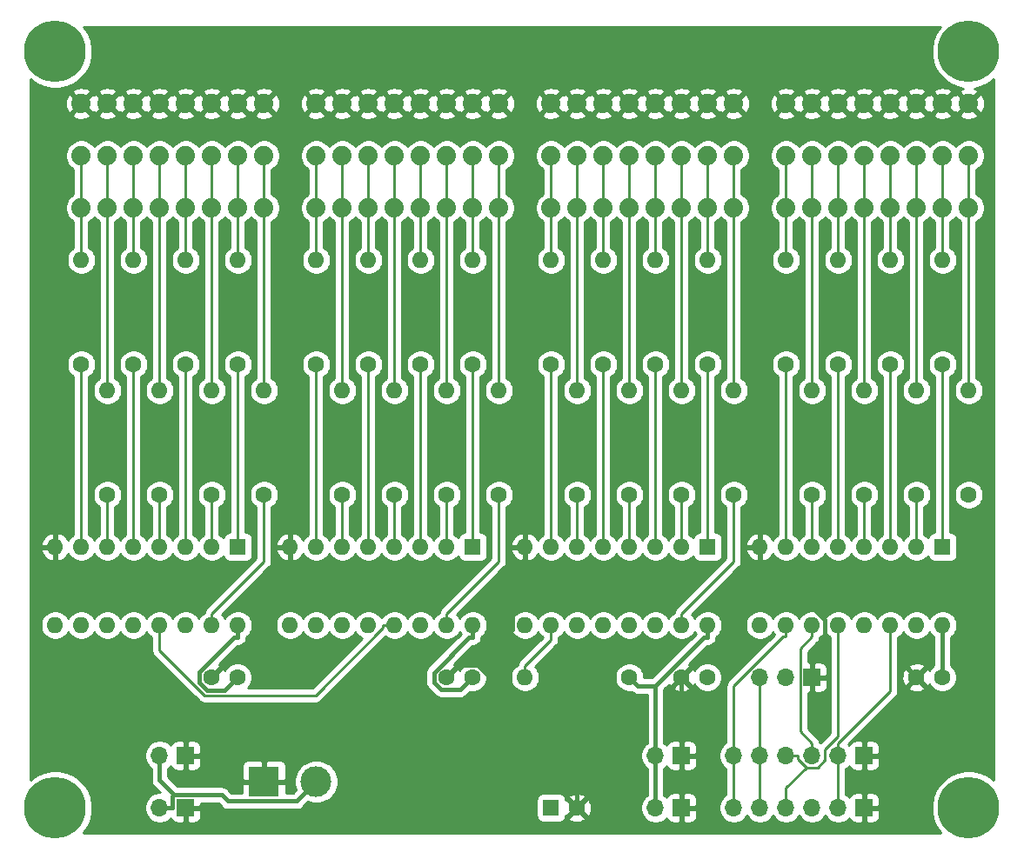
<source format=gbr>
G04 #@! TF.GenerationSoftware,KiCad,Pcbnew,5.1.12-5.1.12*
G04 #@! TF.CreationDate,2022-02-04T10:44:24+11:00*
G04 #@! TF.ProjectId,sr32gpo,73723332-6770-46f2-9e6b-696361645f70,rev?*
G04 #@! TF.SameCoordinates,Original*
G04 #@! TF.FileFunction,Copper,L2,Bot*
G04 #@! TF.FilePolarity,Positive*
%FSLAX46Y46*%
G04 Gerber Fmt 4.6, Leading zero omitted, Abs format (unit mm)*
G04 Created by KiCad (PCBNEW 5.1.12-5.1.12) date 2022-02-04 10:44:24*
%MOMM*%
%LPD*%
G01*
G04 APERTURE LIST*
G04 #@! TA.AperFunction,ComponentPad*
%ADD10C,1.879600*%
G04 #@! TD*
G04 #@! TA.AperFunction,ComponentPad*
%ADD11O,1.700000X1.700000*%
G04 #@! TD*
G04 #@! TA.AperFunction,ComponentPad*
%ADD12R,1.700000X1.700000*%
G04 #@! TD*
G04 #@! TA.AperFunction,ComponentPad*
%ADD13C,1.600000*%
G04 #@! TD*
G04 #@! TA.AperFunction,ComponentPad*
%ADD14C,3.000000*%
G04 #@! TD*
G04 #@! TA.AperFunction,ComponentPad*
%ADD15R,3.000000X3.000000*%
G04 #@! TD*
G04 #@! TA.AperFunction,ComponentPad*
%ADD16O,1.600000X1.600000*%
G04 #@! TD*
G04 #@! TA.AperFunction,ComponentPad*
%ADD17R,1.600000X1.600000*%
G04 #@! TD*
G04 #@! TA.AperFunction,ComponentPad*
%ADD18C,6.000000*%
G04 #@! TD*
G04 #@! TA.AperFunction,Conductor*
%ADD19C,0.400000*%
G04 #@! TD*
G04 #@! TA.AperFunction,Conductor*
%ADD20C,0.250000*%
G04 #@! TD*
G04 #@! TA.AperFunction,Conductor*
%ADD21C,0.254000*%
G04 #@! TD*
G04 #@! TA.AperFunction,Conductor*
%ADD22C,0.100000*%
G04 #@! TD*
G04 APERTURE END LIST*
D10*
G04 #@! TO.P,J23,8*
G04 #@! TO.N,GND*
X144780000Y-50800000D03*
G04 #@! TO.P,J23,7*
X142240000Y-50800000D03*
G04 #@! TO.P,J23,6*
X139700000Y-50800000D03*
G04 #@! TO.P,J23,5*
X137160000Y-50800000D03*
G04 #@! TO.P,J23,4*
X134620000Y-50800000D03*
G04 #@! TO.P,J23,3*
X132080000Y-50800000D03*
G04 #@! TO.P,J23,2*
X129540000Y-50800000D03*
G04 #@! TO.P,J23,1*
X127000000Y-50800000D03*
G04 #@! TD*
G04 #@! TO.P,J33,8*
G04 #@! TO.N,GND*
X121920000Y-50800000D03*
G04 #@! TO.P,J33,7*
X119380000Y-50800000D03*
G04 #@! TO.P,J33,6*
X116840000Y-50800000D03*
G04 #@! TO.P,J33,5*
X114300000Y-50800000D03*
G04 #@! TO.P,J33,4*
X111760000Y-50800000D03*
G04 #@! TO.P,J33,3*
X109220000Y-50800000D03*
G04 #@! TO.P,J33,2*
X106680000Y-50800000D03*
G04 #@! TO.P,J33,1*
X104140000Y-50800000D03*
G04 #@! TD*
G04 #@! TO.P,J13,8*
G04 #@! TO.N,GND*
X167640000Y-50800000D03*
G04 #@! TO.P,J13,7*
X165100000Y-50800000D03*
G04 #@! TO.P,J13,6*
X162560000Y-50800000D03*
G04 #@! TO.P,J13,5*
X160020000Y-50800000D03*
G04 #@! TO.P,J13,4*
X157480000Y-50800000D03*
G04 #@! TO.P,J13,3*
X154940000Y-50800000D03*
G04 #@! TO.P,J13,2*
X152400000Y-50800000D03*
G04 #@! TO.P,J13,1*
X149860000Y-50800000D03*
G04 #@! TD*
G04 #@! TO.P,J43,8*
G04 #@! TO.N,GND*
X99060000Y-50800000D03*
G04 #@! TO.P,J43,7*
X96520000Y-50800000D03*
G04 #@! TO.P,J43,6*
X93980000Y-50800000D03*
G04 #@! TO.P,J43,5*
X91440000Y-50800000D03*
G04 #@! TO.P,J43,4*
X88900000Y-50800000D03*
G04 #@! TO.P,J43,3*
X86360000Y-50800000D03*
G04 #@! TO.P,J43,2*
X83820000Y-50800000D03*
G04 #@! TO.P,J43,1*
X81280000Y-50800000D03*
G04 #@! TD*
D11*
G04 #@! TO.P,J3,2*
G04 #@! TO.N,/V+*
X88900000Y-114300000D03*
D12*
G04 #@! TO.P,J3,1*
G04 #@! TO.N,GND*
X91440000Y-114300000D03*
G04 #@! TD*
D11*
G04 #@! TO.P,J2,2*
G04 #@! TO.N,/V+*
X88900000Y-119380000D03*
D12*
G04 #@! TO.P,J2,1*
G04 #@! TO.N,GND*
X91440000Y-119380000D03*
G04 #@! TD*
D11*
G04 #@! TO.P,J7,6*
G04 #@! TO.N,/~SRCLR*
X144780000Y-114300000D03*
G04 #@! TO.P,J7,5*
G04 #@! TO.N,Net-(J6-Pad5)*
X147320000Y-114300000D03*
G04 #@! TO.P,J7,4*
G04 #@! TO.N,/RCLK*
X149860000Y-114300000D03*
G04 #@! TO.P,J7,3*
G04 #@! TO.N,/SRCLK*
X152400000Y-114300000D03*
G04 #@! TO.P,J7,2*
G04 #@! TO.N,/SERIN*
X154940000Y-114300000D03*
D12*
G04 #@! TO.P,J7,1*
G04 #@! TO.N,GND*
X157480000Y-114300000D03*
G04 #@! TD*
D11*
G04 #@! TO.P,J6,6*
G04 #@! TO.N,/~SRCLR*
X144780000Y-119380000D03*
G04 #@! TO.P,J6,5*
G04 #@! TO.N,Net-(J6-Pad5)*
X147320000Y-119380000D03*
G04 #@! TO.P,J6,4*
G04 #@! TO.N,/RCLK*
X149860000Y-119380000D03*
G04 #@! TO.P,J6,3*
G04 #@! TO.N,/SRCLK*
X152400000Y-119380000D03*
G04 #@! TO.P,J6,2*
G04 #@! TO.N,/SERIN*
X154940000Y-119380000D03*
D12*
G04 #@! TO.P,J6,1*
G04 #@! TO.N,GND*
X157480000Y-119380000D03*
G04 #@! TD*
D13*
G04 #@! TO.P,C4,2*
G04 #@! TO.N,VCC*
X96480000Y-106680000D03*
G04 #@! TO.P,C4,1*
G04 #@! TO.N,GND*
X93980000Y-106680000D03*
G04 #@! TD*
G04 #@! TO.P,C3,2*
G04 #@! TO.N,VCC*
X119340000Y-106680000D03*
G04 #@! TO.P,C3,1*
G04 #@! TO.N,GND*
X116840000Y-106680000D03*
G04 #@! TD*
G04 #@! TO.P,C2,2*
G04 #@! TO.N,VCC*
X142200000Y-106680000D03*
G04 #@! TO.P,C2,1*
G04 #@! TO.N,GND*
X139700000Y-106680000D03*
G04 #@! TD*
G04 #@! TO.P,C1,2*
G04 #@! TO.N,VCC*
X165060000Y-106680000D03*
G04 #@! TO.P,C1,1*
G04 #@! TO.N,GND*
X162560000Y-106680000D03*
G04 #@! TD*
D11*
G04 #@! TO.P,J5,2*
G04 #@! TO.N,VCC*
X137160000Y-114300000D03*
D12*
G04 #@! TO.P,J5,1*
G04 #@! TO.N,GND*
X139700000Y-114300000D03*
G04 #@! TD*
D11*
G04 #@! TO.P,J4,2*
G04 #@! TO.N,VCC*
X137160000Y-119380000D03*
D12*
G04 #@! TO.P,J4,1*
G04 #@! TO.N,GND*
X139700000Y-119380000D03*
G04 #@! TD*
D14*
G04 #@! TO.P,J1,2*
G04 #@! TO.N,/V+*
X104140000Y-116840000D03*
D15*
G04 #@! TO.P,J1,1*
G04 #@! TO.N,GND*
X99060000Y-116840000D03*
G04 #@! TD*
D10*
G04 #@! TO.P,J42,8*
G04 #@! TO.N,Net-(J41-Pad8)*
X81280000Y-55880000D03*
G04 #@! TO.P,J42,7*
G04 #@! TO.N,Net-(J41-Pad7)*
X83820000Y-55880000D03*
G04 #@! TO.P,J42,6*
G04 #@! TO.N,Net-(J41-Pad6)*
X86360000Y-55880000D03*
G04 #@! TO.P,J42,5*
G04 #@! TO.N,Net-(J41-Pad5)*
X88900000Y-55880000D03*
G04 #@! TO.P,J42,4*
G04 #@! TO.N,Net-(J41-Pad4)*
X91440000Y-55880000D03*
G04 #@! TO.P,J42,3*
G04 #@! TO.N,Net-(J41-Pad3)*
X93980000Y-55880000D03*
G04 #@! TO.P,J42,2*
G04 #@! TO.N,Net-(J41-Pad2)*
X96520000Y-55880000D03*
G04 #@! TO.P,J42,1*
G04 #@! TO.N,Net-(J41-Pad1)*
X99060000Y-55880000D03*
G04 #@! TD*
G04 #@! TO.P,J41,8*
G04 #@! TO.N,Net-(J41-Pad8)*
X81280000Y-60960000D03*
G04 #@! TO.P,J41,7*
G04 #@! TO.N,Net-(J41-Pad7)*
X83820000Y-60960000D03*
G04 #@! TO.P,J41,6*
G04 #@! TO.N,Net-(J41-Pad6)*
X86360000Y-60960000D03*
G04 #@! TO.P,J41,5*
G04 #@! TO.N,Net-(J41-Pad5)*
X88900000Y-60960000D03*
G04 #@! TO.P,J41,4*
G04 #@! TO.N,Net-(J41-Pad4)*
X91440000Y-60960000D03*
G04 #@! TO.P,J41,3*
G04 #@! TO.N,Net-(J41-Pad3)*
X93980000Y-60960000D03*
G04 #@! TO.P,J41,2*
G04 #@! TO.N,Net-(J41-Pad2)*
X96520000Y-60960000D03*
G04 #@! TO.P,J41,1*
G04 #@! TO.N,Net-(J41-Pad1)*
X99060000Y-60960000D03*
G04 #@! TD*
G04 #@! TO.P,J32,8*
G04 #@! TO.N,Net-(J31-Pad8)*
X104140000Y-55880000D03*
G04 #@! TO.P,J32,7*
G04 #@! TO.N,Net-(J31-Pad7)*
X106680000Y-55880000D03*
G04 #@! TO.P,J32,6*
G04 #@! TO.N,Net-(J31-Pad6)*
X109220000Y-55880000D03*
G04 #@! TO.P,J32,5*
G04 #@! TO.N,Net-(J31-Pad5)*
X111760000Y-55880000D03*
G04 #@! TO.P,J32,4*
G04 #@! TO.N,Net-(J31-Pad4)*
X114300000Y-55880000D03*
G04 #@! TO.P,J32,3*
G04 #@! TO.N,Net-(J31-Pad3)*
X116840000Y-55880000D03*
G04 #@! TO.P,J32,2*
G04 #@! TO.N,Net-(J31-Pad2)*
X119380000Y-55880000D03*
G04 #@! TO.P,J32,1*
G04 #@! TO.N,Net-(J31-Pad1)*
X121920000Y-55880000D03*
G04 #@! TD*
G04 #@! TO.P,J31,8*
G04 #@! TO.N,Net-(J31-Pad8)*
X104140000Y-60960000D03*
G04 #@! TO.P,J31,7*
G04 #@! TO.N,Net-(J31-Pad7)*
X106680000Y-60960000D03*
G04 #@! TO.P,J31,6*
G04 #@! TO.N,Net-(J31-Pad6)*
X109220000Y-60960000D03*
G04 #@! TO.P,J31,5*
G04 #@! TO.N,Net-(J31-Pad5)*
X111760000Y-60960000D03*
G04 #@! TO.P,J31,4*
G04 #@! TO.N,Net-(J31-Pad4)*
X114300000Y-60960000D03*
G04 #@! TO.P,J31,3*
G04 #@! TO.N,Net-(J31-Pad3)*
X116840000Y-60960000D03*
G04 #@! TO.P,J31,2*
G04 #@! TO.N,Net-(J31-Pad2)*
X119380000Y-60960000D03*
G04 #@! TO.P,J31,1*
G04 #@! TO.N,Net-(J31-Pad1)*
X121920000Y-60960000D03*
G04 #@! TD*
G04 #@! TO.P,J22,8*
G04 #@! TO.N,Net-(J21-Pad8)*
X127000000Y-55880000D03*
G04 #@! TO.P,J22,7*
G04 #@! TO.N,Net-(J21-Pad7)*
X129540000Y-55880000D03*
G04 #@! TO.P,J22,6*
G04 #@! TO.N,Net-(J21-Pad6)*
X132080000Y-55880000D03*
G04 #@! TO.P,J22,5*
G04 #@! TO.N,Net-(J21-Pad5)*
X134620000Y-55880000D03*
G04 #@! TO.P,J22,4*
G04 #@! TO.N,Net-(J21-Pad4)*
X137160000Y-55880000D03*
G04 #@! TO.P,J22,3*
G04 #@! TO.N,Net-(J21-Pad3)*
X139700000Y-55880000D03*
G04 #@! TO.P,J22,2*
G04 #@! TO.N,Net-(J21-Pad2)*
X142240000Y-55880000D03*
G04 #@! TO.P,J22,1*
G04 #@! TO.N,Net-(J21-Pad1)*
X144780000Y-55880000D03*
G04 #@! TD*
G04 #@! TO.P,J21,8*
G04 #@! TO.N,Net-(J21-Pad8)*
X127000000Y-60960000D03*
G04 #@! TO.P,J21,7*
G04 #@! TO.N,Net-(J21-Pad7)*
X129540000Y-60960000D03*
G04 #@! TO.P,J21,6*
G04 #@! TO.N,Net-(J21-Pad6)*
X132080000Y-60960000D03*
G04 #@! TO.P,J21,5*
G04 #@! TO.N,Net-(J21-Pad5)*
X134620000Y-60960000D03*
G04 #@! TO.P,J21,4*
G04 #@! TO.N,Net-(J21-Pad4)*
X137160000Y-60960000D03*
G04 #@! TO.P,J21,3*
G04 #@! TO.N,Net-(J21-Pad3)*
X139700000Y-60960000D03*
G04 #@! TO.P,J21,2*
G04 #@! TO.N,Net-(J21-Pad2)*
X142240000Y-60960000D03*
G04 #@! TO.P,J21,1*
G04 #@! TO.N,Net-(J21-Pad1)*
X144780000Y-60960000D03*
G04 #@! TD*
G04 #@! TO.P,J12,8*
G04 #@! TO.N,Net-(J11-Pad8)*
X149860000Y-55880000D03*
G04 #@! TO.P,J12,7*
G04 #@! TO.N,Net-(J11-Pad7)*
X152400000Y-55880000D03*
G04 #@! TO.P,J12,6*
G04 #@! TO.N,Net-(J11-Pad6)*
X154940000Y-55880000D03*
G04 #@! TO.P,J12,5*
G04 #@! TO.N,Net-(J11-Pad5)*
X157480000Y-55880000D03*
G04 #@! TO.P,J12,4*
G04 #@! TO.N,Net-(J11-Pad4)*
X160020000Y-55880000D03*
G04 #@! TO.P,J12,3*
G04 #@! TO.N,Net-(J11-Pad3)*
X162560000Y-55880000D03*
G04 #@! TO.P,J12,2*
G04 #@! TO.N,Net-(J11-Pad2)*
X165100000Y-55880000D03*
G04 #@! TO.P,J12,1*
G04 #@! TO.N,Net-(J11-Pad1)*
X167640000Y-55880000D03*
G04 #@! TD*
G04 #@! TO.P,J11,8*
G04 #@! TO.N,Net-(J11-Pad8)*
X149860000Y-60960000D03*
G04 #@! TO.P,J11,7*
G04 #@! TO.N,Net-(J11-Pad7)*
X152400000Y-60960000D03*
G04 #@! TO.P,J11,6*
G04 #@! TO.N,Net-(J11-Pad6)*
X154940000Y-60960000D03*
G04 #@! TO.P,J11,5*
G04 #@! TO.N,Net-(J11-Pad5)*
X157480000Y-60960000D03*
G04 #@! TO.P,J11,4*
G04 #@! TO.N,Net-(J11-Pad4)*
X160020000Y-60960000D03*
G04 #@! TO.P,J11,3*
G04 #@! TO.N,Net-(J11-Pad3)*
X162560000Y-60960000D03*
G04 #@! TO.P,J11,2*
G04 #@! TO.N,Net-(J11-Pad2)*
X165100000Y-60960000D03*
G04 #@! TO.P,J11,1*
G04 #@! TO.N,Net-(J11-Pad1)*
X167640000Y-60960000D03*
G04 #@! TD*
D16*
G04 #@! TO.P,R48,2*
G04 #@! TO.N,Net-(J41-Pad8)*
X81280000Y-66040000D03*
D13*
G04 #@! TO.P,R48,1*
G04 #@! TO.N,Net-(R48-Pad1)*
X81280000Y-76200000D03*
G04 #@! TD*
D16*
G04 #@! TO.P,R47,2*
G04 #@! TO.N,Net-(J41-Pad7)*
X83820000Y-78740000D03*
D13*
G04 #@! TO.P,R47,1*
G04 #@! TO.N,Net-(R47-Pad1)*
X83820000Y-88900000D03*
G04 #@! TD*
D16*
G04 #@! TO.P,R46,2*
G04 #@! TO.N,Net-(J41-Pad6)*
X86360000Y-66040000D03*
D13*
G04 #@! TO.P,R46,1*
G04 #@! TO.N,Net-(R46-Pad1)*
X86360000Y-76200000D03*
G04 #@! TD*
D16*
G04 #@! TO.P,R45,2*
G04 #@! TO.N,Net-(J41-Pad5)*
X88900000Y-78740000D03*
D13*
G04 #@! TO.P,R45,1*
G04 #@! TO.N,Net-(R45-Pad1)*
X88900000Y-88900000D03*
G04 #@! TD*
D16*
G04 #@! TO.P,R44,2*
G04 #@! TO.N,Net-(J41-Pad4)*
X91440000Y-66040000D03*
D13*
G04 #@! TO.P,R44,1*
G04 #@! TO.N,Net-(R44-Pad1)*
X91440000Y-76200000D03*
G04 #@! TD*
D16*
G04 #@! TO.P,R43,2*
G04 #@! TO.N,Net-(J41-Pad3)*
X93980000Y-78740000D03*
D13*
G04 #@! TO.P,R43,1*
G04 #@! TO.N,Net-(R43-Pad1)*
X93980000Y-88900000D03*
G04 #@! TD*
D16*
G04 #@! TO.P,R42,2*
G04 #@! TO.N,Net-(J41-Pad2)*
X96520000Y-66040000D03*
D13*
G04 #@! TO.P,R42,1*
G04 #@! TO.N,Net-(R42-Pad1)*
X96520000Y-76200000D03*
G04 #@! TD*
D16*
G04 #@! TO.P,R41,2*
G04 #@! TO.N,Net-(J41-Pad1)*
X99060000Y-78740000D03*
D13*
G04 #@! TO.P,R41,1*
G04 #@! TO.N,Net-(R41-Pad1)*
X99060000Y-88900000D03*
G04 #@! TD*
D16*
G04 #@! TO.P,R38,2*
G04 #@! TO.N,Net-(J31-Pad8)*
X104140000Y-66040000D03*
D13*
G04 #@! TO.P,R38,1*
G04 #@! TO.N,Net-(R38-Pad1)*
X104140000Y-76200000D03*
G04 #@! TD*
D16*
G04 #@! TO.P,R37,2*
G04 #@! TO.N,Net-(J31-Pad7)*
X106680000Y-78740000D03*
D13*
G04 #@! TO.P,R37,1*
G04 #@! TO.N,Net-(R37-Pad1)*
X106680000Y-88900000D03*
G04 #@! TD*
D16*
G04 #@! TO.P,R36,2*
G04 #@! TO.N,Net-(J31-Pad6)*
X109220000Y-66040000D03*
D13*
G04 #@! TO.P,R36,1*
G04 #@! TO.N,Net-(R36-Pad1)*
X109220000Y-76200000D03*
G04 #@! TD*
D16*
G04 #@! TO.P,R35,2*
G04 #@! TO.N,Net-(J31-Pad5)*
X111760000Y-78740000D03*
D13*
G04 #@! TO.P,R35,1*
G04 #@! TO.N,Net-(R35-Pad1)*
X111760000Y-88900000D03*
G04 #@! TD*
D16*
G04 #@! TO.P,R34,2*
G04 #@! TO.N,Net-(J31-Pad4)*
X114300000Y-66040000D03*
D13*
G04 #@! TO.P,R34,1*
G04 #@! TO.N,Net-(R34-Pad1)*
X114300000Y-76200000D03*
G04 #@! TD*
D16*
G04 #@! TO.P,R33,2*
G04 #@! TO.N,Net-(J31-Pad3)*
X116840000Y-78740000D03*
D13*
G04 #@! TO.P,R33,1*
G04 #@! TO.N,Net-(R33-Pad1)*
X116840000Y-88900000D03*
G04 #@! TD*
D16*
G04 #@! TO.P,R32,2*
G04 #@! TO.N,Net-(J31-Pad2)*
X119380000Y-66040000D03*
D13*
G04 #@! TO.P,R32,1*
G04 #@! TO.N,Net-(R32-Pad1)*
X119380000Y-76200000D03*
G04 #@! TD*
D16*
G04 #@! TO.P,R31,2*
G04 #@! TO.N,Net-(J31-Pad1)*
X121920000Y-78740000D03*
D13*
G04 #@! TO.P,R31,1*
G04 #@! TO.N,Net-(R31-Pad1)*
X121920000Y-88900000D03*
G04 #@! TD*
D16*
G04 #@! TO.P,R28,2*
G04 #@! TO.N,Net-(J21-Pad8)*
X127000000Y-66040000D03*
D13*
G04 #@! TO.P,R28,1*
G04 #@! TO.N,Net-(R28-Pad1)*
X127000000Y-76200000D03*
G04 #@! TD*
D16*
G04 #@! TO.P,R27,2*
G04 #@! TO.N,Net-(J21-Pad7)*
X129540000Y-78740000D03*
D13*
G04 #@! TO.P,R27,1*
G04 #@! TO.N,Net-(R27-Pad1)*
X129540000Y-88900000D03*
G04 #@! TD*
D16*
G04 #@! TO.P,R26,2*
G04 #@! TO.N,Net-(J21-Pad6)*
X132080000Y-66040000D03*
D13*
G04 #@! TO.P,R26,1*
G04 #@! TO.N,Net-(R26-Pad1)*
X132080000Y-76200000D03*
G04 #@! TD*
D16*
G04 #@! TO.P,R25,2*
G04 #@! TO.N,Net-(J21-Pad5)*
X134620000Y-78740000D03*
D13*
G04 #@! TO.P,R25,1*
G04 #@! TO.N,Net-(R25-Pad1)*
X134620000Y-88900000D03*
G04 #@! TD*
D16*
G04 #@! TO.P,R24,2*
G04 #@! TO.N,Net-(J21-Pad4)*
X137160000Y-66040000D03*
D13*
G04 #@! TO.P,R24,1*
G04 #@! TO.N,Net-(R24-Pad1)*
X137160000Y-76200000D03*
G04 #@! TD*
D16*
G04 #@! TO.P,R23,2*
G04 #@! TO.N,Net-(J21-Pad3)*
X139700000Y-78740000D03*
D13*
G04 #@! TO.P,R23,1*
G04 #@! TO.N,Net-(R23-Pad1)*
X139700000Y-88900000D03*
G04 #@! TD*
D16*
G04 #@! TO.P,R22,2*
G04 #@! TO.N,Net-(J21-Pad2)*
X142240000Y-66040000D03*
D13*
G04 #@! TO.P,R22,1*
G04 #@! TO.N,Net-(R22-Pad1)*
X142240000Y-76200000D03*
G04 #@! TD*
D16*
G04 #@! TO.P,R21,2*
G04 #@! TO.N,Net-(J21-Pad1)*
X144780000Y-78740000D03*
D13*
G04 #@! TO.P,R21,1*
G04 #@! TO.N,Net-(R21-Pad1)*
X144780000Y-88900000D03*
G04 #@! TD*
D16*
G04 #@! TO.P,R18,2*
G04 #@! TO.N,Net-(J11-Pad8)*
X149860000Y-66040000D03*
D13*
G04 #@! TO.P,R18,1*
G04 #@! TO.N,Net-(R18-Pad1)*
X149860000Y-76200000D03*
G04 #@! TD*
D16*
G04 #@! TO.P,R17,2*
G04 #@! TO.N,Net-(J11-Pad7)*
X152400000Y-78740000D03*
D13*
G04 #@! TO.P,R17,1*
G04 #@! TO.N,Net-(R17-Pad1)*
X152400000Y-88900000D03*
G04 #@! TD*
D16*
G04 #@! TO.P,R16,2*
G04 #@! TO.N,Net-(J11-Pad6)*
X154940000Y-66040000D03*
D13*
G04 #@! TO.P,R16,1*
G04 #@! TO.N,Net-(R16-Pad1)*
X154940000Y-76200000D03*
G04 #@! TD*
D16*
G04 #@! TO.P,R15,2*
G04 #@! TO.N,Net-(J11-Pad5)*
X157480000Y-78740000D03*
D13*
G04 #@! TO.P,R15,1*
G04 #@! TO.N,Net-(R15-Pad1)*
X157480000Y-88900000D03*
G04 #@! TD*
D16*
G04 #@! TO.P,R14,2*
G04 #@! TO.N,Net-(J11-Pad4)*
X160020000Y-66040000D03*
D13*
G04 #@! TO.P,R14,1*
G04 #@! TO.N,Net-(R14-Pad1)*
X160020000Y-76200000D03*
G04 #@! TD*
D16*
G04 #@! TO.P,R13,2*
G04 #@! TO.N,Net-(J11-Pad3)*
X162560000Y-78740000D03*
D13*
G04 #@! TO.P,R13,1*
G04 #@! TO.N,Net-(R13-Pad1)*
X162560000Y-88900000D03*
G04 #@! TD*
D16*
G04 #@! TO.P,R12,2*
G04 #@! TO.N,Net-(J11-Pad2)*
X165100000Y-66040000D03*
D13*
G04 #@! TO.P,R12,1*
G04 #@! TO.N,Net-(R12-Pad1)*
X165100000Y-76200000D03*
G04 #@! TD*
D16*
G04 #@! TO.P,R11,2*
G04 #@! TO.N,Net-(J11-Pad1)*
X167640000Y-78740000D03*
D13*
G04 #@! TO.P,R11,1*
G04 #@! TO.N,Net-(R11-Pad1)*
X167640000Y-88900000D03*
G04 #@! TD*
D16*
G04 #@! TO.P,R1,2*
G04 #@! TO.N,/~SRCLR*
X124460000Y-106680000D03*
D13*
G04 #@! TO.P,R1,1*
G04 #@! TO.N,VCC*
X134620000Y-106680000D03*
G04 #@! TD*
D16*
G04 #@! TO.P,U4,16*
G04 #@! TO.N,VCC*
X96520000Y-101600000D03*
G04 #@! TO.P,U4,8*
G04 #@! TO.N,GND*
X78740000Y-93980000D03*
G04 #@! TO.P,U4,15*
G04 #@! TO.N,Net-(R41-Pad1)*
X93980000Y-101600000D03*
G04 #@! TO.P,U4,7*
G04 #@! TO.N,Net-(R48-Pad1)*
X81280000Y-93980000D03*
G04 #@! TO.P,U4,14*
G04 #@! TO.N,Net-(U3-Pad9)*
X91440000Y-101600000D03*
G04 #@! TO.P,U4,6*
G04 #@! TO.N,Net-(R47-Pad1)*
X83820000Y-93980000D03*
G04 #@! TO.P,U4,13*
G04 #@! TO.N,/~OE*
X88900000Y-101600000D03*
G04 #@! TO.P,U4,5*
G04 #@! TO.N,Net-(R46-Pad1)*
X86360000Y-93980000D03*
G04 #@! TO.P,U4,12*
G04 #@! TO.N,/RCLK*
X86360000Y-101600000D03*
G04 #@! TO.P,U4,4*
G04 #@! TO.N,Net-(R45-Pad1)*
X88900000Y-93980000D03*
G04 #@! TO.P,U4,11*
G04 #@! TO.N,/SRCLK*
X83820000Y-101600000D03*
G04 #@! TO.P,U4,3*
G04 #@! TO.N,Net-(R44-Pad1)*
X91440000Y-93980000D03*
G04 #@! TO.P,U4,10*
G04 #@! TO.N,/~SRCLR*
X81280000Y-101600000D03*
G04 #@! TO.P,U4,2*
G04 #@! TO.N,Net-(R43-Pad1)*
X93980000Y-93980000D03*
G04 #@! TO.P,U4,9*
G04 #@! TO.N,Net-(U4-Pad9)*
X78740000Y-101600000D03*
D17*
G04 #@! TO.P,U4,1*
G04 #@! TO.N,Net-(R42-Pad1)*
X96520000Y-93980000D03*
G04 #@! TD*
D16*
G04 #@! TO.P,U3,16*
G04 #@! TO.N,VCC*
X119380000Y-101600000D03*
G04 #@! TO.P,U3,8*
G04 #@! TO.N,GND*
X101600000Y-93980000D03*
G04 #@! TO.P,U3,15*
G04 #@! TO.N,Net-(R31-Pad1)*
X116840000Y-101600000D03*
G04 #@! TO.P,U3,7*
G04 #@! TO.N,Net-(R38-Pad1)*
X104140000Y-93980000D03*
G04 #@! TO.P,U3,14*
G04 #@! TO.N,Net-(U2-Pad9)*
X114300000Y-101600000D03*
G04 #@! TO.P,U3,6*
G04 #@! TO.N,Net-(R37-Pad1)*
X106680000Y-93980000D03*
G04 #@! TO.P,U3,13*
G04 #@! TO.N,/~OE*
X111760000Y-101600000D03*
G04 #@! TO.P,U3,5*
G04 #@! TO.N,Net-(R36-Pad1)*
X109220000Y-93980000D03*
G04 #@! TO.P,U3,12*
G04 #@! TO.N,/RCLK*
X109220000Y-101600000D03*
G04 #@! TO.P,U3,4*
G04 #@! TO.N,Net-(R35-Pad1)*
X111760000Y-93980000D03*
G04 #@! TO.P,U3,11*
G04 #@! TO.N,/SRCLK*
X106680000Y-101600000D03*
G04 #@! TO.P,U3,3*
G04 #@! TO.N,Net-(R34-Pad1)*
X114300000Y-93980000D03*
G04 #@! TO.P,U3,10*
G04 #@! TO.N,/~SRCLR*
X104140000Y-101600000D03*
G04 #@! TO.P,U3,2*
G04 #@! TO.N,Net-(R33-Pad1)*
X116840000Y-93980000D03*
G04 #@! TO.P,U3,9*
G04 #@! TO.N,Net-(U3-Pad9)*
X101600000Y-101600000D03*
D17*
G04 #@! TO.P,U3,1*
G04 #@! TO.N,Net-(R32-Pad1)*
X119380000Y-93980000D03*
G04 #@! TD*
D16*
G04 #@! TO.P,U2,16*
G04 #@! TO.N,VCC*
X142240000Y-101600000D03*
G04 #@! TO.P,U2,8*
G04 #@! TO.N,GND*
X124460000Y-93980000D03*
G04 #@! TO.P,U2,15*
G04 #@! TO.N,Net-(R21-Pad1)*
X139700000Y-101600000D03*
G04 #@! TO.P,U2,7*
G04 #@! TO.N,Net-(R28-Pad1)*
X127000000Y-93980000D03*
G04 #@! TO.P,U2,14*
G04 #@! TO.N,Net-(U1-Pad9)*
X137160000Y-101600000D03*
G04 #@! TO.P,U2,6*
G04 #@! TO.N,Net-(R27-Pad1)*
X129540000Y-93980000D03*
G04 #@! TO.P,U2,13*
G04 #@! TO.N,/~OE*
X134620000Y-101600000D03*
G04 #@! TO.P,U2,5*
G04 #@! TO.N,Net-(R26-Pad1)*
X132080000Y-93980000D03*
G04 #@! TO.P,U2,12*
G04 #@! TO.N,/RCLK*
X132080000Y-101600000D03*
G04 #@! TO.P,U2,4*
G04 #@! TO.N,Net-(R25-Pad1)*
X134620000Y-93980000D03*
G04 #@! TO.P,U2,11*
G04 #@! TO.N,/SRCLK*
X129540000Y-101600000D03*
G04 #@! TO.P,U2,3*
G04 #@! TO.N,Net-(R24-Pad1)*
X137160000Y-93980000D03*
G04 #@! TO.P,U2,10*
G04 #@! TO.N,/~SRCLR*
X127000000Y-101600000D03*
G04 #@! TO.P,U2,2*
G04 #@! TO.N,Net-(R23-Pad1)*
X139700000Y-93980000D03*
G04 #@! TO.P,U2,9*
G04 #@! TO.N,Net-(U2-Pad9)*
X124460000Y-101600000D03*
D17*
G04 #@! TO.P,U2,1*
G04 #@! TO.N,Net-(R22-Pad1)*
X142240000Y-93980000D03*
G04 #@! TD*
D16*
G04 #@! TO.P,U1,16*
G04 #@! TO.N,VCC*
X165100000Y-101600000D03*
G04 #@! TO.P,U1,8*
G04 #@! TO.N,GND*
X147320000Y-93980000D03*
G04 #@! TO.P,U1,15*
G04 #@! TO.N,Net-(R11-Pad1)*
X162560000Y-101600000D03*
G04 #@! TO.P,U1,7*
G04 #@! TO.N,Net-(R18-Pad1)*
X149860000Y-93980000D03*
G04 #@! TO.P,U1,14*
G04 #@! TO.N,/SERIN*
X160020000Y-101600000D03*
G04 #@! TO.P,U1,6*
G04 #@! TO.N,Net-(R17-Pad1)*
X152400000Y-93980000D03*
G04 #@! TO.P,U1,13*
G04 #@! TO.N,/~OE*
X157480000Y-101600000D03*
G04 #@! TO.P,U1,5*
G04 #@! TO.N,Net-(R16-Pad1)*
X154940000Y-93980000D03*
G04 #@! TO.P,U1,12*
G04 #@! TO.N,/RCLK*
X154940000Y-101600000D03*
G04 #@! TO.P,U1,4*
G04 #@! TO.N,Net-(R15-Pad1)*
X157480000Y-93980000D03*
G04 #@! TO.P,U1,11*
G04 #@! TO.N,/SRCLK*
X152400000Y-101600000D03*
G04 #@! TO.P,U1,3*
G04 #@! TO.N,Net-(R14-Pad1)*
X160020000Y-93980000D03*
G04 #@! TO.P,U1,10*
G04 #@! TO.N,/~SRCLR*
X149860000Y-101600000D03*
G04 #@! TO.P,U1,2*
G04 #@! TO.N,Net-(R13-Pad1)*
X162560000Y-93980000D03*
G04 #@! TO.P,U1,9*
G04 #@! TO.N,Net-(U1-Pad9)*
X147320000Y-101600000D03*
D17*
G04 #@! TO.P,U1,1*
G04 #@! TO.N,Net-(R12-Pad1)*
X165100000Y-93980000D03*
G04 #@! TD*
D11*
G04 #@! TO.P,JP1,3*
G04 #@! TO.N,Net-(J6-Pad5)*
X147320000Y-106680000D03*
G04 #@! TO.P,JP1,2*
G04 #@! TO.N,/~OE*
X149860000Y-106680000D03*
D12*
G04 #@! TO.P,JP1,1*
G04 #@! TO.N,GND*
X152400000Y-106680000D03*
G04 #@! TD*
D18*
G04 #@! TO.P,H4,1*
G04 #@! TO.N,N/C*
X167640000Y-119380000D03*
G04 #@! TD*
G04 #@! TO.P,H3,1*
G04 #@! TO.N,N/C*
X78740000Y-119380000D03*
G04 #@! TD*
G04 #@! TO.P,H2,1*
G04 #@! TO.N,N/C*
X167640000Y-45720000D03*
G04 #@! TD*
G04 #@! TO.P,H1,1*
G04 #@! TO.N,N/C*
X78740000Y-45720000D03*
G04 #@! TD*
D13*
G04 #@! TO.P,C5,2*
G04 #@! TO.N,GND*
X129500000Y-119380000D03*
D17*
G04 #@! TO.P,C5,1*
G04 #@! TO.N,VCC*
X127000000Y-119380000D03*
G04 #@! TD*
D19*
G04 #@! TO.N,GND*
X152400000Y-106680000D02*
X152400000Y-105429700D01*
X124460000Y-93980000D02*
X124460000Y-95180300D01*
X119821600Y-105454700D02*
X118065300Y-105454700D01*
X118065300Y-105454700D02*
X116840000Y-106680000D01*
X129500000Y-119380000D02*
X129500000Y-115133100D01*
X129500000Y-115133100D02*
X119821600Y-105454700D01*
X124460000Y-95180300D02*
X123259700Y-96380600D01*
X123259700Y-96380600D02*
X123259700Y-102016600D01*
X123259700Y-102016600D02*
X119821600Y-105454700D01*
X157480000Y-114300000D02*
X157480000Y-119380000D01*
X162560000Y-106680000D02*
X157480000Y-111760000D01*
X157480000Y-111760000D02*
X157480000Y-114300000D01*
X147320000Y-99060000D02*
X147320000Y-93980000D01*
X139700000Y-106680000D02*
X147320000Y-99060000D01*
X152400000Y-105429700D02*
X153600300Y-104229400D01*
X153600300Y-104229400D02*
X153600300Y-101077900D01*
X153600300Y-101077900D02*
X151582400Y-99060000D01*
X151582400Y-99060000D02*
X147320000Y-99060000D01*
X139700000Y-114300000D02*
X139700000Y-106680000D01*
X101600000Y-93980000D02*
X101600000Y-99060000D01*
X101600000Y-99060000D02*
X93980000Y-106680000D01*
D20*
G04 #@! TO.N,Net-(J11-Pad8)*
X149860000Y-60960000D02*
X149860000Y-55880000D01*
X149860000Y-66040000D02*
X149860000Y-60960000D01*
G04 #@! TO.N,Net-(J11-Pad7)*
X152400000Y-60960000D02*
X152400000Y-55880000D01*
X152400000Y-78740000D02*
X152400000Y-60960000D01*
G04 #@! TO.N,Net-(J11-Pad6)*
X154940000Y-60960000D02*
X154940000Y-55880000D01*
X154940000Y-66040000D02*
X154940000Y-60960000D01*
G04 #@! TO.N,Net-(J11-Pad5)*
X157480000Y-60960000D02*
X157480000Y-55880000D01*
X157480000Y-78740000D02*
X157480000Y-60960000D01*
G04 #@! TO.N,Net-(J11-Pad4)*
X160020000Y-60960000D02*
X160020000Y-55880000D01*
X160020000Y-66040000D02*
X160020000Y-60960000D01*
G04 #@! TO.N,Net-(J11-Pad3)*
X162560000Y-60960000D02*
X162560000Y-55880000D01*
X162560000Y-78740000D02*
X162560000Y-60960000D01*
G04 #@! TO.N,Net-(J11-Pad2)*
X165100000Y-60960000D02*
X165100000Y-55880000D01*
X165100000Y-66040000D02*
X165100000Y-60960000D01*
G04 #@! TO.N,Net-(J11-Pad1)*
X167640000Y-60960000D02*
X167640000Y-55880000D01*
X167640000Y-78740000D02*
X167640000Y-60960000D01*
G04 #@! TO.N,Net-(J21-Pad8)*
X127000000Y-60960000D02*
X127000000Y-55880000D01*
X127000000Y-66040000D02*
X127000000Y-60960000D01*
G04 #@! TO.N,Net-(J21-Pad7)*
X129540000Y-60960000D02*
X129540000Y-55880000D01*
X129540000Y-78740000D02*
X129540000Y-60960000D01*
G04 #@! TO.N,Net-(J21-Pad6)*
X132080000Y-60960000D02*
X132080000Y-55880000D01*
X132080000Y-66040000D02*
X132080000Y-60960000D01*
G04 #@! TO.N,Net-(J21-Pad5)*
X134620000Y-60960000D02*
X134620000Y-55880000D01*
X134620000Y-78740000D02*
X134620000Y-60960000D01*
G04 #@! TO.N,Net-(J21-Pad4)*
X137160000Y-60960000D02*
X137160000Y-55880000D01*
X137160000Y-66040000D02*
X137160000Y-60960000D01*
G04 #@! TO.N,Net-(J21-Pad3)*
X139700000Y-60960000D02*
X139700000Y-55880000D01*
X139700000Y-78740000D02*
X139700000Y-60960000D01*
G04 #@! TO.N,Net-(J21-Pad2)*
X142240000Y-60960000D02*
X142240000Y-55880000D01*
X142240000Y-66040000D02*
X142240000Y-60960000D01*
G04 #@! TO.N,Net-(J21-Pad1)*
X144780000Y-60960000D02*
X144780000Y-55880000D01*
X144780000Y-78740000D02*
X144780000Y-60960000D01*
G04 #@! TO.N,Net-(J31-Pad8)*
X104140000Y-60960000D02*
X104140000Y-55880000D01*
X104140000Y-66040000D02*
X104140000Y-60960000D01*
G04 #@! TO.N,Net-(J31-Pad7)*
X106680000Y-60960000D02*
X106680000Y-55880000D01*
X106680000Y-78740000D02*
X106680000Y-60960000D01*
G04 #@! TO.N,Net-(J31-Pad6)*
X109220000Y-60960000D02*
X109220000Y-55880000D01*
X109220000Y-66040000D02*
X109220000Y-60960000D01*
G04 #@! TO.N,Net-(J31-Pad5)*
X111760000Y-60960000D02*
X111760000Y-55880000D01*
X111760000Y-78740000D02*
X111760000Y-60960000D01*
G04 #@! TO.N,Net-(J31-Pad4)*
X114300000Y-60960000D02*
X114300000Y-55880000D01*
X114300000Y-66040000D02*
X114300000Y-60960000D01*
G04 #@! TO.N,Net-(J31-Pad3)*
X116840000Y-60960000D02*
X116840000Y-55880000D01*
X116840000Y-78740000D02*
X116840000Y-60960000D01*
G04 #@! TO.N,Net-(J31-Pad2)*
X119380000Y-60960000D02*
X119380000Y-55880000D01*
X119380000Y-66040000D02*
X119380000Y-60960000D01*
G04 #@! TO.N,Net-(J31-Pad1)*
X121920000Y-60960000D02*
X121920000Y-55880000D01*
X121920000Y-78740000D02*
X121920000Y-60960000D01*
G04 #@! TO.N,Net-(J41-Pad8)*
X81280000Y-60960000D02*
X81280000Y-55880000D01*
X81280000Y-66040000D02*
X81280000Y-60960000D01*
G04 #@! TO.N,Net-(J41-Pad7)*
X83820000Y-60960000D02*
X83820000Y-55880000D01*
X83820000Y-78740000D02*
X83820000Y-60960000D01*
G04 #@! TO.N,Net-(J41-Pad6)*
X86360000Y-60960000D02*
X86360000Y-55880000D01*
X86360000Y-66040000D02*
X86360000Y-60960000D01*
G04 #@! TO.N,Net-(J41-Pad5)*
X88900000Y-60960000D02*
X88900000Y-55880000D01*
X88900000Y-78740000D02*
X88900000Y-60960000D01*
G04 #@! TO.N,Net-(J41-Pad4)*
X91440000Y-60960000D02*
X91440000Y-55880000D01*
X91440000Y-66040000D02*
X91440000Y-60960000D01*
G04 #@! TO.N,Net-(J41-Pad3)*
X93980000Y-60960000D02*
X93980000Y-55880000D01*
X93980000Y-78740000D02*
X93980000Y-60960000D01*
G04 #@! TO.N,Net-(J41-Pad2)*
X96520000Y-60960000D02*
X96520000Y-55880000D01*
X96520000Y-66040000D02*
X96520000Y-60960000D01*
G04 #@! TO.N,Net-(J41-Pad1)*
X99060000Y-60960000D02*
X99060000Y-55880000D01*
X99060000Y-78740000D02*
X99060000Y-60960000D01*
G04 #@! TO.N,Net-(R12-Pad1)*
X165100000Y-93980000D02*
X165100000Y-76200000D01*
G04 #@! TO.N,Net-(R13-Pad1)*
X162560000Y-93980000D02*
X162560000Y-88900000D01*
G04 #@! TO.N,Net-(R14-Pad1)*
X160020000Y-93980000D02*
X160020000Y-76200000D01*
G04 #@! TO.N,Net-(R15-Pad1)*
X157480000Y-93980000D02*
X157480000Y-88900000D01*
G04 #@! TO.N,Net-(R16-Pad1)*
X154940000Y-93980000D02*
X154940000Y-76200000D01*
G04 #@! TO.N,Net-(R17-Pad1)*
X152400000Y-93980000D02*
X152400000Y-88900000D01*
G04 #@! TO.N,Net-(R18-Pad1)*
X149860000Y-93980000D02*
X149860000Y-76200000D01*
G04 #@! TO.N,Net-(R21-Pad1)*
X139700000Y-101600000D02*
X139700000Y-100474700D01*
X139700000Y-100474700D02*
X144780000Y-95394700D01*
X144780000Y-95394700D02*
X144780000Y-88900000D01*
G04 #@! TO.N,Net-(R22-Pad1)*
X142240000Y-93980000D02*
X142240000Y-76200000D01*
G04 #@! TO.N,Net-(R23-Pad1)*
X139700000Y-93980000D02*
X139700000Y-88900000D01*
G04 #@! TO.N,Net-(R24-Pad1)*
X137160000Y-93980000D02*
X137160000Y-76200000D01*
G04 #@! TO.N,Net-(R25-Pad1)*
X134620000Y-93980000D02*
X134620000Y-88900000D01*
G04 #@! TO.N,Net-(R26-Pad1)*
X132080000Y-93980000D02*
X132080000Y-76200000D01*
G04 #@! TO.N,Net-(R27-Pad1)*
X129540000Y-93980000D02*
X129540000Y-88900000D01*
G04 #@! TO.N,Net-(R28-Pad1)*
X127000000Y-93980000D02*
X127000000Y-76200000D01*
G04 #@! TO.N,Net-(R31-Pad1)*
X116840000Y-101600000D02*
X116840000Y-100474700D01*
X116840000Y-100474700D02*
X121920000Y-95394700D01*
X121920000Y-95394700D02*
X121920000Y-88900000D01*
G04 #@! TO.N,Net-(R32-Pad1)*
X119380000Y-93980000D02*
X119380000Y-76200000D01*
G04 #@! TO.N,Net-(R33-Pad1)*
X116840000Y-93980000D02*
X116840000Y-88900000D01*
G04 #@! TO.N,Net-(R34-Pad1)*
X114300000Y-93980000D02*
X114300000Y-76200000D01*
G04 #@! TO.N,Net-(R35-Pad1)*
X111760000Y-93980000D02*
X111760000Y-88900000D01*
G04 #@! TO.N,Net-(R36-Pad1)*
X109220000Y-93980000D02*
X109220000Y-76200000D01*
G04 #@! TO.N,Net-(R37-Pad1)*
X106680000Y-93980000D02*
X106680000Y-88900000D01*
G04 #@! TO.N,Net-(R38-Pad1)*
X104140000Y-93980000D02*
X104140000Y-76200000D01*
G04 #@! TO.N,Net-(R41-Pad1)*
X93980000Y-101600000D02*
X93980000Y-100474700D01*
X93980000Y-100474700D02*
X99060000Y-95394700D01*
X99060000Y-95394700D02*
X99060000Y-88900000D01*
G04 #@! TO.N,Net-(R42-Pad1)*
X96520000Y-93980000D02*
X96520000Y-76200000D01*
G04 #@! TO.N,Net-(R43-Pad1)*
X93980000Y-93980000D02*
X93980000Y-88900000D01*
G04 #@! TO.N,Net-(R44-Pad1)*
X91440000Y-93980000D02*
X91440000Y-76200000D01*
G04 #@! TO.N,Net-(R45-Pad1)*
X88900000Y-93980000D02*
X88900000Y-88900000D01*
G04 #@! TO.N,Net-(R46-Pad1)*
X86360000Y-93980000D02*
X86360000Y-76200000D01*
G04 #@! TO.N,Net-(R47-Pad1)*
X83820000Y-93980000D02*
X83820000Y-88900000D01*
G04 #@! TO.N,Net-(R48-Pad1)*
X81280000Y-93980000D02*
X81280000Y-76200000D01*
D19*
G04 #@! TO.N,/V+*
X90333500Y-118129600D02*
X88900000Y-116696100D01*
X88900000Y-116696100D02*
X88900000Y-114300000D01*
X104140000Y-116840000D02*
X102239600Y-118740400D01*
X102239600Y-118740400D02*
X95535800Y-118740400D01*
X95535800Y-118740400D02*
X94925000Y-118129600D01*
X94925000Y-118129600D02*
X90333500Y-118129600D01*
X90333500Y-118129600D02*
X90150300Y-118312800D01*
X90150300Y-118312800D02*
X90150300Y-119380000D01*
X88900000Y-119380000D02*
X90150300Y-119380000D01*
D20*
G04 #@! TO.N,Net-(J6-Pad5)*
X147320000Y-119380000D02*
X147320000Y-114300000D01*
X147320000Y-106680000D02*
X147320000Y-114300000D01*
G04 #@! TO.N,/~SRCLR*
X149860000Y-101600000D02*
X149860000Y-102725300D01*
X149860000Y-102725300D02*
X149578700Y-102725300D01*
X149578700Y-102725300D02*
X144780000Y-107524000D01*
X144780000Y-107524000D02*
X144780000Y-114300000D01*
X144780000Y-119380000D02*
X144780000Y-114300000D01*
X124460000Y-106680000D02*
X124460000Y-105554700D01*
X127000000Y-101600000D02*
X127000000Y-103014700D01*
X127000000Y-103014700D02*
X124460000Y-105554700D01*
G04 #@! TO.N,/RCLK*
X151843200Y-115475300D02*
X151035300Y-114667400D01*
X151035300Y-114667400D02*
X151035300Y-114300000D01*
X154940000Y-101600000D02*
X154940000Y-112399800D01*
X154940000Y-112399800D02*
X153670000Y-113669800D01*
X153670000Y-113669800D02*
X153670000Y-114720700D01*
X153670000Y-114720700D02*
X152915400Y-115475300D01*
X152915400Y-115475300D02*
X151843200Y-115475300D01*
X149860000Y-119380000D02*
X149860000Y-117458500D01*
X149860000Y-117458500D02*
X151843200Y-115475300D01*
X149860000Y-114300000D02*
X151035300Y-114300000D01*
G04 #@! TO.N,/SRCLK*
X152400000Y-114300000D02*
X152400000Y-113124700D01*
X152400000Y-101600000D02*
X152400000Y-102725300D01*
X152400000Y-102725300D02*
X151224700Y-103900600D01*
X151224700Y-103900600D02*
X151224700Y-111949400D01*
X151224700Y-111949400D02*
X152400000Y-113124700D01*
G04 #@! TO.N,/SERIN*
X154940000Y-119380000D02*
X154940000Y-114300000D01*
X154940000Y-114300000D02*
X154940000Y-113124700D01*
X160020000Y-101600000D02*
X160020000Y-108044700D01*
X160020000Y-108044700D02*
X154940000Y-113124700D01*
G04 #@! TO.N,/~OE*
X111760000Y-101600000D02*
X110634700Y-101600000D01*
X110634700Y-101600000D02*
X110634700Y-101881300D01*
X110634700Y-101881300D02*
X104063800Y-108452200D01*
X104063800Y-108452200D02*
X93279700Y-108452200D01*
X93279700Y-108452200D02*
X88900000Y-104072500D01*
X88900000Y-104072500D02*
X88900000Y-101600000D01*
D19*
G04 #@! TO.N,VCC*
X119380000Y-101600000D02*
X119380000Y-102800300D01*
X119340000Y-106680000D02*
X118137100Y-107882900D01*
X118137100Y-107882900D02*
X116324300Y-107882900D01*
X116324300Y-107882900D02*
X115595300Y-107153900D01*
X115595300Y-107153900D02*
X115595300Y-106211900D01*
X115595300Y-106211900D02*
X119006900Y-102800300D01*
X119006900Y-102800300D02*
X119380000Y-102800300D01*
X137160000Y-107507200D02*
X141866900Y-102800300D01*
X141866900Y-102800300D02*
X142240000Y-102800300D01*
X137160000Y-114300000D02*
X137160000Y-107507200D01*
X137160000Y-107507200D02*
X135447200Y-107507200D01*
X135447200Y-107507200D02*
X134620000Y-106680000D01*
X142240000Y-101600000D02*
X142240000Y-102800300D01*
X137160000Y-119380000D02*
X137160000Y-114300000D01*
X96520000Y-101600000D02*
X96520000Y-102800300D01*
X96520000Y-102800300D02*
X96144900Y-102800300D01*
X96144900Y-102800300D02*
X92777000Y-106168200D01*
X92777000Y-106168200D02*
X92777000Y-107194300D01*
X92777000Y-107194300D02*
X93498600Y-107915900D01*
X93498600Y-107915900D02*
X95244100Y-107915900D01*
X95244100Y-107915900D02*
X96480000Y-106680000D01*
X165100000Y-101600000D02*
X165100000Y-102800300D01*
X165100000Y-102800300D02*
X165060000Y-102840300D01*
X165060000Y-102840300D02*
X165060000Y-106680000D01*
G04 #@! TD*
D21*
G04 #@! TO.N,GND*
X164816511Y-43402823D02*
X164418705Y-43998182D01*
X164144691Y-44659710D01*
X164005000Y-45361984D01*
X164005000Y-46078016D01*
X164144691Y-46780290D01*
X164418705Y-47441818D01*
X164816511Y-48037177D01*
X165322823Y-48543489D01*
X165918182Y-48941295D01*
X166579710Y-49215309D01*
X167103113Y-49319420D01*
X166974914Y-49364135D01*
X166815623Y-49449277D01*
X166727129Y-49707524D01*
X167640000Y-50620395D01*
X168552871Y-49707524D01*
X168464377Y-49449277D01*
X168190010Y-49316810D01*
X168700290Y-49215309D01*
X169361818Y-48941295D01*
X169957177Y-48543489D01*
X170053000Y-48447666D01*
X170053000Y-116652334D01*
X169957177Y-116556511D01*
X169361818Y-116158705D01*
X168700290Y-115884691D01*
X167998016Y-115745000D01*
X167281984Y-115745000D01*
X166579710Y-115884691D01*
X165918182Y-116158705D01*
X165322823Y-116556511D01*
X164816511Y-117062823D01*
X164418705Y-117658182D01*
X164144691Y-118319710D01*
X164005000Y-119021984D01*
X164005000Y-119738016D01*
X164144691Y-120440290D01*
X164418705Y-121101818D01*
X164816511Y-121697177D01*
X164912334Y-121793000D01*
X81467666Y-121793000D01*
X81563489Y-121697177D01*
X81961295Y-121101818D01*
X82235309Y-120440290D01*
X82375000Y-119738016D01*
X82375000Y-119021984D01*
X82235309Y-118319710D01*
X81961295Y-117658182D01*
X81563489Y-117062823D01*
X81057177Y-116556511D01*
X80461818Y-116158705D01*
X79800290Y-115884691D01*
X79098016Y-115745000D01*
X78381984Y-115745000D01*
X77679710Y-115884691D01*
X77018182Y-116158705D01*
X76422823Y-116556511D01*
X76327000Y-116652334D01*
X76327000Y-114153740D01*
X87415000Y-114153740D01*
X87415000Y-114446260D01*
X87472068Y-114733158D01*
X87584010Y-115003411D01*
X87746525Y-115246632D01*
X87953368Y-115453475D01*
X88065000Y-115528065D01*
X88065000Y-116655081D01*
X88060960Y-116696100D01*
X88065000Y-116737118D01*
X88077082Y-116859788D01*
X88124828Y-117017186D01*
X88202364Y-117162245D01*
X88306709Y-117289391D01*
X88338579Y-117315546D01*
X88918033Y-117895000D01*
X88753740Y-117895000D01*
X88466842Y-117952068D01*
X88196589Y-118064010D01*
X87953368Y-118226525D01*
X87746525Y-118433368D01*
X87584010Y-118676589D01*
X87472068Y-118946842D01*
X87415000Y-119233740D01*
X87415000Y-119526260D01*
X87472068Y-119813158D01*
X87584010Y-120083411D01*
X87746525Y-120326632D01*
X87953368Y-120533475D01*
X88196589Y-120695990D01*
X88466842Y-120807932D01*
X88753740Y-120865000D01*
X89046260Y-120865000D01*
X89333158Y-120807932D01*
X89603411Y-120695990D01*
X89846632Y-120533475D01*
X89978487Y-120401620D01*
X90000498Y-120474180D01*
X90059463Y-120584494D01*
X90138815Y-120681185D01*
X90235506Y-120760537D01*
X90345820Y-120819502D01*
X90465518Y-120855812D01*
X90590000Y-120868072D01*
X91154250Y-120865000D01*
X91313000Y-120706250D01*
X91313000Y-119507000D01*
X91567000Y-119507000D01*
X91567000Y-120706250D01*
X91725750Y-120865000D01*
X92290000Y-120868072D01*
X92414482Y-120855812D01*
X92534180Y-120819502D01*
X92644494Y-120760537D01*
X92741185Y-120681185D01*
X92820537Y-120584494D01*
X92879502Y-120474180D01*
X92915812Y-120354482D01*
X92928072Y-120230000D01*
X92925000Y-119665750D01*
X92766250Y-119507000D01*
X91567000Y-119507000D01*
X91313000Y-119507000D01*
X91293000Y-119507000D01*
X91293000Y-119253000D01*
X91313000Y-119253000D01*
X91313000Y-119233000D01*
X91567000Y-119233000D01*
X91567000Y-119253000D01*
X92766250Y-119253000D01*
X92925000Y-119094250D01*
X92925706Y-118964600D01*
X94579132Y-118964600D01*
X94916362Y-119301831D01*
X94942509Y-119333691D01*
X94974368Y-119359837D01*
X94974370Y-119359839D01*
X95044426Y-119417332D01*
X95069654Y-119438036D01*
X95214713Y-119515572D01*
X95372111Y-119563318D01*
X95494781Y-119575400D01*
X95494782Y-119575400D01*
X95535800Y-119579440D01*
X95576818Y-119575400D01*
X102198582Y-119575400D01*
X102239600Y-119579440D01*
X102280618Y-119575400D01*
X102280619Y-119575400D01*
X102403289Y-119563318D01*
X102560687Y-119515572D01*
X102705746Y-119438036D01*
X102832891Y-119333691D01*
X102859046Y-119301821D01*
X103340941Y-118819926D01*
X103517244Y-118892953D01*
X103929721Y-118975000D01*
X104350279Y-118975000D01*
X104762756Y-118892953D01*
X105151302Y-118732012D01*
X105378804Y-118580000D01*
X125561928Y-118580000D01*
X125561928Y-120180000D01*
X125574188Y-120304482D01*
X125610498Y-120424180D01*
X125669463Y-120534494D01*
X125748815Y-120631185D01*
X125845506Y-120710537D01*
X125955820Y-120769502D01*
X126075518Y-120805812D01*
X126200000Y-120818072D01*
X127800000Y-120818072D01*
X127924482Y-120805812D01*
X128044180Y-120769502D01*
X128154494Y-120710537D01*
X128251185Y-120631185D01*
X128330537Y-120534494D01*
X128389502Y-120424180D01*
X128405117Y-120372702D01*
X128686903Y-120372702D01*
X128758486Y-120616671D01*
X129013996Y-120737571D01*
X129288184Y-120806300D01*
X129570512Y-120820217D01*
X129850130Y-120778787D01*
X130116292Y-120683603D01*
X130241514Y-120616671D01*
X130313097Y-120372702D01*
X129500000Y-119559605D01*
X128686903Y-120372702D01*
X128405117Y-120372702D01*
X128425812Y-120304482D01*
X128438072Y-120180000D01*
X128438072Y-120172785D01*
X128507298Y-120193097D01*
X129320395Y-119380000D01*
X129679605Y-119380000D01*
X130492702Y-120193097D01*
X130736671Y-120121514D01*
X130857571Y-119866004D01*
X130926300Y-119591816D01*
X130940217Y-119309488D01*
X130898787Y-119029870D01*
X130803603Y-118763708D01*
X130736671Y-118638486D01*
X130492702Y-118566903D01*
X129679605Y-119380000D01*
X129320395Y-119380000D01*
X128507298Y-118566903D01*
X128438072Y-118587215D01*
X128438072Y-118580000D01*
X128425812Y-118455518D01*
X128405118Y-118387298D01*
X128686903Y-118387298D01*
X129500000Y-119200395D01*
X130313097Y-118387298D01*
X130241514Y-118143329D01*
X129986004Y-118022429D01*
X129711816Y-117953700D01*
X129429488Y-117939783D01*
X129149870Y-117981213D01*
X128883708Y-118076397D01*
X128758486Y-118143329D01*
X128686903Y-118387298D01*
X128405118Y-118387298D01*
X128389502Y-118335820D01*
X128330537Y-118225506D01*
X128251185Y-118128815D01*
X128154494Y-118049463D01*
X128044180Y-117990498D01*
X127924482Y-117954188D01*
X127800000Y-117941928D01*
X126200000Y-117941928D01*
X126075518Y-117954188D01*
X125955820Y-117990498D01*
X125845506Y-118049463D01*
X125748815Y-118128815D01*
X125669463Y-118225506D01*
X125610498Y-118335820D01*
X125574188Y-118455518D01*
X125561928Y-118580000D01*
X105378804Y-118580000D01*
X105500983Y-118498363D01*
X105798363Y-118200983D01*
X106032012Y-117851302D01*
X106192953Y-117462756D01*
X106275000Y-117050279D01*
X106275000Y-116629721D01*
X106192953Y-116217244D01*
X106032012Y-115828698D01*
X105798363Y-115479017D01*
X105500983Y-115181637D01*
X105151302Y-114947988D01*
X104762756Y-114787047D01*
X104350279Y-114705000D01*
X103929721Y-114705000D01*
X103517244Y-114787047D01*
X103128698Y-114947988D01*
X102779017Y-115181637D01*
X102481637Y-115479017D01*
X102247988Y-115828698D01*
X102087047Y-116217244D01*
X102005000Y-116629721D01*
X102005000Y-117050279D01*
X102087047Y-117462756D01*
X102160074Y-117639059D01*
X101893733Y-117905400D01*
X101196972Y-117905400D01*
X101195000Y-117125750D01*
X101036250Y-116967000D01*
X99187000Y-116967000D01*
X99187000Y-116987000D01*
X98933000Y-116987000D01*
X98933000Y-116967000D01*
X97083750Y-116967000D01*
X96925000Y-117125750D01*
X96923028Y-117905400D01*
X95881668Y-117905400D01*
X95544445Y-117568178D01*
X95518291Y-117536309D01*
X95391146Y-117431964D01*
X95246087Y-117354428D01*
X95088689Y-117306682D01*
X94966019Y-117294600D01*
X94966018Y-117294600D01*
X94925000Y-117290560D01*
X94883982Y-117294600D01*
X90679368Y-117294600D01*
X89735000Y-116350233D01*
X89735000Y-115528065D01*
X89846632Y-115453475D01*
X89978487Y-115321620D01*
X90000498Y-115394180D01*
X90059463Y-115504494D01*
X90138815Y-115601185D01*
X90235506Y-115680537D01*
X90345820Y-115739502D01*
X90465518Y-115775812D01*
X90590000Y-115788072D01*
X91154250Y-115785000D01*
X91313000Y-115626250D01*
X91313000Y-114427000D01*
X91567000Y-114427000D01*
X91567000Y-115626250D01*
X91725750Y-115785000D01*
X92290000Y-115788072D01*
X92414482Y-115775812D01*
X92534180Y-115739502D01*
X92644494Y-115680537D01*
X92741185Y-115601185D01*
X92820537Y-115504494D01*
X92879502Y-115394180D01*
X92895937Y-115340000D01*
X96921928Y-115340000D01*
X96925000Y-116554250D01*
X97083750Y-116713000D01*
X98933000Y-116713000D01*
X98933000Y-114863750D01*
X99187000Y-114863750D01*
X99187000Y-116713000D01*
X101036250Y-116713000D01*
X101195000Y-116554250D01*
X101198072Y-115340000D01*
X101185812Y-115215518D01*
X101149502Y-115095820D01*
X101090537Y-114985506D01*
X101011185Y-114888815D01*
X100914494Y-114809463D01*
X100804180Y-114750498D01*
X100684482Y-114714188D01*
X100560000Y-114701928D01*
X99345750Y-114705000D01*
X99187000Y-114863750D01*
X98933000Y-114863750D01*
X98774250Y-114705000D01*
X97560000Y-114701928D01*
X97435518Y-114714188D01*
X97315820Y-114750498D01*
X97205506Y-114809463D01*
X97108815Y-114888815D01*
X97029463Y-114985506D01*
X96970498Y-115095820D01*
X96934188Y-115215518D01*
X96921928Y-115340000D01*
X92895937Y-115340000D01*
X92915812Y-115274482D01*
X92928072Y-115150000D01*
X92925000Y-114585750D01*
X92766250Y-114427000D01*
X91567000Y-114427000D01*
X91313000Y-114427000D01*
X91293000Y-114427000D01*
X91293000Y-114173000D01*
X91313000Y-114173000D01*
X91313000Y-112973750D01*
X91567000Y-112973750D01*
X91567000Y-114173000D01*
X92766250Y-114173000D01*
X92925000Y-114014250D01*
X92928072Y-113450000D01*
X92915812Y-113325518D01*
X92879502Y-113205820D01*
X92820537Y-113095506D01*
X92741185Y-112998815D01*
X92644494Y-112919463D01*
X92534180Y-112860498D01*
X92414482Y-112824188D01*
X92290000Y-112811928D01*
X91725750Y-112815000D01*
X91567000Y-112973750D01*
X91313000Y-112973750D01*
X91154250Y-112815000D01*
X90590000Y-112811928D01*
X90465518Y-112824188D01*
X90345820Y-112860498D01*
X90235506Y-112919463D01*
X90138815Y-112998815D01*
X90059463Y-113095506D01*
X90000498Y-113205820D01*
X89978487Y-113278380D01*
X89846632Y-113146525D01*
X89603411Y-112984010D01*
X89333158Y-112872068D01*
X89046260Y-112815000D01*
X88753740Y-112815000D01*
X88466842Y-112872068D01*
X88196589Y-112984010D01*
X87953368Y-113146525D01*
X87746525Y-113353368D01*
X87584010Y-113596589D01*
X87472068Y-113866842D01*
X87415000Y-114153740D01*
X76327000Y-114153740D01*
X76327000Y-101458665D01*
X77305000Y-101458665D01*
X77305000Y-101741335D01*
X77360147Y-102018574D01*
X77468320Y-102279727D01*
X77625363Y-102514759D01*
X77825241Y-102714637D01*
X78060273Y-102871680D01*
X78321426Y-102979853D01*
X78598665Y-103035000D01*
X78881335Y-103035000D01*
X79158574Y-102979853D01*
X79419727Y-102871680D01*
X79654759Y-102714637D01*
X79854637Y-102514759D01*
X80010000Y-102282241D01*
X80165363Y-102514759D01*
X80365241Y-102714637D01*
X80600273Y-102871680D01*
X80861426Y-102979853D01*
X81138665Y-103035000D01*
X81421335Y-103035000D01*
X81698574Y-102979853D01*
X81959727Y-102871680D01*
X82194759Y-102714637D01*
X82394637Y-102514759D01*
X82550000Y-102282241D01*
X82705363Y-102514759D01*
X82905241Y-102714637D01*
X83140273Y-102871680D01*
X83401426Y-102979853D01*
X83678665Y-103035000D01*
X83961335Y-103035000D01*
X84238574Y-102979853D01*
X84499727Y-102871680D01*
X84734759Y-102714637D01*
X84934637Y-102514759D01*
X85090000Y-102282241D01*
X85245363Y-102514759D01*
X85445241Y-102714637D01*
X85680273Y-102871680D01*
X85941426Y-102979853D01*
X86218665Y-103035000D01*
X86501335Y-103035000D01*
X86778574Y-102979853D01*
X87039727Y-102871680D01*
X87274759Y-102714637D01*
X87474637Y-102514759D01*
X87630000Y-102282241D01*
X87785363Y-102514759D01*
X87985241Y-102714637D01*
X88140001Y-102818044D01*
X88140000Y-104035177D01*
X88136324Y-104072500D01*
X88140000Y-104109822D01*
X88140000Y-104109832D01*
X88150997Y-104221485D01*
X88182360Y-104324876D01*
X88194454Y-104364746D01*
X88265026Y-104496776D01*
X88296867Y-104535574D01*
X88359999Y-104612501D01*
X88389003Y-104636304D01*
X92715901Y-108963203D01*
X92739699Y-108992201D01*
X92768697Y-109015999D01*
X92855423Y-109087174D01*
X92987453Y-109157746D01*
X93130714Y-109201203D01*
X93242367Y-109212200D01*
X93242376Y-109212200D01*
X93279699Y-109215876D01*
X93317022Y-109212200D01*
X104026478Y-109212200D01*
X104063800Y-109215876D01*
X104101122Y-109212200D01*
X104101133Y-109212200D01*
X104212786Y-109201203D01*
X104356047Y-109157746D01*
X104488076Y-109087174D01*
X104603801Y-108992201D01*
X104627604Y-108963197D01*
X110863779Y-102727023D01*
X111080273Y-102871680D01*
X111341426Y-102979853D01*
X111618665Y-103035000D01*
X111901335Y-103035000D01*
X112178574Y-102979853D01*
X112439727Y-102871680D01*
X112674759Y-102714637D01*
X112874637Y-102514759D01*
X113030000Y-102282241D01*
X113185363Y-102514759D01*
X113385241Y-102714637D01*
X113620273Y-102871680D01*
X113881426Y-102979853D01*
X114158665Y-103035000D01*
X114441335Y-103035000D01*
X114718574Y-102979853D01*
X114979727Y-102871680D01*
X115214759Y-102714637D01*
X115414637Y-102514759D01*
X115570000Y-102282241D01*
X115725363Y-102514759D01*
X115925241Y-102714637D01*
X116160273Y-102871680D01*
X116421426Y-102979853D01*
X116698665Y-103035000D01*
X116981335Y-103035000D01*
X117258574Y-102979853D01*
X117519727Y-102871680D01*
X117754759Y-102714637D01*
X117954637Y-102514759D01*
X118110000Y-102282241D01*
X118203763Y-102422569D01*
X115033874Y-105592459D01*
X115002010Y-105618609D01*
X114975862Y-105650471D01*
X114897664Y-105745755D01*
X114820128Y-105890814D01*
X114772382Y-106048212D01*
X114756260Y-106211900D01*
X114760301Y-106252928D01*
X114760300Y-107112881D01*
X114756260Y-107153900D01*
X114760300Y-107194918D01*
X114772382Y-107317588D01*
X114820128Y-107474986D01*
X114897664Y-107620045D01*
X115002009Y-107747191D01*
X115033878Y-107773345D01*
X115704863Y-108444331D01*
X115731009Y-108476191D01*
X115762868Y-108502337D01*
X115762870Y-108502339D01*
X115803080Y-108535338D01*
X115858154Y-108580536D01*
X116003213Y-108658072D01*
X116160611Y-108705818D01*
X116283281Y-108717900D01*
X116283282Y-108717900D01*
X116324300Y-108721940D01*
X116365318Y-108717900D01*
X118096082Y-108717900D01*
X118137100Y-108721940D01*
X118178118Y-108717900D01*
X118178119Y-108717900D01*
X118300789Y-108705818D01*
X118458187Y-108658072D01*
X118603246Y-108580536D01*
X118730391Y-108476191D01*
X118756546Y-108444321D01*
X119104582Y-108096285D01*
X119198665Y-108115000D01*
X119481335Y-108115000D01*
X119758574Y-108059853D01*
X120019727Y-107951680D01*
X120254759Y-107794637D01*
X120454637Y-107594759D01*
X120611680Y-107359727D01*
X120719853Y-107098574D01*
X120775000Y-106821335D01*
X120775000Y-106538665D01*
X120719853Y-106261426D01*
X120611680Y-106000273D01*
X120454637Y-105765241D01*
X120254759Y-105565363D01*
X120019727Y-105408320D01*
X119758574Y-105300147D01*
X119481335Y-105245000D01*
X119198665Y-105245000D01*
X118921426Y-105300147D01*
X118660273Y-105408320D01*
X118425241Y-105565363D01*
X118225363Y-105765241D01*
X118091308Y-105965869D01*
X118076671Y-105938486D01*
X117832702Y-105866903D01*
X117019605Y-106680000D01*
X117033748Y-106694143D01*
X116854143Y-106873748D01*
X116840000Y-106859605D01*
X116825858Y-106873748D01*
X116646253Y-106694143D01*
X116660395Y-106680000D01*
X116646253Y-106665858D01*
X116825858Y-106486253D01*
X116840000Y-106500395D01*
X117653097Y-105687298D01*
X117581514Y-105443329D01*
X117556550Y-105431517D01*
X119351532Y-103636536D01*
X119380000Y-103639340D01*
X119543689Y-103623218D01*
X119701087Y-103575472D01*
X119846146Y-103497936D01*
X119973291Y-103393591D01*
X120077636Y-103266446D01*
X120155172Y-103121387D01*
X120202918Y-102963989D01*
X120215000Y-102841319D01*
X120219040Y-102800300D01*
X120215799Y-102767396D01*
X120294759Y-102714637D01*
X120494637Y-102514759D01*
X120651680Y-102279727D01*
X120759853Y-102018574D01*
X120815000Y-101741335D01*
X120815000Y-101458665D01*
X123025000Y-101458665D01*
X123025000Y-101741335D01*
X123080147Y-102018574D01*
X123188320Y-102279727D01*
X123345363Y-102514759D01*
X123545241Y-102714637D01*
X123780273Y-102871680D01*
X124041426Y-102979853D01*
X124318665Y-103035000D01*
X124601335Y-103035000D01*
X124878574Y-102979853D01*
X125139727Y-102871680D01*
X125374759Y-102714637D01*
X125574637Y-102514759D01*
X125730000Y-102282241D01*
X125885363Y-102514759D01*
X126085241Y-102714637D01*
X126169176Y-102770721D01*
X123948998Y-104990901D01*
X123920000Y-105014699D01*
X123896202Y-105043697D01*
X123896201Y-105043698D01*
X123825026Y-105130424D01*
X123754454Y-105262454D01*
X123710998Y-105405715D01*
X123705843Y-105458052D01*
X123545241Y-105565363D01*
X123345363Y-105765241D01*
X123188320Y-106000273D01*
X123080147Y-106261426D01*
X123025000Y-106538665D01*
X123025000Y-106821335D01*
X123080147Y-107098574D01*
X123188320Y-107359727D01*
X123345363Y-107594759D01*
X123545241Y-107794637D01*
X123780273Y-107951680D01*
X124041426Y-108059853D01*
X124318665Y-108115000D01*
X124601335Y-108115000D01*
X124878574Y-108059853D01*
X125139727Y-107951680D01*
X125374759Y-107794637D01*
X125574637Y-107594759D01*
X125731680Y-107359727D01*
X125839853Y-107098574D01*
X125895000Y-106821335D01*
X125895000Y-106538665D01*
X125839853Y-106261426D01*
X125731680Y-106000273D01*
X125574637Y-105765241D01*
X125449449Y-105640053D01*
X127511008Y-103578495D01*
X127540001Y-103554701D01*
X127563795Y-103525708D01*
X127563799Y-103525704D01*
X127634973Y-103438977D01*
X127635749Y-103437526D01*
X127705546Y-103306947D01*
X127749003Y-103163686D01*
X127760000Y-103052033D01*
X127760000Y-103052024D01*
X127763676Y-103014701D01*
X127760000Y-102977378D01*
X127760000Y-102818043D01*
X127914759Y-102714637D01*
X128114637Y-102514759D01*
X128270000Y-102282241D01*
X128425363Y-102514759D01*
X128625241Y-102714637D01*
X128860273Y-102871680D01*
X129121426Y-102979853D01*
X129398665Y-103035000D01*
X129681335Y-103035000D01*
X129958574Y-102979853D01*
X130219727Y-102871680D01*
X130454759Y-102714637D01*
X130654637Y-102514759D01*
X130810000Y-102282241D01*
X130965363Y-102514759D01*
X131165241Y-102714637D01*
X131400273Y-102871680D01*
X131661426Y-102979853D01*
X131938665Y-103035000D01*
X132221335Y-103035000D01*
X132498574Y-102979853D01*
X132759727Y-102871680D01*
X132994759Y-102714637D01*
X133194637Y-102514759D01*
X133350000Y-102282241D01*
X133505363Y-102514759D01*
X133705241Y-102714637D01*
X133940273Y-102871680D01*
X134201426Y-102979853D01*
X134478665Y-103035000D01*
X134761335Y-103035000D01*
X135038574Y-102979853D01*
X135299727Y-102871680D01*
X135534759Y-102714637D01*
X135734637Y-102514759D01*
X135890000Y-102282241D01*
X136045363Y-102514759D01*
X136245241Y-102714637D01*
X136480273Y-102871680D01*
X136741426Y-102979853D01*
X137018665Y-103035000D01*
X137301335Y-103035000D01*
X137578574Y-102979853D01*
X137839727Y-102871680D01*
X138074759Y-102714637D01*
X138274637Y-102514759D01*
X138430000Y-102282241D01*
X138585363Y-102514759D01*
X138785241Y-102714637D01*
X139020273Y-102871680D01*
X139281426Y-102979853D01*
X139558665Y-103035000D01*
X139841335Y-103035000D01*
X140118574Y-102979853D01*
X140379727Y-102871680D01*
X140614759Y-102714637D01*
X140814637Y-102514759D01*
X140970000Y-102282241D01*
X141063763Y-102422568D01*
X136814133Y-106672200D01*
X136055000Y-106672200D01*
X136055000Y-106538665D01*
X135999853Y-106261426D01*
X135891680Y-106000273D01*
X135734637Y-105765241D01*
X135534759Y-105565363D01*
X135299727Y-105408320D01*
X135038574Y-105300147D01*
X134761335Y-105245000D01*
X134478665Y-105245000D01*
X134201426Y-105300147D01*
X133940273Y-105408320D01*
X133705241Y-105565363D01*
X133505363Y-105765241D01*
X133348320Y-106000273D01*
X133240147Y-106261426D01*
X133185000Y-106538665D01*
X133185000Y-106821335D01*
X133240147Y-107098574D01*
X133348320Y-107359727D01*
X133505363Y-107594759D01*
X133705241Y-107794637D01*
X133940273Y-107951680D01*
X134201426Y-108059853D01*
X134478665Y-108115000D01*
X134761335Y-108115000D01*
X134851154Y-108097134D01*
X134853909Y-108100491D01*
X134981054Y-108204836D01*
X135126113Y-108282372D01*
X135283511Y-108330118D01*
X135406181Y-108342200D01*
X135406191Y-108342200D01*
X135447199Y-108346239D01*
X135488207Y-108342200D01*
X136325001Y-108342200D01*
X136325000Y-113071935D01*
X136213368Y-113146525D01*
X136006525Y-113353368D01*
X135844010Y-113596589D01*
X135732068Y-113866842D01*
X135675000Y-114153740D01*
X135675000Y-114446260D01*
X135732068Y-114733158D01*
X135844010Y-115003411D01*
X136006525Y-115246632D01*
X136213368Y-115453475D01*
X136325001Y-115528066D01*
X136325000Y-118151935D01*
X136213368Y-118226525D01*
X136006525Y-118433368D01*
X135844010Y-118676589D01*
X135732068Y-118946842D01*
X135675000Y-119233740D01*
X135675000Y-119526260D01*
X135732068Y-119813158D01*
X135844010Y-120083411D01*
X136006525Y-120326632D01*
X136213368Y-120533475D01*
X136456589Y-120695990D01*
X136726842Y-120807932D01*
X137013740Y-120865000D01*
X137306260Y-120865000D01*
X137593158Y-120807932D01*
X137863411Y-120695990D01*
X138106632Y-120533475D01*
X138238487Y-120401620D01*
X138260498Y-120474180D01*
X138319463Y-120584494D01*
X138398815Y-120681185D01*
X138495506Y-120760537D01*
X138605820Y-120819502D01*
X138725518Y-120855812D01*
X138850000Y-120868072D01*
X139414250Y-120865000D01*
X139573000Y-120706250D01*
X139573000Y-119507000D01*
X139827000Y-119507000D01*
X139827000Y-120706250D01*
X139985750Y-120865000D01*
X140550000Y-120868072D01*
X140674482Y-120855812D01*
X140794180Y-120819502D01*
X140904494Y-120760537D01*
X141001185Y-120681185D01*
X141080537Y-120584494D01*
X141139502Y-120474180D01*
X141175812Y-120354482D01*
X141188072Y-120230000D01*
X141185000Y-119665750D01*
X141026250Y-119507000D01*
X139827000Y-119507000D01*
X139573000Y-119507000D01*
X139553000Y-119507000D01*
X139553000Y-119253000D01*
X139573000Y-119253000D01*
X139573000Y-118053750D01*
X139827000Y-118053750D01*
X139827000Y-119253000D01*
X141026250Y-119253000D01*
X141185000Y-119094250D01*
X141188072Y-118530000D01*
X141175812Y-118405518D01*
X141139502Y-118285820D01*
X141080537Y-118175506D01*
X141001185Y-118078815D01*
X140904494Y-117999463D01*
X140794180Y-117940498D01*
X140674482Y-117904188D01*
X140550000Y-117891928D01*
X139985750Y-117895000D01*
X139827000Y-118053750D01*
X139573000Y-118053750D01*
X139414250Y-117895000D01*
X138850000Y-117891928D01*
X138725518Y-117904188D01*
X138605820Y-117940498D01*
X138495506Y-117999463D01*
X138398815Y-118078815D01*
X138319463Y-118175506D01*
X138260498Y-118285820D01*
X138238487Y-118358380D01*
X138106632Y-118226525D01*
X137995000Y-118151935D01*
X137995000Y-115528065D01*
X138106632Y-115453475D01*
X138238487Y-115321620D01*
X138260498Y-115394180D01*
X138319463Y-115504494D01*
X138398815Y-115601185D01*
X138495506Y-115680537D01*
X138605820Y-115739502D01*
X138725518Y-115775812D01*
X138850000Y-115788072D01*
X139414250Y-115785000D01*
X139573000Y-115626250D01*
X139573000Y-114427000D01*
X139827000Y-114427000D01*
X139827000Y-115626250D01*
X139985750Y-115785000D01*
X140550000Y-115788072D01*
X140674482Y-115775812D01*
X140794180Y-115739502D01*
X140904494Y-115680537D01*
X141001185Y-115601185D01*
X141080537Y-115504494D01*
X141139502Y-115394180D01*
X141175812Y-115274482D01*
X141188072Y-115150000D01*
X141185000Y-114585750D01*
X141026250Y-114427000D01*
X139827000Y-114427000D01*
X139573000Y-114427000D01*
X139553000Y-114427000D01*
X139553000Y-114173000D01*
X139573000Y-114173000D01*
X139573000Y-112973750D01*
X139827000Y-112973750D01*
X139827000Y-114173000D01*
X141026250Y-114173000D01*
X141045510Y-114153740D01*
X143295000Y-114153740D01*
X143295000Y-114446260D01*
X143352068Y-114733158D01*
X143464010Y-115003411D01*
X143626525Y-115246632D01*
X143833368Y-115453475D01*
X144020001Y-115578179D01*
X144020000Y-118101821D01*
X143833368Y-118226525D01*
X143626525Y-118433368D01*
X143464010Y-118676589D01*
X143352068Y-118946842D01*
X143295000Y-119233740D01*
X143295000Y-119526260D01*
X143352068Y-119813158D01*
X143464010Y-120083411D01*
X143626525Y-120326632D01*
X143833368Y-120533475D01*
X144076589Y-120695990D01*
X144346842Y-120807932D01*
X144633740Y-120865000D01*
X144926260Y-120865000D01*
X145213158Y-120807932D01*
X145483411Y-120695990D01*
X145726632Y-120533475D01*
X145933475Y-120326632D01*
X146050000Y-120152240D01*
X146166525Y-120326632D01*
X146373368Y-120533475D01*
X146616589Y-120695990D01*
X146886842Y-120807932D01*
X147173740Y-120865000D01*
X147466260Y-120865000D01*
X147753158Y-120807932D01*
X148023411Y-120695990D01*
X148266632Y-120533475D01*
X148473475Y-120326632D01*
X148590000Y-120152240D01*
X148706525Y-120326632D01*
X148913368Y-120533475D01*
X149156589Y-120695990D01*
X149426842Y-120807932D01*
X149713740Y-120865000D01*
X150006260Y-120865000D01*
X150293158Y-120807932D01*
X150563411Y-120695990D01*
X150806632Y-120533475D01*
X151013475Y-120326632D01*
X151130000Y-120152240D01*
X151246525Y-120326632D01*
X151453368Y-120533475D01*
X151696589Y-120695990D01*
X151966842Y-120807932D01*
X152253740Y-120865000D01*
X152546260Y-120865000D01*
X152833158Y-120807932D01*
X153103411Y-120695990D01*
X153346632Y-120533475D01*
X153553475Y-120326632D01*
X153670000Y-120152240D01*
X153786525Y-120326632D01*
X153993368Y-120533475D01*
X154236589Y-120695990D01*
X154506842Y-120807932D01*
X154793740Y-120865000D01*
X155086260Y-120865000D01*
X155373158Y-120807932D01*
X155643411Y-120695990D01*
X155886632Y-120533475D01*
X156018487Y-120401620D01*
X156040498Y-120474180D01*
X156099463Y-120584494D01*
X156178815Y-120681185D01*
X156275506Y-120760537D01*
X156385820Y-120819502D01*
X156505518Y-120855812D01*
X156630000Y-120868072D01*
X157194250Y-120865000D01*
X157353000Y-120706250D01*
X157353000Y-119507000D01*
X157607000Y-119507000D01*
X157607000Y-120706250D01*
X157765750Y-120865000D01*
X158330000Y-120868072D01*
X158454482Y-120855812D01*
X158574180Y-120819502D01*
X158684494Y-120760537D01*
X158781185Y-120681185D01*
X158860537Y-120584494D01*
X158919502Y-120474180D01*
X158955812Y-120354482D01*
X158968072Y-120230000D01*
X158965000Y-119665750D01*
X158806250Y-119507000D01*
X157607000Y-119507000D01*
X157353000Y-119507000D01*
X157333000Y-119507000D01*
X157333000Y-119253000D01*
X157353000Y-119253000D01*
X157353000Y-118053750D01*
X157607000Y-118053750D01*
X157607000Y-119253000D01*
X158806250Y-119253000D01*
X158965000Y-119094250D01*
X158968072Y-118530000D01*
X158955812Y-118405518D01*
X158919502Y-118285820D01*
X158860537Y-118175506D01*
X158781185Y-118078815D01*
X158684494Y-117999463D01*
X158574180Y-117940498D01*
X158454482Y-117904188D01*
X158330000Y-117891928D01*
X157765750Y-117895000D01*
X157607000Y-118053750D01*
X157353000Y-118053750D01*
X157194250Y-117895000D01*
X156630000Y-117891928D01*
X156505518Y-117904188D01*
X156385820Y-117940498D01*
X156275506Y-117999463D01*
X156178815Y-118078815D01*
X156099463Y-118175506D01*
X156040498Y-118285820D01*
X156018487Y-118358380D01*
X155886632Y-118226525D01*
X155700000Y-118101822D01*
X155700000Y-115578178D01*
X155886632Y-115453475D01*
X156018487Y-115321620D01*
X156040498Y-115394180D01*
X156099463Y-115504494D01*
X156178815Y-115601185D01*
X156275506Y-115680537D01*
X156385820Y-115739502D01*
X156505518Y-115775812D01*
X156630000Y-115788072D01*
X157194250Y-115785000D01*
X157353000Y-115626250D01*
X157353000Y-114427000D01*
X157607000Y-114427000D01*
X157607000Y-115626250D01*
X157765750Y-115785000D01*
X158330000Y-115788072D01*
X158454482Y-115775812D01*
X158574180Y-115739502D01*
X158684494Y-115680537D01*
X158781185Y-115601185D01*
X158860537Y-115504494D01*
X158919502Y-115394180D01*
X158955812Y-115274482D01*
X158968072Y-115150000D01*
X158965000Y-114585750D01*
X158806250Y-114427000D01*
X157607000Y-114427000D01*
X157353000Y-114427000D01*
X157333000Y-114427000D01*
X157333000Y-114173000D01*
X157353000Y-114173000D01*
X157353000Y-112973750D01*
X157607000Y-112973750D01*
X157607000Y-114173000D01*
X158806250Y-114173000D01*
X158965000Y-114014250D01*
X158968072Y-113450000D01*
X158955812Y-113325518D01*
X158919502Y-113205820D01*
X158860537Y-113095506D01*
X158781185Y-112998815D01*
X158684494Y-112919463D01*
X158574180Y-112860498D01*
X158454482Y-112824188D01*
X158330000Y-112811928D01*
X157765750Y-112815000D01*
X157607000Y-112973750D01*
X157353000Y-112973750D01*
X157194250Y-112815000D01*
X156630000Y-112811928D01*
X156505518Y-112824188D01*
X156385820Y-112860498D01*
X156275506Y-112919463D01*
X156178815Y-112998815D01*
X156099463Y-113095506D01*
X156040498Y-113205820D01*
X156018487Y-113278380D01*
X155939804Y-113199697D01*
X160531003Y-108608499D01*
X160560001Y-108584701D01*
X160600512Y-108535338D01*
X160654974Y-108468977D01*
X160725546Y-108336947D01*
X160769003Y-108193686D01*
X160780000Y-108082033D01*
X160780000Y-108082023D01*
X160783676Y-108044700D01*
X160780000Y-108007377D01*
X160780000Y-107672702D01*
X161746903Y-107672702D01*
X161818486Y-107916671D01*
X162073996Y-108037571D01*
X162348184Y-108106300D01*
X162630512Y-108120217D01*
X162910130Y-108078787D01*
X163176292Y-107983603D01*
X163301514Y-107916671D01*
X163373097Y-107672702D01*
X162560000Y-106859605D01*
X161746903Y-107672702D01*
X160780000Y-107672702D01*
X160780000Y-106750512D01*
X161119783Y-106750512D01*
X161161213Y-107030130D01*
X161256397Y-107296292D01*
X161323329Y-107421514D01*
X161567298Y-107493097D01*
X162380395Y-106680000D01*
X161567298Y-105866903D01*
X161323329Y-105938486D01*
X161202429Y-106193996D01*
X161133700Y-106468184D01*
X161119783Y-106750512D01*
X160780000Y-106750512D01*
X160780000Y-105687298D01*
X161746903Y-105687298D01*
X162560000Y-106500395D01*
X163373097Y-105687298D01*
X163301514Y-105443329D01*
X163046004Y-105322429D01*
X162771816Y-105253700D01*
X162489488Y-105239783D01*
X162209870Y-105281213D01*
X161943708Y-105376397D01*
X161818486Y-105443329D01*
X161746903Y-105687298D01*
X160780000Y-105687298D01*
X160780000Y-102818043D01*
X160934759Y-102714637D01*
X161134637Y-102514759D01*
X161290000Y-102282241D01*
X161445363Y-102514759D01*
X161645241Y-102714637D01*
X161880273Y-102871680D01*
X162141426Y-102979853D01*
X162418665Y-103035000D01*
X162701335Y-103035000D01*
X162978574Y-102979853D01*
X163239727Y-102871680D01*
X163474759Y-102714637D01*
X163674637Y-102514759D01*
X163830000Y-102282241D01*
X163985363Y-102514759D01*
X164185241Y-102714637D01*
X164230367Y-102744789D01*
X164220960Y-102840300D01*
X164225000Y-102881319D01*
X164225001Y-105512069D01*
X164145241Y-105565363D01*
X163945363Y-105765241D01*
X163811308Y-105965869D01*
X163796671Y-105938486D01*
X163552702Y-105866903D01*
X162739605Y-106680000D01*
X163552702Y-107493097D01*
X163796671Y-107421514D01*
X163810324Y-107392659D01*
X163945363Y-107594759D01*
X164145241Y-107794637D01*
X164380273Y-107951680D01*
X164641426Y-108059853D01*
X164918665Y-108115000D01*
X165201335Y-108115000D01*
X165478574Y-108059853D01*
X165739727Y-107951680D01*
X165974759Y-107794637D01*
X166174637Y-107594759D01*
X166331680Y-107359727D01*
X166439853Y-107098574D01*
X166495000Y-106821335D01*
X166495000Y-106538665D01*
X166439853Y-106261426D01*
X166331680Y-106000273D01*
X166174637Y-105765241D01*
X165974759Y-105565363D01*
X165895000Y-105512070D01*
X165895000Y-103056023D01*
X165922918Y-102963989D01*
X165935000Y-102841319D01*
X165935000Y-102841318D01*
X165939040Y-102800300D01*
X165935799Y-102767396D01*
X166014759Y-102714637D01*
X166214637Y-102514759D01*
X166371680Y-102279727D01*
X166479853Y-102018574D01*
X166535000Y-101741335D01*
X166535000Y-101458665D01*
X166479853Y-101181426D01*
X166371680Y-100920273D01*
X166214637Y-100685241D01*
X166014759Y-100485363D01*
X165779727Y-100328320D01*
X165518574Y-100220147D01*
X165241335Y-100165000D01*
X164958665Y-100165000D01*
X164681426Y-100220147D01*
X164420273Y-100328320D01*
X164185241Y-100485363D01*
X163985363Y-100685241D01*
X163830000Y-100917759D01*
X163674637Y-100685241D01*
X163474759Y-100485363D01*
X163239727Y-100328320D01*
X162978574Y-100220147D01*
X162701335Y-100165000D01*
X162418665Y-100165000D01*
X162141426Y-100220147D01*
X161880273Y-100328320D01*
X161645241Y-100485363D01*
X161445363Y-100685241D01*
X161290000Y-100917759D01*
X161134637Y-100685241D01*
X160934759Y-100485363D01*
X160699727Y-100328320D01*
X160438574Y-100220147D01*
X160161335Y-100165000D01*
X159878665Y-100165000D01*
X159601426Y-100220147D01*
X159340273Y-100328320D01*
X159105241Y-100485363D01*
X158905363Y-100685241D01*
X158750000Y-100917759D01*
X158594637Y-100685241D01*
X158394759Y-100485363D01*
X158159727Y-100328320D01*
X157898574Y-100220147D01*
X157621335Y-100165000D01*
X157338665Y-100165000D01*
X157061426Y-100220147D01*
X156800273Y-100328320D01*
X156565241Y-100485363D01*
X156365363Y-100685241D01*
X156210000Y-100917759D01*
X156054637Y-100685241D01*
X155854759Y-100485363D01*
X155619727Y-100328320D01*
X155358574Y-100220147D01*
X155081335Y-100165000D01*
X154798665Y-100165000D01*
X154521426Y-100220147D01*
X154260273Y-100328320D01*
X154025241Y-100485363D01*
X153825363Y-100685241D01*
X153670000Y-100917759D01*
X153514637Y-100685241D01*
X153314759Y-100485363D01*
X153079727Y-100328320D01*
X152818574Y-100220147D01*
X152541335Y-100165000D01*
X152258665Y-100165000D01*
X151981426Y-100220147D01*
X151720273Y-100328320D01*
X151485241Y-100485363D01*
X151285363Y-100685241D01*
X151130000Y-100917759D01*
X150974637Y-100685241D01*
X150774759Y-100485363D01*
X150539727Y-100328320D01*
X150278574Y-100220147D01*
X150001335Y-100165000D01*
X149718665Y-100165000D01*
X149441426Y-100220147D01*
X149180273Y-100328320D01*
X148945241Y-100485363D01*
X148745363Y-100685241D01*
X148590000Y-100917759D01*
X148434637Y-100685241D01*
X148234759Y-100485363D01*
X147999727Y-100328320D01*
X147738574Y-100220147D01*
X147461335Y-100165000D01*
X147178665Y-100165000D01*
X146901426Y-100220147D01*
X146640273Y-100328320D01*
X146405241Y-100485363D01*
X146205363Y-100685241D01*
X146048320Y-100920273D01*
X145940147Y-101181426D01*
X145885000Y-101458665D01*
X145885000Y-101741335D01*
X145940147Y-102018574D01*
X146048320Y-102279727D01*
X146205363Y-102514759D01*
X146405241Y-102714637D01*
X146640273Y-102871680D01*
X146901426Y-102979853D01*
X147178665Y-103035000D01*
X147461335Y-103035000D01*
X147738574Y-102979853D01*
X147999727Y-102871680D01*
X148234759Y-102714637D01*
X148434637Y-102514759D01*
X148590000Y-102282241D01*
X148732977Y-102496221D01*
X144269003Y-106960196D01*
X144239999Y-106983999D01*
X144193176Y-107041054D01*
X144145026Y-107099724D01*
X144094143Y-107194919D01*
X144074454Y-107231754D01*
X144030997Y-107375015D01*
X144020000Y-107486668D01*
X144020000Y-107486678D01*
X144016324Y-107524000D01*
X144020000Y-107561323D01*
X144020001Y-113021821D01*
X143833368Y-113146525D01*
X143626525Y-113353368D01*
X143464010Y-113596589D01*
X143352068Y-113866842D01*
X143295000Y-114153740D01*
X141045510Y-114153740D01*
X141185000Y-114014250D01*
X141188072Y-113450000D01*
X141175812Y-113325518D01*
X141139502Y-113205820D01*
X141080537Y-113095506D01*
X141001185Y-112998815D01*
X140904494Y-112919463D01*
X140794180Y-112860498D01*
X140674482Y-112824188D01*
X140550000Y-112811928D01*
X139985750Y-112815000D01*
X139827000Y-112973750D01*
X139573000Y-112973750D01*
X139414250Y-112815000D01*
X138850000Y-112811928D01*
X138725518Y-112824188D01*
X138605820Y-112860498D01*
X138495506Y-112919463D01*
X138398815Y-112998815D01*
X138319463Y-113095506D01*
X138260498Y-113205820D01*
X138238487Y-113278380D01*
X138106632Y-113146525D01*
X137995000Y-113071935D01*
X137995000Y-107853067D01*
X138175365Y-107672702D01*
X138886903Y-107672702D01*
X138958486Y-107916671D01*
X139213996Y-108037571D01*
X139488184Y-108106300D01*
X139770512Y-108120217D01*
X140050130Y-108078787D01*
X140316292Y-107983603D01*
X140441514Y-107916671D01*
X140513097Y-107672702D01*
X139700000Y-106859605D01*
X138886903Y-107672702D01*
X138175365Y-107672702D01*
X138450519Y-107397548D01*
X138463329Y-107421514D01*
X138707298Y-107493097D01*
X139520395Y-106680000D01*
X139879605Y-106680000D01*
X140692702Y-107493097D01*
X140936671Y-107421514D01*
X140950324Y-107392659D01*
X141085363Y-107594759D01*
X141285241Y-107794637D01*
X141520273Y-107951680D01*
X141781426Y-108059853D01*
X142058665Y-108115000D01*
X142341335Y-108115000D01*
X142618574Y-108059853D01*
X142879727Y-107951680D01*
X143114759Y-107794637D01*
X143314637Y-107594759D01*
X143471680Y-107359727D01*
X143579853Y-107098574D01*
X143635000Y-106821335D01*
X143635000Y-106538665D01*
X143579853Y-106261426D01*
X143471680Y-106000273D01*
X143314637Y-105765241D01*
X143114759Y-105565363D01*
X142879727Y-105408320D01*
X142618574Y-105300147D01*
X142341335Y-105245000D01*
X142058665Y-105245000D01*
X141781426Y-105300147D01*
X141520273Y-105408320D01*
X141285241Y-105565363D01*
X141085363Y-105765241D01*
X140951308Y-105965869D01*
X140936671Y-105938486D01*
X140692702Y-105866903D01*
X139879605Y-106680000D01*
X139520395Y-106680000D01*
X139506253Y-106665858D01*
X139685858Y-106486253D01*
X139700000Y-106500395D01*
X140513097Y-105687298D01*
X140441514Y-105443329D01*
X140416551Y-105431517D01*
X142211533Y-103636536D01*
X142240000Y-103639340D01*
X142403689Y-103623218D01*
X142561087Y-103575472D01*
X142706146Y-103497936D01*
X142833291Y-103393591D01*
X142937636Y-103266446D01*
X143015172Y-103121387D01*
X143062918Y-102963989D01*
X143075000Y-102841319D01*
X143079040Y-102800300D01*
X143075799Y-102767396D01*
X143154759Y-102714637D01*
X143354637Y-102514759D01*
X143511680Y-102279727D01*
X143619853Y-102018574D01*
X143675000Y-101741335D01*
X143675000Y-101458665D01*
X143619853Y-101181426D01*
X143511680Y-100920273D01*
X143354637Y-100685241D01*
X143154759Y-100485363D01*
X142919727Y-100328320D01*
X142658574Y-100220147D01*
X142381335Y-100165000D01*
X142098665Y-100165000D01*
X141821426Y-100220147D01*
X141560273Y-100328320D01*
X141325241Y-100485363D01*
X141125363Y-100685241D01*
X140970000Y-100917759D01*
X140814637Y-100685241D01*
X140689449Y-100560053D01*
X145291004Y-95958498D01*
X145320001Y-95934701D01*
X145346332Y-95902617D01*
X145414974Y-95818977D01*
X145485546Y-95686947D01*
X145485546Y-95686946D01*
X145529003Y-95543686D01*
X145540000Y-95432033D01*
X145540000Y-95432023D01*
X145543676Y-95394700D01*
X145540000Y-95357377D01*
X145540000Y-94329040D01*
X145928091Y-94329040D01*
X146022930Y-94593881D01*
X146167615Y-94835131D01*
X146356586Y-95043519D01*
X146582580Y-95211037D01*
X146836913Y-95331246D01*
X146970961Y-95371904D01*
X147193000Y-95249915D01*
X147193000Y-94107000D01*
X146049376Y-94107000D01*
X145928091Y-94329040D01*
X145540000Y-94329040D01*
X145540000Y-93630960D01*
X145928091Y-93630960D01*
X146049376Y-93853000D01*
X147193000Y-93853000D01*
X147193000Y-92710085D01*
X147447000Y-92710085D01*
X147447000Y-93853000D01*
X147467000Y-93853000D01*
X147467000Y-94107000D01*
X147447000Y-94107000D01*
X147447000Y-95249915D01*
X147669039Y-95371904D01*
X147803087Y-95331246D01*
X148057420Y-95211037D01*
X148283414Y-95043519D01*
X148472385Y-94835131D01*
X148583933Y-94649135D01*
X148588320Y-94659727D01*
X148745363Y-94894759D01*
X148945241Y-95094637D01*
X149180273Y-95251680D01*
X149441426Y-95359853D01*
X149718665Y-95415000D01*
X150001335Y-95415000D01*
X150278574Y-95359853D01*
X150539727Y-95251680D01*
X150774759Y-95094637D01*
X150974637Y-94894759D01*
X151130000Y-94662241D01*
X151285363Y-94894759D01*
X151485241Y-95094637D01*
X151720273Y-95251680D01*
X151981426Y-95359853D01*
X152258665Y-95415000D01*
X152541335Y-95415000D01*
X152818574Y-95359853D01*
X153079727Y-95251680D01*
X153314759Y-95094637D01*
X153514637Y-94894759D01*
X153670000Y-94662241D01*
X153825363Y-94894759D01*
X154025241Y-95094637D01*
X154260273Y-95251680D01*
X154521426Y-95359853D01*
X154798665Y-95415000D01*
X155081335Y-95415000D01*
X155358574Y-95359853D01*
X155619727Y-95251680D01*
X155854759Y-95094637D01*
X156054637Y-94894759D01*
X156210000Y-94662241D01*
X156365363Y-94894759D01*
X156565241Y-95094637D01*
X156800273Y-95251680D01*
X157061426Y-95359853D01*
X157338665Y-95415000D01*
X157621335Y-95415000D01*
X157898574Y-95359853D01*
X158159727Y-95251680D01*
X158394759Y-95094637D01*
X158594637Y-94894759D01*
X158750000Y-94662241D01*
X158905363Y-94894759D01*
X159105241Y-95094637D01*
X159340273Y-95251680D01*
X159601426Y-95359853D01*
X159878665Y-95415000D01*
X160161335Y-95415000D01*
X160438574Y-95359853D01*
X160699727Y-95251680D01*
X160934759Y-95094637D01*
X161134637Y-94894759D01*
X161290000Y-94662241D01*
X161445363Y-94894759D01*
X161645241Y-95094637D01*
X161880273Y-95251680D01*
X162141426Y-95359853D01*
X162418665Y-95415000D01*
X162701335Y-95415000D01*
X162978574Y-95359853D01*
X163239727Y-95251680D01*
X163474759Y-95094637D01*
X163673357Y-94896039D01*
X163674188Y-94904482D01*
X163710498Y-95024180D01*
X163769463Y-95134494D01*
X163848815Y-95231185D01*
X163945506Y-95310537D01*
X164055820Y-95369502D01*
X164175518Y-95405812D01*
X164300000Y-95418072D01*
X165900000Y-95418072D01*
X166024482Y-95405812D01*
X166144180Y-95369502D01*
X166254494Y-95310537D01*
X166351185Y-95231185D01*
X166430537Y-95134494D01*
X166489502Y-95024180D01*
X166525812Y-94904482D01*
X166538072Y-94780000D01*
X166538072Y-93180000D01*
X166525812Y-93055518D01*
X166489502Y-92935820D01*
X166430537Y-92825506D01*
X166351185Y-92728815D01*
X166254494Y-92649463D01*
X166144180Y-92590498D01*
X166024482Y-92554188D01*
X165900000Y-92541928D01*
X165860000Y-92541928D01*
X165860000Y-88758665D01*
X166205000Y-88758665D01*
X166205000Y-89041335D01*
X166260147Y-89318574D01*
X166368320Y-89579727D01*
X166525363Y-89814759D01*
X166725241Y-90014637D01*
X166960273Y-90171680D01*
X167221426Y-90279853D01*
X167498665Y-90335000D01*
X167781335Y-90335000D01*
X168058574Y-90279853D01*
X168319727Y-90171680D01*
X168554759Y-90014637D01*
X168754637Y-89814759D01*
X168911680Y-89579727D01*
X169019853Y-89318574D01*
X169075000Y-89041335D01*
X169075000Y-88758665D01*
X169019853Y-88481426D01*
X168911680Y-88220273D01*
X168754637Y-87985241D01*
X168554759Y-87785363D01*
X168319727Y-87628320D01*
X168058574Y-87520147D01*
X167781335Y-87465000D01*
X167498665Y-87465000D01*
X167221426Y-87520147D01*
X166960273Y-87628320D01*
X166725241Y-87785363D01*
X166525363Y-87985241D01*
X166368320Y-88220273D01*
X166260147Y-88481426D01*
X166205000Y-88758665D01*
X165860000Y-88758665D01*
X165860000Y-77418043D01*
X166014759Y-77314637D01*
X166214637Y-77114759D01*
X166371680Y-76879727D01*
X166479853Y-76618574D01*
X166535000Y-76341335D01*
X166535000Y-76058665D01*
X166479853Y-75781426D01*
X166371680Y-75520273D01*
X166214637Y-75285241D01*
X166014759Y-75085363D01*
X165779727Y-74928320D01*
X165518574Y-74820147D01*
X165241335Y-74765000D01*
X164958665Y-74765000D01*
X164681426Y-74820147D01*
X164420273Y-74928320D01*
X164185241Y-75085363D01*
X163985363Y-75285241D01*
X163828320Y-75520273D01*
X163720147Y-75781426D01*
X163665000Y-76058665D01*
X163665000Y-76341335D01*
X163720147Y-76618574D01*
X163828320Y-76879727D01*
X163985363Y-77114759D01*
X164185241Y-77314637D01*
X164340001Y-77418044D01*
X164340000Y-92541928D01*
X164300000Y-92541928D01*
X164175518Y-92554188D01*
X164055820Y-92590498D01*
X163945506Y-92649463D01*
X163848815Y-92728815D01*
X163769463Y-92825506D01*
X163710498Y-92935820D01*
X163674188Y-93055518D01*
X163673357Y-93063961D01*
X163474759Y-92865363D01*
X163320000Y-92761957D01*
X163320000Y-90118043D01*
X163474759Y-90014637D01*
X163674637Y-89814759D01*
X163831680Y-89579727D01*
X163939853Y-89318574D01*
X163995000Y-89041335D01*
X163995000Y-88758665D01*
X163939853Y-88481426D01*
X163831680Y-88220273D01*
X163674637Y-87985241D01*
X163474759Y-87785363D01*
X163239727Y-87628320D01*
X162978574Y-87520147D01*
X162701335Y-87465000D01*
X162418665Y-87465000D01*
X162141426Y-87520147D01*
X161880273Y-87628320D01*
X161645241Y-87785363D01*
X161445363Y-87985241D01*
X161288320Y-88220273D01*
X161180147Y-88481426D01*
X161125000Y-88758665D01*
X161125000Y-89041335D01*
X161180147Y-89318574D01*
X161288320Y-89579727D01*
X161445363Y-89814759D01*
X161645241Y-90014637D01*
X161800001Y-90118044D01*
X161800000Y-92761956D01*
X161645241Y-92865363D01*
X161445363Y-93065241D01*
X161290000Y-93297759D01*
X161134637Y-93065241D01*
X160934759Y-92865363D01*
X160780000Y-92761957D01*
X160780000Y-77418043D01*
X160934759Y-77314637D01*
X161134637Y-77114759D01*
X161291680Y-76879727D01*
X161399853Y-76618574D01*
X161455000Y-76341335D01*
X161455000Y-76058665D01*
X161399853Y-75781426D01*
X161291680Y-75520273D01*
X161134637Y-75285241D01*
X160934759Y-75085363D01*
X160699727Y-74928320D01*
X160438574Y-74820147D01*
X160161335Y-74765000D01*
X159878665Y-74765000D01*
X159601426Y-74820147D01*
X159340273Y-74928320D01*
X159105241Y-75085363D01*
X158905363Y-75285241D01*
X158748320Y-75520273D01*
X158640147Y-75781426D01*
X158585000Y-76058665D01*
X158585000Y-76341335D01*
X158640147Y-76618574D01*
X158748320Y-76879727D01*
X158905363Y-77114759D01*
X159105241Y-77314637D01*
X159260001Y-77418044D01*
X159260000Y-92761957D01*
X159105241Y-92865363D01*
X158905363Y-93065241D01*
X158750000Y-93297759D01*
X158594637Y-93065241D01*
X158394759Y-92865363D01*
X158240000Y-92761957D01*
X158240000Y-90118043D01*
X158394759Y-90014637D01*
X158594637Y-89814759D01*
X158751680Y-89579727D01*
X158859853Y-89318574D01*
X158915000Y-89041335D01*
X158915000Y-88758665D01*
X158859853Y-88481426D01*
X158751680Y-88220273D01*
X158594637Y-87985241D01*
X158394759Y-87785363D01*
X158159727Y-87628320D01*
X157898574Y-87520147D01*
X157621335Y-87465000D01*
X157338665Y-87465000D01*
X157061426Y-87520147D01*
X156800273Y-87628320D01*
X156565241Y-87785363D01*
X156365363Y-87985241D01*
X156208320Y-88220273D01*
X156100147Y-88481426D01*
X156045000Y-88758665D01*
X156045000Y-89041335D01*
X156100147Y-89318574D01*
X156208320Y-89579727D01*
X156365363Y-89814759D01*
X156565241Y-90014637D01*
X156720001Y-90118044D01*
X156720000Y-92761956D01*
X156565241Y-92865363D01*
X156365363Y-93065241D01*
X156210000Y-93297759D01*
X156054637Y-93065241D01*
X155854759Y-92865363D01*
X155700000Y-92761957D01*
X155700000Y-77418043D01*
X155854759Y-77314637D01*
X156054637Y-77114759D01*
X156211680Y-76879727D01*
X156319853Y-76618574D01*
X156375000Y-76341335D01*
X156375000Y-76058665D01*
X156319853Y-75781426D01*
X156211680Y-75520273D01*
X156054637Y-75285241D01*
X155854759Y-75085363D01*
X155619727Y-74928320D01*
X155358574Y-74820147D01*
X155081335Y-74765000D01*
X154798665Y-74765000D01*
X154521426Y-74820147D01*
X154260273Y-74928320D01*
X154025241Y-75085363D01*
X153825363Y-75285241D01*
X153668320Y-75520273D01*
X153560147Y-75781426D01*
X153505000Y-76058665D01*
X153505000Y-76341335D01*
X153560147Y-76618574D01*
X153668320Y-76879727D01*
X153825363Y-77114759D01*
X154025241Y-77314637D01*
X154180001Y-77418044D01*
X154180000Y-92761957D01*
X154025241Y-92865363D01*
X153825363Y-93065241D01*
X153670000Y-93297759D01*
X153514637Y-93065241D01*
X153314759Y-92865363D01*
X153160000Y-92761957D01*
X153160000Y-90118043D01*
X153314759Y-90014637D01*
X153514637Y-89814759D01*
X153671680Y-89579727D01*
X153779853Y-89318574D01*
X153835000Y-89041335D01*
X153835000Y-88758665D01*
X153779853Y-88481426D01*
X153671680Y-88220273D01*
X153514637Y-87985241D01*
X153314759Y-87785363D01*
X153079727Y-87628320D01*
X152818574Y-87520147D01*
X152541335Y-87465000D01*
X152258665Y-87465000D01*
X151981426Y-87520147D01*
X151720273Y-87628320D01*
X151485241Y-87785363D01*
X151285363Y-87985241D01*
X151128320Y-88220273D01*
X151020147Y-88481426D01*
X150965000Y-88758665D01*
X150965000Y-89041335D01*
X151020147Y-89318574D01*
X151128320Y-89579727D01*
X151285363Y-89814759D01*
X151485241Y-90014637D01*
X151640001Y-90118044D01*
X151640000Y-92761956D01*
X151485241Y-92865363D01*
X151285363Y-93065241D01*
X151130000Y-93297759D01*
X150974637Y-93065241D01*
X150774759Y-92865363D01*
X150620000Y-92761957D01*
X150620000Y-77418043D01*
X150774759Y-77314637D01*
X150974637Y-77114759D01*
X151131680Y-76879727D01*
X151239853Y-76618574D01*
X151295000Y-76341335D01*
X151295000Y-76058665D01*
X151239853Y-75781426D01*
X151131680Y-75520273D01*
X150974637Y-75285241D01*
X150774759Y-75085363D01*
X150539727Y-74928320D01*
X150278574Y-74820147D01*
X150001335Y-74765000D01*
X149718665Y-74765000D01*
X149441426Y-74820147D01*
X149180273Y-74928320D01*
X148945241Y-75085363D01*
X148745363Y-75285241D01*
X148588320Y-75520273D01*
X148480147Y-75781426D01*
X148425000Y-76058665D01*
X148425000Y-76341335D01*
X148480147Y-76618574D01*
X148588320Y-76879727D01*
X148745363Y-77114759D01*
X148945241Y-77314637D01*
X149100001Y-77418044D01*
X149100000Y-92761957D01*
X148945241Y-92865363D01*
X148745363Y-93065241D01*
X148588320Y-93300273D01*
X148583933Y-93310865D01*
X148472385Y-93124869D01*
X148283414Y-92916481D01*
X148057420Y-92748963D01*
X147803087Y-92628754D01*
X147669039Y-92588096D01*
X147447000Y-92710085D01*
X147193000Y-92710085D01*
X146970961Y-92588096D01*
X146836913Y-92628754D01*
X146582580Y-92748963D01*
X146356586Y-92916481D01*
X146167615Y-93124869D01*
X146022930Y-93366119D01*
X145928091Y-93630960D01*
X145540000Y-93630960D01*
X145540000Y-90118043D01*
X145694759Y-90014637D01*
X145894637Y-89814759D01*
X146051680Y-89579727D01*
X146159853Y-89318574D01*
X146215000Y-89041335D01*
X146215000Y-88758665D01*
X146159853Y-88481426D01*
X146051680Y-88220273D01*
X145894637Y-87985241D01*
X145694759Y-87785363D01*
X145459727Y-87628320D01*
X145198574Y-87520147D01*
X144921335Y-87465000D01*
X144638665Y-87465000D01*
X144361426Y-87520147D01*
X144100273Y-87628320D01*
X143865241Y-87785363D01*
X143665363Y-87985241D01*
X143508320Y-88220273D01*
X143400147Y-88481426D01*
X143345000Y-88758665D01*
X143345000Y-89041335D01*
X143400147Y-89318574D01*
X143508320Y-89579727D01*
X143665363Y-89814759D01*
X143865241Y-90014637D01*
X144020001Y-90118044D01*
X144020000Y-95079898D01*
X139188998Y-99910901D01*
X139160000Y-99934699D01*
X139136202Y-99963697D01*
X139136201Y-99963698D01*
X139065026Y-100050424D01*
X138994454Y-100182454D01*
X138950998Y-100325715D01*
X138945843Y-100378052D01*
X138785241Y-100485363D01*
X138585363Y-100685241D01*
X138430000Y-100917759D01*
X138274637Y-100685241D01*
X138074759Y-100485363D01*
X137839727Y-100328320D01*
X137578574Y-100220147D01*
X137301335Y-100165000D01*
X137018665Y-100165000D01*
X136741426Y-100220147D01*
X136480273Y-100328320D01*
X136245241Y-100485363D01*
X136045363Y-100685241D01*
X135890000Y-100917759D01*
X135734637Y-100685241D01*
X135534759Y-100485363D01*
X135299727Y-100328320D01*
X135038574Y-100220147D01*
X134761335Y-100165000D01*
X134478665Y-100165000D01*
X134201426Y-100220147D01*
X133940273Y-100328320D01*
X133705241Y-100485363D01*
X133505363Y-100685241D01*
X133350000Y-100917759D01*
X133194637Y-100685241D01*
X132994759Y-100485363D01*
X132759727Y-100328320D01*
X132498574Y-100220147D01*
X132221335Y-100165000D01*
X131938665Y-100165000D01*
X131661426Y-100220147D01*
X131400273Y-100328320D01*
X131165241Y-100485363D01*
X130965363Y-100685241D01*
X130810000Y-100917759D01*
X130654637Y-100685241D01*
X130454759Y-100485363D01*
X130219727Y-100328320D01*
X129958574Y-100220147D01*
X129681335Y-100165000D01*
X129398665Y-100165000D01*
X129121426Y-100220147D01*
X128860273Y-100328320D01*
X128625241Y-100485363D01*
X128425363Y-100685241D01*
X128270000Y-100917759D01*
X128114637Y-100685241D01*
X127914759Y-100485363D01*
X127679727Y-100328320D01*
X127418574Y-100220147D01*
X127141335Y-100165000D01*
X126858665Y-100165000D01*
X126581426Y-100220147D01*
X126320273Y-100328320D01*
X126085241Y-100485363D01*
X125885363Y-100685241D01*
X125730000Y-100917759D01*
X125574637Y-100685241D01*
X125374759Y-100485363D01*
X125139727Y-100328320D01*
X124878574Y-100220147D01*
X124601335Y-100165000D01*
X124318665Y-100165000D01*
X124041426Y-100220147D01*
X123780273Y-100328320D01*
X123545241Y-100485363D01*
X123345363Y-100685241D01*
X123188320Y-100920273D01*
X123080147Y-101181426D01*
X123025000Y-101458665D01*
X120815000Y-101458665D01*
X120759853Y-101181426D01*
X120651680Y-100920273D01*
X120494637Y-100685241D01*
X120294759Y-100485363D01*
X120059727Y-100328320D01*
X119798574Y-100220147D01*
X119521335Y-100165000D01*
X119238665Y-100165000D01*
X118961426Y-100220147D01*
X118700273Y-100328320D01*
X118465241Y-100485363D01*
X118265363Y-100685241D01*
X118110000Y-100917759D01*
X117954637Y-100685241D01*
X117829449Y-100560053D01*
X122431004Y-95958498D01*
X122460001Y-95934701D01*
X122486332Y-95902617D01*
X122554974Y-95818977D01*
X122625546Y-95686947D01*
X122625546Y-95686946D01*
X122669003Y-95543686D01*
X122680000Y-95432033D01*
X122680000Y-95432023D01*
X122683676Y-95394700D01*
X122680000Y-95357377D01*
X122680000Y-94329040D01*
X123068091Y-94329040D01*
X123162930Y-94593881D01*
X123307615Y-94835131D01*
X123496586Y-95043519D01*
X123722580Y-95211037D01*
X123976913Y-95331246D01*
X124110961Y-95371904D01*
X124333000Y-95249915D01*
X124333000Y-94107000D01*
X123189376Y-94107000D01*
X123068091Y-94329040D01*
X122680000Y-94329040D01*
X122680000Y-93630960D01*
X123068091Y-93630960D01*
X123189376Y-93853000D01*
X124333000Y-93853000D01*
X124333000Y-92710085D01*
X124587000Y-92710085D01*
X124587000Y-93853000D01*
X124607000Y-93853000D01*
X124607000Y-94107000D01*
X124587000Y-94107000D01*
X124587000Y-95249915D01*
X124809039Y-95371904D01*
X124943087Y-95331246D01*
X125197420Y-95211037D01*
X125423414Y-95043519D01*
X125612385Y-94835131D01*
X125723933Y-94649135D01*
X125728320Y-94659727D01*
X125885363Y-94894759D01*
X126085241Y-95094637D01*
X126320273Y-95251680D01*
X126581426Y-95359853D01*
X126858665Y-95415000D01*
X127141335Y-95415000D01*
X127418574Y-95359853D01*
X127679727Y-95251680D01*
X127914759Y-95094637D01*
X128114637Y-94894759D01*
X128270000Y-94662241D01*
X128425363Y-94894759D01*
X128625241Y-95094637D01*
X128860273Y-95251680D01*
X129121426Y-95359853D01*
X129398665Y-95415000D01*
X129681335Y-95415000D01*
X129958574Y-95359853D01*
X130219727Y-95251680D01*
X130454759Y-95094637D01*
X130654637Y-94894759D01*
X130810000Y-94662241D01*
X130965363Y-94894759D01*
X131165241Y-95094637D01*
X131400273Y-95251680D01*
X131661426Y-95359853D01*
X131938665Y-95415000D01*
X132221335Y-95415000D01*
X132498574Y-95359853D01*
X132759727Y-95251680D01*
X132994759Y-95094637D01*
X133194637Y-94894759D01*
X133350000Y-94662241D01*
X133505363Y-94894759D01*
X133705241Y-95094637D01*
X133940273Y-95251680D01*
X134201426Y-95359853D01*
X134478665Y-95415000D01*
X134761335Y-95415000D01*
X135038574Y-95359853D01*
X135299727Y-95251680D01*
X135534759Y-95094637D01*
X135734637Y-94894759D01*
X135890000Y-94662241D01*
X136045363Y-94894759D01*
X136245241Y-95094637D01*
X136480273Y-95251680D01*
X136741426Y-95359853D01*
X137018665Y-95415000D01*
X137301335Y-95415000D01*
X137578574Y-95359853D01*
X137839727Y-95251680D01*
X138074759Y-95094637D01*
X138274637Y-94894759D01*
X138430000Y-94662241D01*
X138585363Y-94894759D01*
X138785241Y-95094637D01*
X139020273Y-95251680D01*
X139281426Y-95359853D01*
X139558665Y-95415000D01*
X139841335Y-95415000D01*
X140118574Y-95359853D01*
X140379727Y-95251680D01*
X140614759Y-95094637D01*
X140813357Y-94896039D01*
X140814188Y-94904482D01*
X140850498Y-95024180D01*
X140909463Y-95134494D01*
X140988815Y-95231185D01*
X141085506Y-95310537D01*
X141195820Y-95369502D01*
X141315518Y-95405812D01*
X141440000Y-95418072D01*
X143040000Y-95418072D01*
X143164482Y-95405812D01*
X143284180Y-95369502D01*
X143394494Y-95310537D01*
X143491185Y-95231185D01*
X143570537Y-95134494D01*
X143629502Y-95024180D01*
X143665812Y-94904482D01*
X143678072Y-94780000D01*
X143678072Y-93180000D01*
X143665812Y-93055518D01*
X143629502Y-92935820D01*
X143570537Y-92825506D01*
X143491185Y-92728815D01*
X143394494Y-92649463D01*
X143284180Y-92590498D01*
X143164482Y-92554188D01*
X143040000Y-92541928D01*
X143000000Y-92541928D01*
X143000000Y-77418043D01*
X143154759Y-77314637D01*
X143354637Y-77114759D01*
X143511680Y-76879727D01*
X143619853Y-76618574D01*
X143675000Y-76341335D01*
X143675000Y-76058665D01*
X143619853Y-75781426D01*
X143511680Y-75520273D01*
X143354637Y-75285241D01*
X143154759Y-75085363D01*
X142919727Y-74928320D01*
X142658574Y-74820147D01*
X142381335Y-74765000D01*
X142098665Y-74765000D01*
X141821426Y-74820147D01*
X141560273Y-74928320D01*
X141325241Y-75085363D01*
X141125363Y-75285241D01*
X140968320Y-75520273D01*
X140860147Y-75781426D01*
X140805000Y-76058665D01*
X140805000Y-76341335D01*
X140860147Y-76618574D01*
X140968320Y-76879727D01*
X141125363Y-77114759D01*
X141325241Y-77314637D01*
X141480001Y-77418044D01*
X141480000Y-92541928D01*
X141440000Y-92541928D01*
X141315518Y-92554188D01*
X141195820Y-92590498D01*
X141085506Y-92649463D01*
X140988815Y-92728815D01*
X140909463Y-92825506D01*
X140850498Y-92935820D01*
X140814188Y-93055518D01*
X140813357Y-93063961D01*
X140614759Y-92865363D01*
X140460000Y-92761957D01*
X140460000Y-90118043D01*
X140614759Y-90014637D01*
X140814637Y-89814759D01*
X140971680Y-89579727D01*
X141079853Y-89318574D01*
X141135000Y-89041335D01*
X141135000Y-88758665D01*
X141079853Y-88481426D01*
X140971680Y-88220273D01*
X140814637Y-87985241D01*
X140614759Y-87785363D01*
X140379727Y-87628320D01*
X140118574Y-87520147D01*
X139841335Y-87465000D01*
X139558665Y-87465000D01*
X139281426Y-87520147D01*
X139020273Y-87628320D01*
X138785241Y-87785363D01*
X138585363Y-87985241D01*
X138428320Y-88220273D01*
X138320147Y-88481426D01*
X138265000Y-88758665D01*
X138265000Y-89041335D01*
X138320147Y-89318574D01*
X138428320Y-89579727D01*
X138585363Y-89814759D01*
X138785241Y-90014637D01*
X138940001Y-90118044D01*
X138940000Y-92761956D01*
X138785241Y-92865363D01*
X138585363Y-93065241D01*
X138430000Y-93297759D01*
X138274637Y-93065241D01*
X138074759Y-92865363D01*
X137920000Y-92761957D01*
X137920000Y-77418043D01*
X138074759Y-77314637D01*
X138274637Y-77114759D01*
X138431680Y-76879727D01*
X138539853Y-76618574D01*
X138595000Y-76341335D01*
X138595000Y-76058665D01*
X138539853Y-75781426D01*
X138431680Y-75520273D01*
X138274637Y-75285241D01*
X138074759Y-75085363D01*
X137839727Y-74928320D01*
X137578574Y-74820147D01*
X137301335Y-74765000D01*
X137018665Y-74765000D01*
X136741426Y-74820147D01*
X136480273Y-74928320D01*
X136245241Y-75085363D01*
X136045363Y-75285241D01*
X135888320Y-75520273D01*
X135780147Y-75781426D01*
X135725000Y-76058665D01*
X135725000Y-76341335D01*
X135780147Y-76618574D01*
X135888320Y-76879727D01*
X136045363Y-77114759D01*
X136245241Y-77314637D01*
X136400001Y-77418044D01*
X136400000Y-92761957D01*
X136245241Y-92865363D01*
X136045363Y-93065241D01*
X135890000Y-93297759D01*
X135734637Y-93065241D01*
X135534759Y-92865363D01*
X135380000Y-92761957D01*
X135380000Y-90118043D01*
X135534759Y-90014637D01*
X135734637Y-89814759D01*
X135891680Y-89579727D01*
X135999853Y-89318574D01*
X136055000Y-89041335D01*
X136055000Y-88758665D01*
X135999853Y-88481426D01*
X135891680Y-88220273D01*
X135734637Y-87985241D01*
X135534759Y-87785363D01*
X135299727Y-87628320D01*
X135038574Y-87520147D01*
X134761335Y-87465000D01*
X134478665Y-87465000D01*
X134201426Y-87520147D01*
X133940273Y-87628320D01*
X133705241Y-87785363D01*
X133505363Y-87985241D01*
X133348320Y-88220273D01*
X133240147Y-88481426D01*
X133185000Y-88758665D01*
X133185000Y-89041335D01*
X133240147Y-89318574D01*
X133348320Y-89579727D01*
X133505363Y-89814759D01*
X133705241Y-90014637D01*
X133860001Y-90118044D01*
X133860000Y-92761956D01*
X133705241Y-92865363D01*
X133505363Y-93065241D01*
X133350000Y-93297759D01*
X133194637Y-93065241D01*
X132994759Y-92865363D01*
X132840000Y-92761957D01*
X132840000Y-77418043D01*
X132994759Y-77314637D01*
X133194637Y-77114759D01*
X133351680Y-76879727D01*
X133459853Y-76618574D01*
X133515000Y-76341335D01*
X133515000Y-76058665D01*
X133459853Y-75781426D01*
X133351680Y-75520273D01*
X133194637Y-75285241D01*
X132994759Y-75085363D01*
X132759727Y-74928320D01*
X132498574Y-74820147D01*
X132221335Y-74765000D01*
X131938665Y-74765000D01*
X131661426Y-74820147D01*
X131400273Y-74928320D01*
X131165241Y-75085363D01*
X130965363Y-75285241D01*
X130808320Y-75520273D01*
X130700147Y-75781426D01*
X130645000Y-76058665D01*
X130645000Y-76341335D01*
X130700147Y-76618574D01*
X130808320Y-76879727D01*
X130965363Y-77114759D01*
X131165241Y-77314637D01*
X131320001Y-77418044D01*
X131320000Y-92761957D01*
X131165241Y-92865363D01*
X130965363Y-93065241D01*
X130810000Y-93297759D01*
X130654637Y-93065241D01*
X130454759Y-92865363D01*
X130300000Y-92761957D01*
X130300000Y-90118043D01*
X130454759Y-90014637D01*
X130654637Y-89814759D01*
X130811680Y-89579727D01*
X130919853Y-89318574D01*
X130975000Y-89041335D01*
X130975000Y-88758665D01*
X130919853Y-88481426D01*
X130811680Y-88220273D01*
X130654637Y-87985241D01*
X130454759Y-87785363D01*
X130219727Y-87628320D01*
X129958574Y-87520147D01*
X129681335Y-87465000D01*
X129398665Y-87465000D01*
X129121426Y-87520147D01*
X128860273Y-87628320D01*
X128625241Y-87785363D01*
X128425363Y-87985241D01*
X128268320Y-88220273D01*
X128160147Y-88481426D01*
X128105000Y-88758665D01*
X128105000Y-89041335D01*
X128160147Y-89318574D01*
X128268320Y-89579727D01*
X128425363Y-89814759D01*
X128625241Y-90014637D01*
X128780001Y-90118044D01*
X128780000Y-92761956D01*
X128625241Y-92865363D01*
X128425363Y-93065241D01*
X128270000Y-93297759D01*
X128114637Y-93065241D01*
X127914759Y-92865363D01*
X127760000Y-92761957D01*
X127760000Y-77418043D01*
X127914759Y-77314637D01*
X128114637Y-77114759D01*
X128271680Y-76879727D01*
X128379853Y-76618574D01*
X128435000Y-76341335D01*
X128435000Y-76058665D01*
X128379853Y-75781426D01*
X128271680Y-75520273D01*
X128114637Y-75285241D01*
X127914759Y-75085363D01*
X127679727Y-74928320D01*
X127418574Y-74820147D01*
X127141335Y-74765000D01*
X126858665Y-74765000D01*
X126581426Y-74820147D01*
X126320273Y-74928320D01*
X126085241Y-75085363D01*
X125885363Y-75285241D01*
X125728320Y-75520273D01*
X125620147Y-75781426D01*
X125565000Y-76058665D01*
X125565000Y-76341335D01*
X125620147Y-76618574D01*
X125728320Y-76879727D01*
X125885363Y-77114759D01*
X126085241Y-77314637D01*
X126240001Y-77418044D01*
X126240000Y-92761957D01*
X126085241Y-92865363D01*
X125885363Y-93065241D01*
X125728320Y-93300273D01*
X125723933Y-93310865D01*
X125612385Y-93124869D01*
X125423414Y-92916481D01*
X125197420Y-92748963D01*
X124943087Y-92628754D01*
X124809039Y-92588096D01*
X124587000Y-92710085D01*
X124333000Y-92710085D01*
X124110961Y-92588096D01*
X123976913Y-92628754D01*
X123722580Y-92748963D01*
X123496586Y-92916481D01*
X123307615Y-93124869D01*
X123162930Y-93366119D01*
X123068091Y-93630960D01*
X122680000Y-93630960D01*
X122680000Y-90118043D01*
X122834759Y-90014637D01*
X123034637Y-89814759D01*
X123191680Y-89579727D01*
X123299853Y-89318574D01*
X123355000Y-89041335D01*
X123355000Y-88758665D01*
X123299853Y-88481426D01*
X123191680Y-88220273D01*
X123034637Y-87985241D01*
X122834759Y-87785363D01*
X122599727Y-87628320D01*
X122338574Y-87520147D01*
X122061335Y-87465000D01*
X121778665Y-87465000D01*
X121501426Y-87520147D01*
X121240273Y-87628320D01*
X121005241Y-87785363D01*
X120805363Y-87985241D01*
X120648320Y-88220273D01*
X120540147Y-88481426D01*
X120485000Y-88758665D01*
X120485000Y-89041335D01*
X120540147Y-89318574D01*
X120648320Y-89579727D01*
X120805363Y-89814759D01*
X121005241Y-90014637D01*
X121160001Y-90118044D01*
X121160000Y-95079898D01*
X116328998Y-99910901D01*
X116300000Y-99934699D01*
X116276202Y-99963697D01*
X116276201Y-99963698D01*
X116205026Y-100050424D01*
X116134454Y-100182454D01*
X116090998Y-100325715D01*
X116085843Y-100378052D01*
X115925241Y-100485363D01*
X115725363Y-100685241D01*
X115570000Y-100917759D01*
X115414637Y-100685241D01*
X115214759Y-100485363D01*
X114979727Y-100328320D01*
X114718574Y-100220147D01*
X114441335Y-100165000D01*
X114158665Y-100165000D01*
X113881426Y-100220147D01*
X113620273Y-100328320D01*
X113385241Y-100485363D01*
X113185363Y-100685241D01*
X113030000Y-100917759D01*
X112874637Y-100685241D01*
X112674759Y-100485363D01*
X112439727Y-100328320D01*
X112178574Y-100220147D01*
X111901335Y-100165000D01*
X111618665Y-100165000D01*
X111341426Y-100220147D01*
X111080273Y-100328320D01*
X110845241Y-100485363D01*
X110645363Y-100685241D01*
X110538053Y-100845842D01*
X110485714Y-100850997D01*
X110452187Y-100861167D01*
X110334637Y-100685241D01*
X110134759Y-100485363D01*
X109899727Y-100328320D01*
X109638574Y-100220147D01*
X109361335Y-100165000D01*
X109078665Y-100165000D01*
X108801426Y-100220147D01*
X108540273Y-100328320D01*
X108305241Y-100485363D01*
X108105363Y-100685241D01*
X107950000Y-100917759D01*
X107794637Y-100685241D01*
X107594759Y-100485363D01*
X107359727Y-100328320D01*
X107098574Y-100220147D01*
X106821335Y-100165000D01*
X106538665Y-100165000D01*
X106261426Y-100220147D01*
X106000273Y-100328320D01*
X105765241Y-100485363D01*
X105565363Y-100685241D01*
X105410000Y-100917759D01*
X105254637Y-100685241D01*
X105054759Y-100485363D01*
X104819727Y-100328320D01*
X104558574Y-100220147D01*
X104281335Y-100165000D01*
X103998665Y-100165000D01*
X103721426Y-100220147D01*
X103460273Y-100328320D01*
X103225241Y-100485363D01*
X103025363Y-100685241D01*
X102870000Y-100917759D01*
X102714637Y-100685241D01*
X102514759Y-100485363D01*
X102279727Y-100328320D01*
X102018574Y-100220147D01*
X101741335Y-100165000D01*
X101458665Y-100165000D01*
X101181426Y-100220147D01*
X100920273Y-100328320D01*
X100685241Y-100485363D01*
X100485363Y-100685241D01*
X100328320Y-100920273D01*
X100220147Y-101181426D01*
X100165000Y-101458665D01*
X100165000Y-101741335D01*
X100220147Y-102018574D01*
X100328320Y-102279727D01*
X100485363Y-102514759D01*
X100685241Y-102714637D01*
X100920273Y-102871680D01*
X101181426Y-102979853D01*
X101458665Y-103035000D01*
X101741335Y-103035000D01*
X102018574Y-102979853D01*
X102279727Y-102871680D01*
X102514759Y-102714637D01*
X102714637Y-102514759D01*
X102870000Y-102282241D01*
X103025363Y-102514759D01*
X103225241Y-102714637D01*
X103460273Y-102871680D01*
X103721426Y-102979853D01*
X103998665Y-103035000D01*
X104281335Y-103035000D01*
X104558574Y-102979853D01*
X104819727Y-102871680D01*
X105054759Y-102714637D01*
X105254637Y-102514759D01*
X105410000Y-102282241D01*
X105565363Y-102514759D01*
X105765241Y-102714637D01*
X106000273Y-102871680D01*
X106261426Y-102979853D01*
X106538665Y-103035000D01*
X106821335Y-103035000D01*
X107098574Y-102979853D01*
X107359727Y-102871680D01*
X107594759Y-102714637D01*
X107794637Y-102514759D01*
X107950000Y-102282241D01*
X108105363Y-102514759D01*
X108305241Y-102714637D01*
X108540273Y-102871680D01*
X108560953Y-102880246D01*
X103748999Y-107692200D01*
X97497196Y-107692200D01*
X97594637Y-107594759D01*
X97751680Y-107359727D01*
X97859853Y-107098574D01*
X97915000Y-106821335D01*
X97915000Y-106538665D01*
X97859853Y-106261426D01*
X97751680Y-106000273D01*
X97594637Y-105765241D01*
X97394759Y-105565363D01*
X97159727Y-105408320D01*
X96898574Y-105300147D01*
X96621335Y-105245000D01*
X96338665Y-105245000D01*
X96061426Y-105300147D01*
X95800273Y-105408320D01*
X95565241Y-105565363D01*
X95365363Y-105765241D01*
X95231308Y-105965869D01*
X95216671Y-105938486D01*
X94972702Y-105866903D01*
X94159605Y-106680000D01*
X94173748Y-106694143D01*
X93994143Y-106873748D01*
X93980000Y-106859605D01*
X93965858Y-106873748D01*
X93786253Y-106694143D01*
X93800395Y-106680000D01*
X93786253Y-106665858D01*
X93965858Y-106486253D01*
X93980000Y-106500395D01*
X94793097Y-105687298D01*
X94721514Y-105443329D01*
X94695193Y-105430875D01*
X96489712Y-103636357D01*
X96520000Y-103639340D01*
X96683689Y-103623218D01*
X96841087Y-103575472D01*
X96986146Y-103497936D01*
X97113291Y-103393591D01*
X97217636Y-103266446D01*
X97295172Y-103121387D01*
X97342918Y-102963989D01*
X97355000Y-102841319D01*
X97359040Y-102800300D01*
X97355799Y-102767396D01*
X97434759Y-102714637D01*
X97634637Y-102514759D01*
X97791680Y-102279727D01*
X97899853Y-102018574D01*
X97955000Y-101741335D01*
X97955000Y-101458665D01*
X97899853Y-101181426D01*
X97791680Y-100920273D01*
X97634637Y-100685241D01*
X97434759Y-100485363D01*
X97199727Y-100328320D01*
X96938574Y-100220147D01*
X96661335Y-100165000D01*
X96378665Y-100165000D01*
X96101426Y-100220147D01*
X95840273Y-100328320D01*
X95605241Y-100485363D01*
X95405363Y-100685241D01*
X95250000Y-100917759D01*
X95094637Y-100685241D01*
X94969449Y-100560053D01*
X99571004Y-95958498D01*
X99600001Y-95934701D01*
X99626332Y-95902617D01*
X99694974Y-95818977D01*
X99765546Y-95686947D01*
X99765546Y-95686946D01*
X99809003Y-95543686D01*
X99820000Y-95432033D01*
X99820000Y-95432023D01*
X99823676Y-95394700D01*
X99820000Y-95357377D01*
X99820000Y-94329040D01*
X100208091Y-94329040D01*
X100302930Y-94593881D01*
X100447615Y-94835131D01*
X100636586Y-95043519D01*
X100862580Y-95211037D01*
X101116913Y-95331246D01*
X101250961Y-95371904D01*
X101473000Y-95249915D01*
X101473000Y-94107000D01*
X100329376Y-94107000D01*
X100208091Y-94329040D01*
X99820000Y-94329040D01*
X99820000Y-93630960D01*
X100208091Y-93630960D01*
X100329376Y-93853000D01*
X101473000Y-93853000D01*
X101473000Y-92710085D01*
X101727000Y-92710085D01*
X101727000Y-93853000D01*
X101747000Y-93853000D01*
X101747000Y-94107000D01*
X101727000Y-94107000D01*
X101727000Y-95249915D01*
X101949039Y-95371904D01*
X102083087Y-95331246D01*
X102337420Y-95211037D01*
X102563414Y-95043519D01*
X102752385Y-94835131D01*
X102863933Y-94649135D01*
X102868320Y-94659727D01*
X103025363Y-94894759D01*
X103225241Y-95094637D01*
X103460273Y-95251680D01*
X103721426Y-95359853D01*
X103998665Y-95415000D01*
X104281335Y-95415000D01*
X104558574Y-95359853D01*
X104819727Y-95251680D01*
X105054759Y-95094637D01*
X105254637Y-94894759D01*
X105410000Y-94662241D01*
X105565363Y-94894759D01*
X105765241Y-95094637D01*
X106000273Y-95251680D01*
X106261426Y-95359853D01*
X106538665Y-95415000D01*
X106821335Y-95415000D01*
X107098574Y-95359853D01*
X107359727Y-95251680D01*
X107594759Y-95094637D01*
X107794637Y-94894759D01*
X107950000Y-94662241D01*
X108105363Y-94894759D01*
X108305241Y-95094637D01*
X108540273Y-95251680D01*
X108801426Y-95359853D01*
X109078665Y-95415000D01*
X109361335Y-95415000D01*
X109638574Y-95359853D01*
X109899727Y-95251680D01*
X110134759Y-95094637D01*
X110334637Y-94894759D01*
X110490000Y-94662241D01*
X110645363Y-94894759D01*
X110845241Y-95094637D01*
X111080273Y-95251680D01*
X111341426Y-95359853D01*
X111618665Y-95415000D01*
X111901335Y-95415000D01*
X112178574Y-95359853D01*
X112439727Y-95251680D01*
X112674759Y-95094637D01*
X112874637Y-94894759D01*
X113030000Y-94662241D01*
X113185363Y-94894759D01*
X113385241Y-95094637D01*
X113620273Y-95251680D01*
X113881426Y-95359853D01*
X114158665Y-95415000D01*
X114441335Y-95415000D01*
X114718574Y-95359853D01*
X114979727Y-95251680D01*
X115214759Y-95094637D01*
X115414637Y-94894759D01*
X115570000Y-94662241D01*
X115725363Y-94894759D01*
X115925241Y-95094637D01*
X116160273Y-95251680D01*
X116421426Y-95359853D01*
X116698665Y-95415000D01*
X116981335Y-95415000D01*
X117258574Y-95359853D01*
X117519727Y-95251680D01*
X117754759Y-95094637D01*
X117953357Y-94896039D01*
X117954188Y-94904482D01*
X117990498Y-95024180D01*
X118049463Y-95134494D01*
X118128815Y-95231185D01*
X118225506Y-95310537D01*
X118335820Y-95369502D01*
X118455518Y-95405812D01*
X118580000Y-95418072D01*
X120180000Y-95418072D01*
X120304482Y-95405812D01*
X120424180Y-95369502D01*
X120534494Y-95310537D01*
X120631185Y-95231185D01*
X120710537Y-95134494D01*
X120769502Y-95024180D01*
X120805812Y-94904482D01*
X120818072Y-94780000D01*
X120818072Y-93180000D01*
X120805812Y-93055518D01*
X120769502Y-92935820D01*
X120710537Y-92825506D01*
X120631185Y-92728815D01*
X120534494Y-92649463D01*
X120424180Y-92590498D01*
X120304482Y-92554188D01*
X120180000Y-92541928D01*
X120140000Y-92541928D01*
X120140000Y-77418043D01*
X120294759Y-77314637D01*
X120494637Y-77114759D01*
X120651680Y-76879727D01*
X120759853Y-76618574D01*
X120815000Y-76341335D01*
X120815000Y-76058665D01*
X120759853Y-75781426D01*
X120651680Y-75520273D01*
X120494637Y-75285241D01*
X120294759Y-75085363D01*
X120059727Y-74928320D01*
X119798574Y-74820147D01*
X119521335Y-74765000D01*
X119238665Y-74765000D01*
X118961426Y-74820147D01*
X118700273Y-74928320D01*
X118465241Y-75085363D01*
X118265363Y-75285241D01*
X118108320Y-75520273D01*
X118000147Y-75781426D01*
X117945000Y-76058665D01*
X117945000Y-76341335D01*
X118000147Y-76618574D01*
X118108320Y-76879727D01*
X118265363Y-77114759D01*
X118465241Y-77314637D01*
X118620001Y-77418044D01*
X118620000Y-92541928D01*
X118580000Y-92541928D01*
X118455518Y-92554188D01*
X118335820Y-92590498D01*
X118225506Y-92649463D01*
X118128815Y-92728815D01*
X118049463Y-92825506D01*
X117990498Y-92935820D01*
X117954188Y-93055518D01*
X117953357Y-93063961D01*
X117754759Y-92865363D01*
X117600000Y-92761957D01*
X117600000Y-90118043D01*
X117754759Y-90014637D01*
X117954637Y-89814759D01*
X118111680Y-89579727D01*
X118219853Y-89318574D01*
X118275000Y-89041335D01*
X118275000Y-88758665D01*
X118219853Y-88481426D01*
X118111680Y-88220273D01*
X117954637Y-87985241D01*
X117754759Y-87785363D01*
X117519727Y-87628320D01*
X117258574Y-87520147D01*
X116981335Y-87465000D01*
X116698665Y-87465000D01*
X116421426Y-87520147D01*
X116160273Y-87628320D01*
X115925241Y-87785363D01*
X115725363Y-87985241D01*
X115568320Y-88220273D01*
X115460147Y-88481426D01*
X115405000Y-88758665D01*
X115405000Y-89041335D01*
X115460147Y-89318574D01*
X115568320Y-89579727D01*
X115725363Y-89814759D01*
X115925241Y-90014637D01*
X116080001Y-90118044D01*
X116080000Y-92761956D01*
X115925241Y-92865363D01*
X115725363Y-93065241D01*
X115570000Y-93297759D01*
X115414637Y-93065241D01*
X115214759Y-92865363D01*
X115060000Y-92761957D01*
X115060000Y-77418043D01*
X115214759Y-77314637D01*
X115414637Y-77114759D01*
X115571680Y-76879727D01*
X115679853Y-76618574D01*
X115735000Y-76341335D01*
X115735000Y-76058665D01*
X115679853Y-75781426D01*
X115571680Y-75520273D01*
X115414637Y-75285241D01*
X115214759Y-75085363D01*
X114979727Y-74928320D01*
X114718574Y-74820147D01*
X114441335Y-74765000D01*
X114158665Y-74765000D01*
X113881426Y-74820147D01*
X113620273Y-74928320D01*
X113385241Y-75085363D01*
X113185363Y-75285241D01*
X113028320Y-75520273D01*
X112920147Y-75781426D01*
X112865000Y-76058665D01*
X112865000Y-76341335D01*
X112920147Y-76618574D01*
X113028320Y-76879727D01*
X113185363Y-77114759D01*
X113385241Y-77314637D01*
X113540001Y-77418044D01*
X113540000Y-92761957D01*
X113385241Y-92865363D01*
X113185363Y-93065241D01*
X113030000Y-93297759D01*
X112874637Y-93065241D01*
X112674759Y-92865363D01*
X112520000Y-92761957D01*
X112520000Y-90118043D01*
X112674759Y-90014637D01*
X112874637Y-89814759D01*
X113031680Y-89579727D01*
X113139853Y-89318574D01*
X113195000Y-89041335D01*
X113195000Y-88758665D01*
X113139853Y-88481426D01*
X113031680Y-88220273D01*
X112874637Y-87985241D01*
X112674759Y-87785363D01*
X112439727Y-87628320D01*
X112178574Y-87520147D01*
X111901335Y-87465000D01*
X111618665Y-87465000D01*
X111341426Y-87520147D01*
X111080273Y-87628320D01*
X110845241Y-87785363D01*
X110645363Y-87985241D01*
X110488320Y-88220273D01*
X110380147Y-88481426D01*
X110325000Y-88758665D01*
X110325000Y-89041335D01*
X110380147Y-89318574D01*
X110488320Y-89579727D01*
X110645363Y-89814759D01*
X110845241Y-90014637D01*
X111000001Y-90118044D01*
X111000000Y-92761956D01*
X110845241Y-92865363D01*
X110645363Y-93065241D01*
X110490000Y-93297759D01*
X110334637Y-93065241D01*
X110134759Y-92865363D01*
X109980000Y-92761957D01*
X109980000Y-77418043D01*
X110134759Y-77314637D01*
X110334637Y-77114759D01*
X110491680Y-76879727D01*
X110599853Y-76618574D01*
X110655000Y-76341335D01*
X110655000Y-76058665D01*
X110599853Y-75781426D01*
X110491680Y-75520273D01*
X110334637Y-75285241D01*
X110134759Y-75085363D01*
X109899727Y-74928320D01*
X109638574Y-74820147D01*
X109361335Y-74765000D01*
X109078665Y-74765000D01*
X108801426Y-74820147D01*
X108540273Y-74928320D01*
X108305241Y-75085363D01*
X108105363Y-75285241D01*
X107948320Y-75520273D01*
X107840147Y-75781426D01*
X107785000Y-76058665D01*
X107785000Y-76341335D01*
X107840147Y-76618574D01*
X107948320Y-76879727D01*
X108105363Y-77114759D01*
X108305241Y-77314637D01*
X108460001Y-77418044D01*
X108460000Y-92761957D01*
X108305241Y-92865363D01*
X108105363Y-93065241D01*
X107950000Y-93297759D01*
X107794637Y-93065241D01*
X107594759Y-92865363D01*
X107440000Y-92761957D01*
X107440000Y-90118043D01*
X107594759Y-90014637D01*
X107794637Y-89814759D01*
X107951680Y-89579727D01*
X108059853Y-89318574D01*
X108115000Y-89041335D01*
X108115000Y-88758665D01*
X108059853Y-88481426D01*
X107951680Y-88220273D01*
X107794637Y-87985241D01*
X107594759Y-87785363D01*
X107359727Y-87628320D01*
X107098574Y-87520147D01*
X106821335Y-87465000D01*
X106538665Y-87465000D01*
X106261426Y-87520147D01*
X106000273Y-87628320D01*
X105765241Y-87785363D01*
X105565363Y-87985241D01*
X105408320Y-88220273D01*
X105300147Y-88481426D01*
X105245000Y-88758665D01*
X105245000Y-89041335D01*
X105300147Y-89318574D01*
X105408320Y-89579727D01*
X105565363Y-89814759D01*
X105765241Y-90014637D01*
X105920001Y-90118044D01*
X105920000Y-92761956D01*
X105765241Y-92865363D01*
X105565363Y-93065241D01*
X105410000Y-93297759D01*
X105254637Y-93065241D01*
X105054759Y-92865363D01*
X104900000Y-92761957D01*
X104900000Y-77418043D01*
X105054759Y-77314637D01*
X105254637Y-77114759D01*
X105411680Y-76879727D01*
X105519853Y-76618574D01*
X105575000Y-76341335D01*
X105575000Y-76058665D01*
X105519853Y-75781426D01*
X105411680Y-75520273D01*
X105254637Y-75285241D01*
X105054759Y-75085363D01*
X104819727Y-74928320D01*
X104558574Y-74820147D01*
X104281335Y-74765000D01*
X103998665Y-74765000D01*
X103721426Y-74820147D01*
X103460273Y-74928320D01*
X103225241Y-75085363D01*
X103025363Y-75285241D01*
X102868320Y-75520273D01*
X102760147Y-75781426D01*
X102705000Y-76058665D01*
X102705000Y-76341335D01*
X102760147Y-76618574D01*
X102868320Y-76879727D01*
X103025363Y-77114759D01*
X103225241Y-77314637D01*
X103380001Y-77418044D01*
X103380000Y-92761957D01*
X103225241Y-92865363D01*
X103025363Y-93065241D01*
X102868320Y-93300273D01*
X102863933Y-93310865D01*
X102752385Y-93124869D01*
X102563414Y-92916481D01*
X102337420Y-92748963D01*
X102083087Y-92628754D01*
X101949039Y-92588096D01*
X101727000Y-92710085D01*
X101473000Y-92710085D01*
X101250961Y-92588096D01*
X101116913Y-92628754D01*
X100862580Y-92748963D01*
X100636586Y-92916481D01*
X100447615Y-93124869D01*
X100302930Y-93366119D01*
X100208091Y-93630960D01*
X99820000Y-93630960D01*
X99820000Y-90118043D01*
X99974759Y-90014637D01*
X100174637Y-89814759D01*
X100331680Y-89579727D01*
X100439853Y-89318574D01*
X100495000Y-89041335D01*
X100495000Y-88758665D01*
X100439853Y-88481426D01*
X100331680Y-88220273D01*
X100174637Y-87985241D01*
X99974759Y-87785363D01*
X99739727Y-87628320D01*
X99478574Y-87520147D01*
X99201335Y-87465000D01*
X98918665Y-87465000D01*
X98641426Y-87520147D01*
X98380273Y-87628320D01*
X98145241Y-87785363D01*
X97945363Y-87985241D01*
X97788320Y-88220273D01*
X97680147Y-88481426D01*
X97625000Y-88758665D01*
X97625000Y-89041335D01*
X97680147Y-89318574D01*
X97788320Y-89579727D01*
X97945363Y-89814759D01*
X98145241Y-90014637D01*
X98300001Y-90118044D01*
X98300000Y-95079898D01*
X93468998Y-99910901D01*
X93440000Y-99934699D01*
X93416202Y-99963697D01*
X93416201Y-99963698D01*
X93345026Y-100050424D01*
X93274454Y-100182454D01*
X93230998Y-100325715D01*
X93225843Y-100378052D01*
X93065241Y-100485363D01*
X92865363Y-100685241D01*
X92710000Y-100917759D01*
X92554637Y-100685241D01*
X92354759Y-100485363D01*
X92119727Y-100328320D01*
X91858574Y-100220147D01*
X91581335Y-100165000D01*
X91298665Y-100165000D01*
X91021426Y-100220147D01*
X90760273Y-100328320D01*
X90525241Y-100485363D01*
X90325363Y-100685241D01*
X90170000Y-100917759D01*
X90014637Y-100685241D01*
X89814759Y-100485363D01*
X89579727Y-100328320D01*
X89318574Y-100220147D01*
X89041335Y-100165000D01*
X88758665Y-100165000D01*
X88481426Y-100220147D01*
X88220273Y-100328320D01*
X87985241Y-100485363D01*
X87785363Y-100685241D01*
X87630000Y-100917759D01*
X87474637Y-100685241D01*
X87274759Y-100485363D01*
X87039727Y-100328320D01*
X86778574Y-100220147D01*
X86501335Y-100165000D01*
X86218665Y-100165000D01*
X85941426Y-100220147D01*
X85680273Y-100328320D01*
X85445241Y-100485363D01*
X85245363Y-100685241D01*
X85090000Y-100917759D01*
X84934637Y-100685241D01*
X84734759Y-100485363D01*
X84499727Y-100328320D01*
X84238574Y-100220147D01*
X83961335Y-100165000D01*
X83678665Y-100165000D01*
X83401426Y-100220147D01*
X83140273Y-100328320D01*
X82905241Y-100485363D01*
X82705363Y-100685241D01*
X82550000Y-100917759D01*
X82394637Y-100685241D01*
X82194759Y-100485363D01*
X81959727Y-100328320D01*
X81698574Y-100220147D01*
X81421335Y-100165000D01*
X81138665Y-100165000D01*
X80861426Y-100220147D01*
X80600273Y-100328320D01*
X80365241Y-100485363D01*
X80165363Y-100685241D01*
X80010000Y-100917759D01*
X79854637Y-100685241D01*
X79654759Y-100485363D01*
X79419727Y-100328320D01*
X79158574Y-100220147D01*
X78881335Y-100165000D01*
X78598665Y-100165000D01*
X78321426Y-100220147D01*
X78060273Y-100328320D01*
X77825241Y-100485363D01*
X77625363Y-100685241D01*
X77468320Y-100920273D01*
X77360147Y-101181426D01*
X77305000Y-101458665D01*
X76327000Y-101458665D01*
X76327000Y-94329040D01*
X77348091Y-94329040D01*
X77442930Y-94593881D01*
X77587615Y-94835131D01*
X77776586Y-95043519D01*
X78002580Y-95211037D01*
X78256913Y-95331246D01*
X78390961Y-95371904D01*
X78613000Y-95249915D01*
X78613000Y-94107000D01*
X77469376Y-94107000D01*
X77348091Y-94329040D01*
X76327000Y-94329040D01*
X76327000Y-93630960D01*
X77348091Y-93630960D01*
X77469376Y-93853000D01*
X78613000Y-93853000D01*
X78613000Y-92710085D01*
X78867000Y-92710085D01*
X78867000Y-93853000D01*
X78887000Y-93853000D01*
X78887000Y-94107000D01*
X78867000Y-94107000D01*
X78867000Y-95249915D01*
X79089039Y-95371904D01*
X79223087Y-95331246D01*
X79477420Y-95211037D01*
X79703414Y-95043519D01*
X79892385Y-94835131D01*
X80003933Y-94649135D01*
X80008320Y-94659727D01*
X80165363Y-94894759D01*
X80365241Y-95094637D01*
X80600273Y-95251680D01*
X80861426Y-95359853D01*
X81138665Y-95415000D01*
X81421335Y-95415000D01*
X81698574Y-95359853D01*
X81959727Y-95251680D01*
X82194759Y-95094637D01*
X82394637Y-94894759D01*
X82550000Y-94662241D01*
X82705363Y-94894759D01*
X82905241Y-95094637D01*
X83140273Y-95251680D01*
X83401426Y-95359853D01*
X83678665Y-95415000D01*
X83961335Y-95415000D01*
X84238574Y-95359853D01*
X84499727Y-95251680D01*
X84734759Y-95094637D01*
X84934637Y-94894759D01*
X85090000Y-94662241D01*
X85245363Y-94894759D01*
X85445241Y-95094637D01*
X85680273Y-95251680D01*
X85941426Y-95359853D01*
X86218665Y-95415000D01*
X86501335Y-95415000D01*
X86778574Y-95359853D01*
X87039727Y-95251680D01*
X87274759Y-95094637D01*
X87474637Y-94894759D01*
X87630000Y-94662241D01*
X87785363Y-94894759D01*
X87985241Y-95094637D01*
X88220273Y-95251680D01*
X88481426Y-95359853D01*
X88758665Y-95415000D01*
X89041335Y-95415000D01*
X89318574Y-95359853D01*
X89579727Y-95251680D01*
X89814759Y-95094637D01*
X90014637Y-94894759D01*
X90170000Y-94662241D01*
X90325363Y-94894759D01*
X90525241Y-95094637D01*
X90760273Y-95251680D01*
X91021426Y-95359853D01*
X91298665Y-95415000D01*
X91581335Y-95415000D01*
X91858574Y-95359853D01*
X92119727Y-95251680D01*
X92354759Y-95094637D01*
X92554637Y-94894759D01*
X92710000Y-94662241D01*
X92865363Y-94894759D01*
X93065241Y-95094637D01*
X93300273Y-95251680D01*
X93561426Y-95359853D01*
X93838665Y-95415000D01*
X94121335Y-95415000D01*
X94398574Y-95359853D01*
X94659727Y-95251680D01*
X94894759Y-95094637D01*
X95093357Y-94896039D01*
X95094188Y-94904482D01*
X95130498Y-95024180D01*
X95189463Y-95134494D01*
X95268815Y-95231185D01*
X95365506Y-95310537D01*
X95475820Y-95369502D01*
X95595518Y-95405812D01*
X95720000Y-95418072D01*
X97320000Y-95418072D01*
X97444482Y-95405812D01*
X97564180Y-95369502D01*
X97674494Y-95310537D01*
X97771185Y-95231185D01*
X97850537Y-95134494D01*
X97909502Y-95024180D01*
X97945812Y-94904482D01*
X97958072Y-94780000D01*
X97958072Y-93180000D01*
X97945812Y-93055518D01*
X97909502Y-92935820D01*
X97850537Y-92825506D01*
X97771185Y-92728815D01*
X97674494Y-92649463D01*
X97564180Y-92590498D01*
X97444482Y-92554188D01*
X97320000Y-92541928D01*
X97280000Y-92541928D01*
X97280000Y-77418043D01*
X97434759Y-77314637D01*
X97634637Y-77114759D01*
X97791680Y-76879727D01*
X97899853Y-76618574D01*
X97955000Y-76341335D01*
X97955000Y-76058665D01*
X97899853Y-75781426D01*
X97791680Y-75520273D01*
X97634637Y-75285241D01*
X97434759Y-75085363D01*
X97199727Y-74928320D01*
X96938574Y-74820147D01*
X96661335Y-74765000D01*
X96378665Y-74765000D01*
X96101426Y-74820147D01*
X95840273Y-74928320D01*
X95605241Y-75085363D01*
X95405363Y-75285241D01*
X95248320Y-75520273D01*
X95140147Y-75781426D01*
X95085000Y-76058665D01*
X95085000Y-76341335D01*
X95140147Y-76618574D01*
X95248320Y-76879727D01*
X95405363Y-77114759D01*
X95605241Y-77314637D01*
X95760001Y-77418044D01*
X95760000Y-92541928D01*
X95720000Y-92541928D01*
X95595518Y-92554188D01*
X95475820Y-92590498D01*
X95365506Y-92649463D01*
X95268815Y-92728815D01*
X95189463Y-92825506D01*
X95130498Y-92935820D01*
X95094188Y-93055518D01*
X95093357Y-93063961D01*
X94894759Y-92865363D01*
X94740000Y-92761957D01*
X94740000Y-90118043D01*
X94894759Y-90014637D01*
X95094637Y-89814759D01*
X95251680Y-89579727D01*
X95359853Y-89318574D01*
X95415000Y-89041335D01*
X95415000Y-88758665D01*
X95359853Y-88481426D01*
X95251680Y-88220273D01*
X95094637Y-87985241D01*
X94894759Y-87785363D01*
X94659727Y-87628320D01*
X94398574Y-87520147D01*
X94121335Y-87465000D01*
X93838665Y-87465000D01*
X93561426Y-87520147D01*
X93300273Y-87628320D01*
X93065241Y-87785363D01*
X92865363Y-87985241D01*
X92708320Y-88220273D01*
X92600147Y-88481426D01*
X92545000Y-88758665D01*
X92545000Y-89041335D01*
X92600147Y-89318574D01*
X92708320Y-89579727D01*
X92865363Y-89814759D01*
X93065241Y-90014637D01*
X93220001Y-90118044D01*
X93220000Y-92761956D01*
X93065241Y-92865363D01*
X92865363Y-93065241D01*
X92710000Y-93297759D01*
X92554637Y-93065241D01*
X92354759Y-92865363D01*
X92200000Y-92761957D01*
X92200000Y-77418043D01*
X92354759Y-77314637D01*
X92554637Y-77114759D01*
X92711680Y-76879727D01*
X92819853Y-76618574D01*
X92875000Y-76341335D01*
X92875000Y-76058665D01*
X92819853Y-75781426D01*
X92711680Y-75520273D01*
X92554637Y-75285241D01*
X92354759Y-75085363D01*
X92119727Y-74928320D01*
X91858574Y-74820147D01*
X91581335Y-74765000D01*
X91298665Y-74765000D01*
X91021426Y-74820147D01*
X90760273Y-74928320D01*
X90525241Y-75085363D01*
X90325363Y-75285241D01*
X90168320Y-75520273D01*
X90060147Y-75781426D01*
X90005000Y-76058665D01*
X90005000Y-76341335D01*
X90060147Y-76618574D01*
X90168320Y-76879727D01*
X90325363Y-77114759D01*
X90525241Y-77314637D01*
X90680001Y-77418044D01*
X90680000Y-92761957D01*
X90525241Y-92865363D01*
X90325363Y-93065241D01*
X90170000Y-93297759D01*
X90014637Y-93065241D01*
X89814759Y-92865363D01*
X89660000Y-92761957D01*
X89660000Y-90118043D01*
X89814759Y-90014637D01*
X90014637Y-89814759D01*
X90171680Y-89579727D01*
X90279853Y-89318574D01*
X90335000Y-89041335D01*
X90335000Y-88758665D01*
X90279853Y-88481426D01*
X90171680Y-88220273D01*
X90014637Y-87985241D01*
X89814759Y-87785363D01*
X89579727Y-87628320D01*
X89318574Y-87520147D01*
X89041335Y-87465000D01*
X88758665Y-87465000D01*
X88481426Y-87520147D01*
X88220273Y-87628320D01*
X87985241Y-87785363D01*
X87785363Y-87985241D01*
X87628320Y-88220273D01*
X87520147Y-88481426D01*
X87465000Y-88758665D01*
X87465000Y-89041335D01*
X87520147Y-89318574D01*
X87628320Y-89579727D01*
X87785363Y-89814759D01*
X87985241Y-90014637D01*
X88140001Y-90118044D01*
X88140000Y-92761956D01*
X87985241Y-92865363D01*
X87785363Y-93065241D01*
X87630000Y-93297759D01*
X87474637Y-93065241D01*
X87274759Y-92865363D01*
X87120000Y-92761957D01*
X87120000Y-77418043D01*
X87274759Y-77314637D01*
X87474637Y-77114759D01*
X87631680Y-76879727D01*
X87739853Y-76618574D01*
X87795000Y-76341335D01*
X87795000Y-76058665D01*
X87739853Y-75781426D01*
X87631680Y-75520273D01*
X87474637Y-75285241D01*
X87274759Y-75085363D01*
X87039727Y-74928320D01*
X86778574Y-74820147D01*
X86501335Y-74765000D01*
X86218665Y-74765000D01*
X85941426Y-74820147D01*
X85680273Y-74928320D01*
X85445241Y-75085363D01*
X85245363Y-75285241D01*
X85088320Y-75520273D01*
X84980147Y-75781426D01*
X84925000Y-76058665D01*
X84925000Y-76341335D01*
X84980147Y-76618574D01*
X85088320Y-76879727D01*
X85245363Y-77114759D01*
X85445241Y-77314637D01*
X85600001Y-77418044D01*
X85600000Y-92761957D01*
X85445241Y-92865363D01*
X85245363Y-93065241D01*
X85090000Y-93297759D01*
X84934637Y-93065241D01*
X84734759Y-92865363D01*
X84580000Y-92761957D01*
X84580000Y-90118043D01*
X84734759Y-90014637D01*
X84934637Y-89814759D01*
X85091680Y-89579727D01*
X85199853Y-89318574D01*
X85255000Y-89041335D01*
X85255000Y-88758665D01*
X85199853Y-88481426D01*
X85091680Y-88220273D01*
X84934637Y-87985241D01*
X84734759Y-87785363D01*
X84499727Y-87628320D01*
X84238574Y-87520147D01*
X83961335Y-87465000D01*
X83678665Y-87465000D01*
X83401426Y-87520147D01*
X83140273Y-87628320D01*
X82905241Y-87785363D01*
X82705363Y-87985241D01*
X82548320Y-88220273D01*
X82440147Y-88481426D01*
X82385000Y-88758665D01*
X82385000Y-89041335D01*
X82440147Y-89318574D01*
X82548320Y-89579727D01*
X82705363Y-89814759D01*
X82905241Y-90014637D01*
X83060001Y-90118044D01*
X83060000Y-92761956D01*
X82905241Y-92865363D01*
X82705363Y-93065241D01*
X82550000Y-93297759D01*
X82394637Y-93065241D01*
X82194759Y-92865363D01*
X82040000Y-92761957D01*
X82040000Y-77418043D01*
X82194759Y-77314637D01*
X82394637Y-77114759D01*
X82551680Y-76879727D01*
X82659853Y-76618574D01*
X82715000Y-76341335D01*
X82715000Y-76058665D01*
X82659853Y-75781426D01*
X82551680Y-75520273D01*
X82394637Y-75285241D01*
X82194759Y-75085363D01*
X81959727Y-74928320D01*
X81698574Y-74820147D01*
X81421335Y-74765000D01*
X81138665Y-74765000D01*
X80861426Y-74820147D01*
X80600273Y-74928320D01*
X80365241Y-75085363D01*
X80165363Y-75285241D01*
X80008320Y-75520273D01*
X79900147Y-75781426D01*
X79845000Y-76058665D01*
X79845000Y-76341335D01*
X79900147Y-76618574D01*
X80008320Y-76879727D01*
X80165363Y-77114759D01*
X80365241Y-77314637D01*
X80520001Y-77418044D01*
X80520000Y-92761957D01*
X80365241Y-92865363D01*
X80165363Y-93065241D01*
X80008320Y-93300273D01*
X80003933Y-93310865D01*
X79892385Y-93124869D01*
X79703414Y-92916481D01*
X79477420Y-92748963D01*
X79223087Y-92628754D01*
X79089039Y-92588096D01*
X78867000Y-92710085D01*
X78613000Y-92710085D01*
X78390961Y-92588096D01*
X78256913Y-92628754D01*
X78002580Y-92748963D01*
X77776586Y-92916481D01*
X77587615Y-93124869D01*
X77442930Y-93366119D01*
X77348091Y-93630960D01*
X76327000Y-93630960D01*
X76327000Y-55724896D01*
X79705200Y-55724896D01*
X79705200Y-56035104D01*
X79765718Y-56339352D01*
X79884430Y-56625948D01*
X80056773Y-56883877D01*
X80276123Y-57103227D01*
X80520001Y-57266181D01*
X80520000Y-59573819D01*
X80276123Y-59736773D01*
X80056773Y-59956123D01*
X79884430Y-60214052D01*
X79765718Y-60500648D01*
X79705200Y-60804896D01*
X79705200Y-61115104D01*
X79765718Y-61419352D01*
X79884430Y-61705948D01*
X80056773Y-61963877D01*
X80276123Y-62183227D01*
X80520001Y-62346181D01*
X80520000Y-64821956D01*
X80365241Y-64925363D01*
X80165363Y-65125241D01*
X80008320Y-65360273D01*
X79900147Y-65621426D01*
X79845000Y-65898665D01*
X79845000Y-66181335D01*
X79900147Y-66458574D01*
X80008320Y-66719727D01*
X80165363Y-66954759D01*
X80365241Y-67154637D01*
X80600273Y-67311680D01*
X80861426Y-67419853D01*
X81138665Y-67475000D01*
X81421335Y-67475000D01*
X81698574Y-67419853D01*
X81959727Y-67311680D01*
X82194759Y-67154637D01*
X82394637Y-66954759D01*
X82551680Y-66719727D01*
X82659853Y-66458574D01*
X82715000Y-66181335D01*
X82715000Y-65898665D01*
X82659853Y-65621426D01*
X82551680Y-65360273D01*
X82394637Y-65125241D01*
X82194759Y-64925363D01*
X82040000Y-64821957D01*
X82040000Y-62346181D01*
X82283877Y-62183227D01*
X82503227Y-61963877D01*
X82550000Y-61893876D01*
X82596773Y-61963877D01*
X82816123Y-62183227D01*
X83060001Y-62346181D01*
X83060000Y-77521957D01*
X82905241Y-77625363D01*
X82705363Y-77825241D01*
X82548320Y-78060273D01*
X82440147Y-78321426D01*
X82385000Y-78598665D01*
X82385000Y-78881335D01*
X82440147Y-79158574D01*
X82548320Y-79419727D01*
X82705363Y-79654759D01*
X82905241Y-79854637D01*
X83140273Y-80011680D01*
X83401426Y-80119853D01*
X83678665Y-80175000D01*
X83961335Y-80175000D01*
X84238574Y-80119853D01*
X84499727Y-80011680D01*
X84734759Y-79854637D01*
X84934637Y-79654759D01*
X85091680Y-79419727D01*
X85199853Y-79158574D01*
X85255000Y-78881335D01*
X85255000Y-78598665D01*
X85199853Y-78321426D01*
X85091680Y-78060273D01*
X84934637Y-77825241D01*
X84734759Y-77625363D01*
X84580000Y-77521957D01*
X84580000Y-62346181D01*
X84823877Y-62183227D01*
X85043227Y-61963877D01*
X85090000Y-61893876D01*
X85136773Y-61963877D01*
X85356123Y-62183227D01*
X85600001Y-62346181D01*
X85600000Y-64821956D01*
X85445241Y-64925363D01*
X85245363Y-65125241D01*
X85088320Y-65360273D01*
X84980147Y-65621426D01*
X84925000Y-65898665D01*
X84925000Y-66181335D01*
X84980147Y-66458574D01*
X85088320Y-66719727D01*
X85245363Y-66954759D01*
X85445241Y-67154637D01*
X85680273Y-67311680D01*
X85941426Y-67419853D01*
X86218665Y-67475000D01*
X86501335Y-67475000D01*
X86778574Y-67419853D01*
X87039727Y-67311680D01*
X87274759Y-67154637D01*
X87474637Y-66954759D01*
X87631680Y-66719727D01*
X87739853Y-66458574D01*
X87795000Y-66181335D01*
X87795000Y-65898665D01*
X87739853Y-65621426D01*
X87631680Y-65360273D01*
X87474637Y-65125241D01*
X87274759Y-64925363D01*
X87120000Y-64821957D01*
X87120000Y-62346181D01*
X87363877Y-62183227D01*
X87583227Y-61963877D01*
X87630000Y-61893876D01*
X87676773Y-61963877D01*
X87896123Y-62183227D01*
X88140001Y-62346181D01*
X88140000Y-77521957D01*
X87985241Y-77625363D01*
X87785363Y-77825241D01*
X87628320Y-78060273D01*
X87520147Y-78321426D01*
X87465000Y-78598665D01*
X87465000Y-78881335D01*
X87520147Y-79158574D01*
X87628320Y-79419727D01*
X87785363Y-79654759D01*
X87985241Y-79854637D01*
X88220273Y-80011680D01*
X88481426Y-80119853D01*
X88758665Y-80175000D01*
X89041335Y-80175000D01*
X89318574Y-80119853D01*
X89579727Y-80011680D01*
X89814759Y-79854637D01*
X90014637Y-79654759D01*
X90171680Y-79419727D01*
X90279853Y-79158574D01*
X90335000Y-78881335D01*
X90335000Y-78598665D01*
X90279853Y-78321426D01*
X90171680Y-78060273D01*
X90014637Y-77825241D01*
X89814759Y-77625363D01*
X89660000Y-77521957D01*
X89660000Y-62346181D01*
X89903877Y-62183227D01*
X90123227Y-61963877D01*
X90170000Y-61893876D01*
X90216773Y-61963877D01*
X90436123Y-62183227D01*
X90680001Y-62346181D01*
X90680000Y-64821956D01*
X90525241Y-64925363D01*
X90325363Y-65125241D01*
X90168320Y-65360273D01*
X90060147Y-65621426D01*
X90005000Y-65898665D01*
X90005000Y-66181335D01*
X90060147Y-66458574D01*
X90168320Y-66719727D01*
X90325363Y-66954759D01*
X90525241Y-67154637D01*
X90760273Y-67311680D01*
X91021426Y-67419853D01*
X91298665Y-67475000D01*
X91581335Y-67475000D01*
X91858574Y-67419853D01*
X92119727Y-67311680D01*
X92354759Y-67154637D01*
X92554637Y-66954759D01*
X92711680Y-66719727D01*
X92819853Y-66458574D01*
X92875000Y-66181335D01*
X92875000Y-65898665D01*
X92819853Y-65621426D01*
X92711680Y-65360273D01*
X92554637Y-65125241D01*
X92354759Y-64925363D01*
X92200000Y-64821957D01*
X92200000Y-62346181D01*
X92443877Y-62183227D01*
X92663227Y-61963877D01*
X92710000Y-61893876D01*
X92756773Y-61963877D01*
X92976123Y-62183227D01*
X93220001Y-62346181D01*
X93220000Y-77521957D01*
X93065241Y-77625363D01*
X92865363Y-77825241D01*
X92708320Y-78060273D01*
X92600147Y-78321426D01*
X92545000Y-78598665D01*
X92545000Y-78881335D01*
X92600147Y-79158574D01*
X92708320Y-79419727D01*
X92865363Y-79654759D01*
X93065241Y-79854637D01*
X93300273Y-80011680D01*
X93561426Y-80119853D01*
X93838665Y-80175000D01*
X94121335Y-80175000D01*
X94398574Y-80119853D01*
X94659727Y-80011680D01*
X94894759Y-79854637D01*
X95094637Y-79654759D01*
X95251680Y-79419727D01*
X95359853Y-79158574D01*
X95415000Y-78881335D01*
X95415000Y-78598665D01*
X95359853Y-78321426D01*
X95251680Y-78060273D01*
X95094637Y-77825241D01*
X94894759Y-77625363D01*
X94740000Y-77521957D01*
X94740000Y-62346181D01*
X94983877Y-62183227D01*
X95203227Y-61963877D01*
X95250000Y-61893876D01*
X95296773Y-61963877D01*
X95516123Y-62183227D01*
X95760001Y-62346181D01*
X95760000Y-64821956D01*
X95605241Y-64925363D01*
X95405363Y-65125241D01*
X95248320Y-65360273D01*
X95140147Y-65621426D01*
X95085000Y-65898665D01*
X95085000Y-66181335D01*
X95140147Y-66458574D01*
X95248320Y-66719727D01*
X95405363Y-66954759D01*
X95605241Y-67154637D01*
X95840273Y-67311680D01*
X96101426Y-67419853D01*
X96378665Y-67475000D01*
X96661335Y-67475000D01*
X96938574Y-67419853D01*
X97199727Y-67311680D01*
X97434759Y-67154637D01*
X97634637Y-66954759D01*
X97791680Y-66719727D01*
X97899853Y-66458574D01*
X97955000Y-66181335D01*
X97955000Y-65898665D01*
X97899853Y-65621426D01*
X97791680Y-65360273D01*
X97634637Y-65125241D01*
X97434759Y-64925363D01*
X97280000Y-64821957D01*
X97280000Y-62346181D01*
X97523877Y-62183227D01*
X97743227Y-61963877D01*
X97790000Y-61893876D01*
X97836773Y-61963877D01*
X98056123Y-62183227D01*
X98300001Y-62346181D01*
X98300000Y-77521957D01*
X98145241Y-77625363D01*
X97945363Y-77825241D01*
X97788320Y-78060273D01*
X97680147Y-78321426D01*
X97625000Y-78598665D01*
X97625000Y-78881335D01*
X97680147Y-79158574D01*
X97788320Y-79419727D01*
X97945363Y-79654759D01*
X98145241Y-79854637D01*
X98380273Y-80011680D01*
X98641426Y-80119853D01*
X98918665Y-80175000D01*
X99201335Y-80175000D01*
X99478574Y-80119853D01*
X99739727Y-80011680D01*
X99974759Y-79854637D01*
X100174637Y-79654759D01*
X100331680Y-79419727D01*
X100439853Y-79158574D01*
X100495000Y-78881335D01*
X100495000Y-78598665D01*
X100439853Y-78321426D01*
X100331680Y-78060273D01*
X100174637Y-77825241D01*
X99974759Y-77625363D01*
X99820000Y-77521957D01*
X99820000Y-62346181D01*
X100063877Y-62183227D01*
X100283227Y-61963877D01*
X100455570Y-61705948D01*
X100574282Y-61419352D01*
X100634800Y-61115104D01*
X100634800Y-60804896D01*
X100574282Y-60500648D01*
X100455570Y-60214052D01*
X100283227Y-59956123D01*
X100063877Y-59736773D01*
X99820000Y-59573819D01*
X99820000Y-57266181D01*
X100063877Y-57103227D01*
X100283227Y-56883877D01*
X100455570Y-56625948D01*
X100574282Y-56339352D01*
X100634800Y-56035104D01*
X100634800Y-55724896D01*
X102565200Y-55724896D01*
X102565200Y-56035104D01*
X102625718Y-56339352D01*
X102744430Y-56625948D01*
X102916773Y-56883877D01*
X103136123Y-57103227D01*
X103380001Y-57266181D01*
X103380000Y-59573819D01*
X103136123Y-59736773D01*
X102916773Y-59956123D01*
X102744430Y-60214052D01*
X102625718Y-60500648D01*
X102565200Y-60804896D01*
X102565200Y-61115104D01*
X102625718Y-61419352D01*
X102744430Y-61705948D01*
X102916773Y-61963877D01*
X103136123Y-62183227D01*
X103380001Y-62346181D01*
X103380000Y-64821956D01*
X103225241Y-64925363D01*
X103025363Y-65125241D01*
X102868320Y-65360273D01*
X102760147Y-65621426D01*
X102705000Y-65898665D01*
X102705000Y-66181335D01*
X102760147Y-66458574D01*
X102868320Y-66719727D01*
X103025363Y-66954759D01*
X103225241Y-67154637D01*
X103460273Y-67311680D01*
X103721426Y-67419853D01*
X103998665Y-67475000D01*
X104281335Y-67475000D01*
X104558574Y-67419853D01*
X104819727Y-67311680D01*
X105054759Y-67154637D01*
X105254637Y-66954759D01*
X105411680Y-66719727D01*
X105519853Y-66458574D01*
X105575000Y-66181335D01*
X105575000Y-65898665D01*
X105519853Y-65621426D01*
X105411680Y-65360273D01*
X105254637Y-65125241D01*
X105054759Y-64925363D01*
X104900000Y-64821957D01*
X104900000Y-62346181D01*
X105143877Y-62183227D01*
X105363227Y-61963877D01*
X105410000Y-61893876D01*
X105456773Y-61963877D01*
X105676123Y-62183227D01*
X105920001Y-62346181D01*
X105920000Y-77521957D01*
X105765241Y-77625363D01*
X105565363Y-77825241D01*
X105408320Y-78060273D01*
X105300147Y-78321426D01*
X105245000Y-78598665D01*
X105245000Y-78881335D01*
X105300147Y-79158574D01*
X105408320Y-79419727D01*
X105565363Y-79654759D01*
X105765241Y-79854637D01*
X106000273Y-80011680D01*
X106261426Y-80119853D01*
X106538665Y-80175000D01*
X106821335Y-80175000D01*
X107098574Y-80119853D01*
X107359727Y-80011680D01*
X107594759Y-79854637D01*
X107794637Y-79654759D01*
X107951680Y-79419727D01*
X108059853Y-79158574D01*
X108115000Y-78881335D01*
X108115000Y-78598665D01*
X108059853Y-78321426D01*
X107951680Y-78060273D01*
X107794637Y-77825241D01*
X107594759Y-77625363D01*
X107440000Y-77521957D01*
X107440000Y-62346181D01*
X107683877Y-62183227D01*
X107903227Y-61963877D01*
X107950000Y-61893876D01*
X107996773Y-61963877D01*
X108216123Y-62183227D01*
X108460001Y-62346181D01*
X108460000Y-64821956D01*
X108305241Y-64925363D01*
X108105363Y-65125241D01*
X107948320Y-65360273D01*
X107840147Y-65621426D01*
X107785000Y-65898665D01*
X107785000Y-66181335D01*
X107840147Y-66458574D01*
X107948320Y-66719727D01*
X108105363Y-66954759D01*
X108305241Y-67154637D01*
X108540273Y-67311680D01*
X108801426Y-67419853D01*
X109078665Y-67475000D01*
X109361335Y-67475000D01*
X109638574Y-67419853D01*
X109899727Y-67311680D01*
X110134759Y-67154637D01*
X110334637Y-66954759D01*
X110491680Y-66719727D01*
X110599853Y-66458574D01*
X110655000Y-66181335D01*
X110655000Y-65898665D01*
X110599853Y-65621426D01*
X110491680Y-65360273D01*
X110334637Y-65125241D01*
X110134759Y-64925363D01*
X109980000Y-64821957D01*
X109980000Y-62346181D01*
X110223877Y-62183227D01*
X110443227Y-61963877D01*
X110490000Y-61893876D01*
X110536773Y-61963877D01*
X110756123Y-62183227D01*
X111000001Y-62346181D01*
X111000000Y-77521957D01*
X110845241Y-77625363D01*
X110645363Y-77825241D01*
X110488320Y-78060273D01*
X110380147Y-78321426D01*
X110325000Y-78598665D01*
X110325000Y-78881335D01*
X110380147Y-79158574D01*
X110488320Y-79419727D01*
X110645363Y-79654759D01*
X110845241Y-79854637D01*
X111080273Y-80011680D01*
X111341426Y-80119853D01*
X111618665Y-80175000D01*
X111901335Y-80175000D01*
X112178574Y-80119853D01*
X112439727Y-80011680D01*
X112674759Y-79854637D01*
X112874637Y-79654759D01*
X113031680Y-79419727D01*
X113139853Y-79158574D01*
X113195000Y-78881335D01*
X113195000Y-78598665D01*
X113139853Y-78321426D01*
X113031680Y-78060273D01*
X112874637Y-77825241D01*
X112674759Y-77625363D01*
X112520000Y-77521957D01*
X112520000Y-62346181D01*
X112763877Y-62183227D01*
X112983227Y-61963877D01*
X113030000Y-61893876D01*
X113076773Y-61963877D01*
X113296123Y-62183227D01*
X113540001Y-62346181D01*
X113540000Y-64821956D01*
X113385241Y-64925363D01*
X113185363Y-65125241D01*
X113028320Y-65360273D01*
X112920147Y-65621426D01*
X112865000Y-65898665D01*
X112865000Y-66181335D01*
X112920147Y-66458574D01*
X113028320Y-66719727D01*
X113185363Y-66954759D01*
X113385241Y-67154637D01*
X113620273Y-67311680D01*
X113881426Y-67419853D01*
X114158665Y-67475000D01*
X114441335Y-67475000D01*
X114718574Y-67419853D01*
X114979727Y-67311680D01*
X115214759Y-67154637D01*
X115414637Y-66954759D01*
X115571680Y-66719727D01*
X115679853Y-66458574D01*
X115735000Y-66181335D01*
X115735000Y-65898665D01*
X115679853Y-65621426D01*
X115571680Y-65360273D01*
X115414637Y-65125241D01*
X115214759Y-64925363D01*
X115060000Y-64821957D01*
X115060000Y-62346181D01*
X115303877Y-62183227D01*
X115523227Y-61963877D01*
X115570000Y-61893876D01*
X115616773Y-61963877D01*
X115836123Y-62183227D01*
X116080001Y-62346181D01*
X116080000Y-77521957D01*
X115925241Y-77625363D01*
X115725363Y-77825241D01*
X115568320Y-78060273D01*
X115460147Y-78321426D01*
X115405000Y-78598665D01*
X115405000Y-78881335D01*
X115460147Y-79158574D01*
X115568320Y-79419727D01*
X115725363Y-79654759D01*
X115925241Y-79854637D01*
X116160273Y-80011680D01*
X116421426Y-80119853D01*
X116698665Y-80175000D01*
X116981335Y-80175000D01*
X117258574Y-80119853D01*
X117519727Y-80011680D01*
X117754759Y-79854637D01*
X117954637Y-79654759D01*
X118111680Y-79419727D01*
X118219853Y-79158574D01*
X118275000Y-78881335D01*
X118275000Y-78598665D01*
X118219853Y-78321426D01*
X118111680Y-78060273D01*
X117954637Y-77825241D01*
X117754759Y-77625363D01*
X117600000Y-77521957D01*
X117600000Y-62346181D01*
X117843877Y-62183227D01*
X118063227Y-61963877D01*
X118110000Y-61893876D01*
X118156773Y-61963877D01*
X118376123Y-62183227D01*
X118620001Y-62346181D01*
X118620000Y-64821956D01*
X118465241Y-64925363D01*
X118265363Y-65125241D01*
X118108320Y-65360273D01*
X118000147Y-65621426D01*
X117945000Y-65898665D01*
X117945000Y-66181335D01*
X118000147Y-66458574D01*
X118108320Y-66719727D01*
X118265363Y-66954759D01*
X118465241Y-67154637D01*
X118700273Y-67311680D01*
X118961426Y-67419853D01*
X119238665Y-67475000D01*
X119521335Y-67475000D01*
X119798574Y-67419853D01*
X120059727Y-67311680D01*
X120294759Y-67154637D01*
X120494637Y-66954759D01*
X120651680Y-66719727D01*
X120759853Y-66458574D01*
X120815000Y-66181335D01*
X120815000Y-65898665D01*
X120759853Y-65621426D01*
X120651680Y-65360273D01*
X120494637Y-65125241D01*
X120294759Y-64925363D01*
X120140000Y-64821957D01*
X120140000Y-62346181D01*
X120383877Y-62183227D01*
X120603227Y-61963877D01*
X120650000Y-61893876D01*
X120696773Y-61963877D01*
X120916123Y-62183227D01*
X121160001Y-62346181D01*
X121160000Y-77521957D01*
X121005241Y-77625363D01*
X120805363Y-77825241D01*
X120648320Y-78060273D01*
X120540147Y-78321426D01*
X120485000Y-78598665D01*
X120485000Y-78881335D01*
X120540147Y-79158574D01*
X120648320Y-79419727D01*
X120805363Y-79654759D01*
X121005241Y-79854637D01*
X121240273Y-80011680D01*
X121501426Y-80119853D01*
X121778665Y-80175000D01*
X122061335Y-80175000D01*
X122338574Y-80119853D01*
X122599727Y-80011680D01*
X122834759Y-79854637D01*
X123034637Y-79654759D01*
X123191680Y-79419727D01*
X123299853Y-79158574D01*
X123355000Y-78881335D01*
X123355000Y-78598665D01*
X123299853Y-78321426D01*
X123191680Y-78060273D01*
X123034637Y-77825241D01*
X122834759Y-77625363D01*
X122680000Y-77521957D01*
X122680000Y-62346181D01*
X122923877Y-62183227D01*
X123143227Y-61963877D01*
X123315570Y-61705948D01*
X123434282Y-61419352D01*
X123494800Y-61115104D01*
X123494800Y-60804896D01*
X123434282Y-60500648D01*
X123315570Y-60214052D01*
X123143227Y-59956123D01*
X122923877Y-59736773D01*
X122680000Y-59573819D01*
X122680000Y-57266181D01*
X122923877Y-57103227D01*
X123143227Y-56883877D01*
X123315570Y-56625948D01*
X123434282Y-56339352D01*
X123494800Y-56035104D01*
X123494800Y-55724896D01*
X125425200Y-55724896D01*
X125425200Y-56035104D01*
X125485718Y-56339352D01*
X125604430Y-56625948D01*
X125776773Y-56883877D01*
X125996123Y-57103227D01*
X126240001Y-57266181D01*
X126240000Y-59573819D01*
X125996123Y-59736773D01*
X125776773Y-59956123D01*
X125604430Y-60214052D01*
X125485718Y-60500648D01*
X125425200Y-60804896D01*
X125425200Y-61115104D01*
X125485718Y-61419352D01*
X125604430Y-61705948D01*
X125776773Y-61963877D01*
X125996123Y-62183227D01*
X126240001Y-62346181D01*
X126240000Y-64821956D01*
X126085241Y-64925363D01*
X125885363Y-65125241D01*
X125728320Y-65360273D01*
X125620147Y-65621426D01*
X125565000Y-65898665D01*
X125565000Y-66181335D01*
X125620147Y-66458574D01*
X125728320Y-66719727D01*
X125885363Y-66954759D01*
X126085241Y-67154637D01*
X126320273Y-67311680D01*
X126581426Y-67419853D01*
X126858665Y-67475000D01*
X127141335Y-67475000D01*
X127418574Y-67419853D01*
X127679727Y-67311680D01*
X127914759Y-67154637D01*
X128114637Y-66954759D01*
X128271680Y-66719727D01*
X128379853Y-66458574D01*
X128435000Y-66181335D01*
X128435000Y-65898665D01*
X128379853Y-65621426D01*
X128271680Y-65360273D01*
X128114637Y-65125241D01*
X127914759Y-64925363D01*
X127760000Y-64821957D01*
X127760000Y-62346181D01*
X128003877Y-62183227D01*
X128223227Y-61963877D01*
X128270000Y-61893876D01*
X128316773Y-61963877D01*
X128536123Y-62183227D01*
X128780001Y-62346181D01*
X128780000Y-77521957D01*
X128625241Y-77625363D01*
X128425363Y-77825241D01*
X128268320Y-78060273D01*
X128160147Y-78321426D01*
X128105000Y-78598665D01*
X128105000Y-78881335D01*
X128160147Y-79158574D01*
X128268320Y-79419727D01*
X128425363Y-79654759D01*
X128625241Y-79854637D01*
X128860273Y-80011680D01*
X129121426Y-80119853D01*
X129398665Y-80175000D01*
X129681335Y-80175000D01*
X129958574Y-80119853D01*
X130219727Y-80011680D01*
X130454759Y-79854637D01*
X130654637Y-79654759D01*
X130811680Y-79419727D01*
X130919853Y-79158574D01*
X130975000Y-78881335D01*
X130975000Y-78598665D01*
X130919853Y-78321426D01*
X130811680Y-78060273D01*
X130654637Y-77825241D01*
X130454759Y-77625363D01*
X130300000Y-77521957D01*
X130300000Y-62346181D01*
X130543877Y-62183227D01*
X130763227Y-61963877D01*
X130810000Y-61893876D01*
X130856773Y-61963877D01*
X131076123Y-62183227D01*
X131320001Y-62346181D01*
X131320000Y-64821956D01*
X131165241Y-64925363D01*
X130965363Y-65125241D01*
X130808320Y-65360273D01*
X130700147Y-65621426D01*
X130645000Y-65898665D01*
X130645000Y-66181335D01*
X130700147Y-66458574D01*
X130808320Y-66719727D01*
X130965363Y-66954759D01*
X131165241Y-67154637D01*
X131400273Y-67311680D01*
X131661426Y-67419853D01*
X131938665Y-67475000D01*
X132221335Y-67475000D01*
X132498574Y-67419853D01*
X132759727Y-67311680D01*
X132994759Y-67154637D01*
X133194637Y-66954759D01*
X133351680Y-66719727D01*
X133459853Y-66458574D01*
X133515000Y-66181335D01*
X133515000Y-65898665D01*
X133459853Y-65621426D01*
X133351680Y-65360273D01*
X133194637Y-65125241D01*
X132994759Y-64925363D01*
X132840000Y-64821957D01*
X132840000Y-62346181D01*
X133083877Y-62183227D01*
X133303227Y-61963877D01*
X133350000Y-61893876D01*
X133396773Y-61963877D01*
X133616123Y-62183227D01*
X133860001Y-62346181D01*
X133860000Y-77521957D01*
X133705241Y-77625363D01*
X133505363Y-77825241D01*
X133348320Y-78060273D01*
X133240147Y-78321426D01*
X133185000Y-78598665D01*
X133185000Y-78881335D01*
X133240147Y-79158574D01*
X133348320Y-79419727D01*
X133505363Y-79654759D01*
X133705241Y-79854637D01*
X133940273Y-80011680D01*
X134201426Y-80119853D01*
X134478665Y-80175000D01*
X134761335Y-80175000D01*
X135038574Y-80119853D01*
X135299727Y-80011680D01*
X135534759Y-79854637D01*
X135734637Y-79654759D01*
X135891680Y-79419727D01*
X135999853Y-79158574D01*
X136055000Y-78881335D01*
X136055000Y-78598665D01*
X135999853Y-78321426D01*
X135891680Y-78060273D01*
X135734637Y-77825241D01*
X135534759Y-77625363D01*
X135380000Y-77521957D01*
X135380000Y-62346181D01*
X135623877Y-62183227D01*
X135843227Y-61963877D01*
X135890000Y-61893876D01*
X135936773Y-61963877D01*
X136156123Y-62183227D01*
X136400001Y-62346181D01*
X136400000Y-64821956D01*
X136245241Y-64925363D01*
X136045363Y-65125241D01*
X135888320Y-65360273D01*
X135780147Y-65621426D01*
X135725000Y-65898665D01*
X135725000Y-66181335D01*
X135780147Y-66458574D01*
X135888320Y-66719727D01*
X136045363Y-66954759D01*
X136245241Y-67154637D01*
X136480273Y-67311680D01*
X136741426Y-67419853D01*
X137018665Y-67475000D01*
X137301335Y-67475000D01*
X137578574Y-67419853D01*
X137839727Y-67311680D01*
X138074759Y-67154637D01*
X138274637Y-66954759D01*
X138431680Y-66719727D01*
X138539853Y-66458574D01*
X138595000Y-66181335D01*
X138595000Y-65898665D01*
X138539853Y-65621426D01*
X138431680Y-65360273D01*
X138274637Y-65125241D01*
X138074759Y-64925363D01*
X137920000Y-64821957D01*
X137920000Y-62346181D01*
X138163877Y-62183227D01*
X138383227Y-61963877D01*
X138430000Y-61893876D01*
X138476773Y-61963877D01*
X138696123Y-62183227D01*
X138940001Y-62346181D01*
X138940000Y-77521957D01*
X138785241Y-77625363D01*
X138585363Y-77825241D01*
X138428320Y-78060273D01*
X138320147Y-78321426D01*
X138265000Y-78598665D01*
X138265000Y-78881335D01*
X138320147Y-79158574D01*
X138428320Y-79419727D01*
X138585363Y-79654759D01*
X138785241Y-79854637D01*
X139020273Y-80011680D01*
X139281426Y-80119853D01*
X139558665Y-80175000D01*
X139841335Y-80175000D01*
X140118574Y-80119853D01*
X140379727Y-80011680D01*
X140614759Y-79854637D01*
X140814637Y-79654759D01*
X140971680Y-79419727D01*
X141079853Y-79158574D01*
X141135000Y-78881335D01*
X141135000Y-78598665D01*
X141079853Y-78321426D01*
X140971680Y-78060273D01*
X140814637Y-77825241D01*
X140614759Y-77625363D01*
X140460000Y-77521957D01*
X140460000Y-62346181D01*
X140703877Y-62183227D01*
X140923227Y-61963877D01*
X140970000Y-61893876D01*
X141016773Y-61963877D01*
X141236123Y-62183227D01*
X141480001Y-62346181D01*
X141480000Y-64821956D01*
X141325241Y-64925363D01*
X141125363Y-65125241D01*
X140968320Y-65360273D01*
X140860147Y-65621426D01*
X140805000Y-65898665D01*
X140805000Y-66181335D01*
X140860147Y-66458574D01*
X140968320Y-66719727D01*
X141125363Y-66954759D01*
X141325241Y-67154637D01*
X141560273Y-67311680D01*
X141821426Y-67419853D01*
X142098665Y-67475000D01*
X142381335Y-67475000D01*
X142658574Y-67419853D01*
X142919727Y-67311680D01*
X143154759Y-67154637D01*
X143354637Y-66954759D01*
X143511680Y-66719727D01*
X143619853Y-66458574D01*
X143675000Y-66181335D01*
X143675000Y-65898665D01*
X143619853Y-65621426D01*
X143511680Y-65360273D01*
X143354637Y-65125241D01*
X143154759Y-64925363D01*
X143000000Y-64821957D01*
X143000000Y-62346181D01*
X143243877Y-62183227D01*
X143463227Y-61963877D01*
X143510000Y-61893876D01*
X143556773Y-61963877D01*
X143776123Y-62183227D01*
X144020001Y-62346181D01*
X144020000Y-77521957D01*
X143865241Y-77625363D01*
X143665363Y-77825241D01*
X143508320Y-78060273D01*
X143400147Y-78321426D01*
X143345000Y-78598665D01*
X143345000Y-78881335D01*
X143400147Y-79158574D01*
X143508320Y-79419727D01*
X143665363Y-79654759D01*
X143865241Y-79854637D01*
X144100273Y-80011680D01*
X144361426Y-80119853D01*
X144638665Y-80175000D01*
X144921335Y-80175000D01*
X145198574Y-80119853D01*
X145459727Y-80011680D01*
X145694759Y-79854637D01*
X145894637Y-79654759D01*
X146051680Y-79419727D01*
X146159853Y-79158574D01*
X146215000Y-78881335D01*
X146215000Y-78598665D01*
X146159853Y-78321426D01*
X146051680Y-78060273D01*
X145894637Y-77825241D01*
X145694759Y-77625363D01*
X145540000Y-77521957D01*
X145540000Y-62346181D01*
X145783877Y-62183227D01*
X146003227Y-61963877D01*
X146175570Y-61705948D01*
X146294282Y-61419352D01*
X146354800Y-61115104D01*
X146354800Y-60804896D01*
X146294282Y-60500648D01*
X146175570Y-60214052D01*
X146003227Y-59956123D01*
X145783877Y-59736773D01*
X145540000Y-59573819D01*
X145540000Y-57266181D01*
X145783877Y-57103227D01*
X146003227Y-56883877D01*
X146175570Y-56625948D01*
X146294282Y-56339352D01*
X146354800Y-56035104D01*
X146354800Y-55724896D01*
X148285200Y-55724896D01*
X148285200Y-56035104D01*
X148345718Y-56339352D01*
X148464430Y-56625948D01*
X148636773Y-56883877D01*
X148856123Y-57103227D01*
X149100001Y-57266181D01*
X149100000Y-59573819D01*
X148856123Y-59736773D01*
X148636773Y-59956123D01*
X148464430Y-60214052D01*
X148345718Y-60500648D01*
X148285200Y-60804896D01*
X148285200Y-61115104D01*
X148345718Y-61419352D01*
X148464430Y-61705948D01*
X148636773Y-61963877D01*
X148856123Y-62183227D01*
X149100001Y-62346181D01*
X149100000Y-64821956D01*
X148945241Y-64925363D01*
X148745363Y-65125241D01*
X148588320Y-65360273D01*
X148480147Y-65621426D01*
X148425000Y-65898665D01*
X148425000Y-66181335D01*
X148480147Y-66458574D01*
X148588320Y-66719727D01*
X148745363Y-66954759D01*
X148945241Y-67154637D01*
X149180273Y-67311680D01*
X149441426Y-67419853D01*
X149718665Y-67475000D01*
X150001335Y-67475000D01*
X150278574Y-67419853D01*
X150539727Y-67311680D01*
X150774759Y-67154637D01*
X150974637Y-66954759D01*
X151131680Y-66719727D01*
X151239853Y-66458574D01*
X151295000Y-66181335D01*
X151295000Y-65898665D01*
X151239853Y-65621426D01*
X151131680Y-65360273D01*
X150974637Y-65125241D01*
X150774759Y-64925363D01*
X150620000Y-64821957D01*
X150620000Y-62346181D01*
X150863877Y-62183227D01*
X151083227Y-61963877D01*
X151130000Y-61893876D01*
X151176773Y-61963877D01*
X151396123Y-62183227D01*
X151640001Y-62346181D01*
X151640000Y-77521957D01*
X151485241Y-77625363D01*
X151285363Y-77825241D01*
X151128320Y-78060273D01*
X151020147Y-78321426D01*
X150965000Y-78598665D01*
X150965000Y-78881335D01*
X151020147Y-79158574D01*
X151128320Y-79419727D01*
X151285363Y-79654759D01*
X151485241Y-79854637D01*
X151720273Y-80011680D01*
X151981426Y-80119853D01*
X152258665Y-80175000D01*
X152541335Y-80175000D01*
X152818574Y-80119853D01*
X153079727Y-80011680D01*
X153314759Y-79854637D01*
X153514637Y-79654759D01*
X153671680Y-79419727D01*
X153779853Y-79158574D01*
X153835000Y-78881335D01*
X153835000Y-78598665D01*
X153779853Y-78321426D01*
X153671680Y-78060273D01*
X153514637Y-77825241D01*
X153314759Y-77625363D01*
X153160000Y-77521957D01*
X153160000Y-62346181D01*
X153403877Y-62183227D01*
X153623227Y-61963877D01*
X153670000Y-61893876D01*
X153716773Y-61963877D01*
X153936123Y-62183227D01*
X154180001Y-62346181D01*
X154180000Y-64821956D01*
X154025241Y-64925363D01*
X153825363Y-65125241D01*
X153668320Y-65360273D01*
X153560147Y-65621426D01*
X153505000Y-65898665D01*
X153505000Y-66181335D01*
X153560147Y-66458574D01*
X153668320Y-66719727D01*
X153825363Y-66954759D01*
X154025241Y-67154637D01*
X154260273Y-67311680D01*
X154521426Y-67419853D01*
X154798665Y-67475000D01*
X155081335Y-67475000D01*
X155358574Y-67419853D01*
X155619727Y-67311680D01*
X155854759Y-67154637D01*
X156054637Y-66954759D01*
X156211680Y-66719727D01*
X156319853Y-66458574D01*
X156375000Y-66181335D01*
X156375000Y-65898665D01*
X156319853Y-65621426D01*
X156211680Y-65360273D01*
X156054637Y-65125241D01*
X155854759Y-64925363D01*
X155700000Y-64821957D01*
X155700000Y-62346181D01*
X155943877Y-62183227D01*
X156163227Y-61963877D01*
X156210000Y-61893876D01*
X156256773Y-61963877D01*
X156476123Y-62183227D01*
X156720001Y-62346181D01*
X156720000Y-77521957D01*
X156565241Y-77625363D01*
X156365363Y-77825241D01*
X156208320Y-78060273D01*
X156100147Y-78321426D01*
X156045000Y-78598665D01*
X156045000Y-78881335D01*
X156100147Y-79158574D01*
X156208320Y-79419727D01*
X156365363Y-79654759D01*
X156565241Y-79854637D01*
X156800273Y-80011680D01*
X157061426Y-80119853D01*
X157338665Y-80175000D01*
X157621335Y-80175000D01*
X157898574Y-80119853D01*
X158159727Y-80011680D01*
X158394759Y-79854637D01*
X158594637Y-79654759D01*
X158751680Y-79419727D01*
X158859853Y-79158574D01*
X158915000Y-78881335D01*
X158915000Y-78598665D01*
X158859853Y-78321426D01*
X158751680Y-78060273D01*
X158594637Y-77825241D01*
X158394759Y-77625363D01*
X158240000Y-77521957D01*
X158240000Y-62346181D01*
X158483877Y-62183227D01*
X158703227Y-61963877D01*
X158750000Y-61893876D01*
X158796773Y-61963877D01*
X159016123Y-62183227D01*
X159260001Y-62346181D01*
X159260000Y-64821956D01*
X159105241Y-64925363D01*
X158905363Y-65125241D01*
X158748320Y-65360273D01*
X158640147Y-65621426D01*
X158585000Y-65898665D01*
X158585000Y-66181335D01*
X158640147Y-66458574D01*
X158748320Y-66719727D01*
X158905363Y-66954759D01*
X159105241Y-67154637D01*
X159340273Y-67311680D01*
X159601426Y-67419853D01*
X159878665Y-67475000D01*
X160161335Y-67475000D01*
X160438574Y-67419853D01*
X160699727Y-67311680D01*
X160934759Y-67154637D01*
X161134637Y-66954759D01*
X161291680Y-66719727D01*
X161399853Y-66458574D01*
X161455000Y-66181335D01*
X161455000Y-65898665D01*
X161399853Y-65621426D01*
X161291680Y-65360273D01*
X161134637Y-65125241D01*
X160934759Y-64925363D01*
X160780000Y-64821957D01*
X160780000Y-62346181D01*
X161023877Y-62183227D01*
X161243227Y-61963877D01*
X161290000Y-61893876D01*
X161336773Y-61963877D01*
X161556123Y-62183227D01*
X161800001Y-62346181D01*
X161800000Y-77521957D01*
X161645241Y-77625363D01*
X161445363Y-77825241D01*
X161288320Y-78060273D01*
X161180147Y-78321426D01*
X161125000Y-78598665D01*
X161125000Y-78881335D01*
X161180147Y-79158574D01*
X161288320Y-79419727D01*
X161445363Y-79654759D01*
X161645241Y-79854637D01*
X161880273Y-80011680D01*
X162141426Y-80119853D01*
X162418665Y-80175000D01*
X162701335Y-80175000D01*
X162978574Y-80119853D01*
X163239727Y-80011680D01*
X163474759Y-79854637D01*
X163674637Y-79654759D01*
X163831680Y-79419727D01*
X163939853Y-79158574D01*
X163995000Y-78881335D01*
X163995000Y-78598665D01*
X163939853Y-78321426D01*
X163831680Y-78060273D01*
X163674637Y-77825241D01*
X163474759Y-77625363D01*
X163320000Y-77521957D01*
X163320000Y-62346181D01*
X163563877Y-62183227D01*
X163783227Y-61963877D01*
X163830000Y-61893876D01*
X163876773Y-61963877D01*
X164096123Y-62183227D01*
X164340001Y-62346181D01*
X164340000Y-64821956D01*
X164185241Y-64925363D01*
X163985363Y-65125241D01*
X163828320Y-65360273D01*
X163720147Y-65621426D01*
X163665000Y-65898665D01*
X163665000Y-66181335D01*
X163720147Y-66458574D01*
X163828320Y-66719727D01*
X163985363Y-66954759D01*
X164185241Y-67154637D01*
X164420273Y-67311680D01*
X164681426Y-67419853D01*
X164958665Y-67475000D01*
X165241335Y-67475000D01*
X165518574Y-67419853D01*
X165779727Y-67311680D01*
X166014759Y-67154637D01*
X166214637Y-66954759D01*
X166371680Y-66719727D01*
X166479853Y-66458574D01*
X166535000Y-66181335D01*
X166535000Y-65898665D01*
X166479853Y-65621426D01*
X166371680Y-65360273D01*
X166214637Y-65125241D01*
X166014759Y-64925363D01*
X165860000Y-64821957D01*
X165860000Y-62346181D01*
X166103877Y-62183227D01*
X166323227Y-61963877D01*
X166370000Y-61893876D01*
X166416773Y-61963877D01*
X166636123Y-62183227D01*
X166880001Y-62346181D01*
X166880000Y-77521957D01*
X166725241Y-77625363D01*
X166525363Y-77825241D01*
X166368320Y-78060273D01*
X166260147Y-78321426D01*
X166205000Y-78598665D01*
X166205000Y-78881335D01*
X166260147Y-79158574D01*
X166368320Y-79419727D01*
X166525363Y-79654759D01*
X166725241Y-79854637D01*
X166960273Y-80011680D01*
X167221426Y-80119853D01*
X167498665Y-80175000D01*
X167781335Y-80175000D01*
X168058574Y-80119853D01*
X168319727Y-80011680D01*
X168554759Y-79854637D01*
X168754637Y-79654759D01*
X168911680Y-79419727D01*
X169019853Y-79158574D01*
X169075000Y-78881335D01*
X169075000Y-78598665D01*
X169019853Y-78321426D01*
X168911680Y-78060273D01*
X168754637Y-77825241D01*
X168554759Y-77625363D01*
X168400000Y-77521957D01*
X168400000Y-62346181D01*
X168643877Y-62183227D01*
X168863227Y-61963877D01*
X169035570Y-61705948D01*
X169154282Y-61419352D01*
X169214800Y-61115104D01*
X169214800Y-60804896D01*
X169154282Y-60500648D01*
X169035570Y-60214052D01*
X168863227Y-59956123D01*
X168643877Y-59736773D01*
X168400000Y-59573819D01*
X168400000Y-57266181D01*
X168643877Y-57103227D01*
X168863227Y-56883877D01*
X169035570Y-56625948D01*
X169154282Y-56339352D01*
X169214800Y-56035104D01*
X169214800Y-55724896D01*
X169154282Y-55420648D01*
X169035570Y-55134052D01*
X168863227Y-54876123D01*
X168643877Y-54656773D01*
X168385948Y-54484430D01*
X168099352Y-54365718D01*
X167795104Y-54305200D01*
X167484896Y-54305200D01*
X167180648Y-54365718D01*
X166894052Y-54484430D01*
X166636123Y-54656773D01*
X166416773Y-54876123D01*
X166370000Y-54946124D01*
X166323227Y-54876123D01*
X166103877Y-54656773D01*
X165845948Y-54484430D01*
X165559352Y-54365718D01*
X165255104Y-54305200D01*
X164944896Y-54305200D01*
X164640648Y-54365718D01*
X164354052Y-54484430D01*
X164096123Y-54656773D01*
X163876773Y-54876123D01*
X163830000Y-54946124D01*
X163783227Y-54876123D01*
X163563877Y-54656773D01*
X163305948Y-54484430D01*
X163019352Y-54365718D01*
X162715104Y-54305200D01*
X162404896Y-54305200D01*
X162100648Y-54365718D01*
X161814052Y-54484430D01*
X161556123Y-54656773D01*
X161336773Y-54876123D01*
X161290000Y-54946124D01*
X161243227Y-54876123D01*
X161023877Y-54656773D01*
X160765948Y-54484430D01*
X160479352Y-54365718D01*
X160175104Y-54305200D01*
X159864896Y-54305200D01*
X159560648Y-54365718D01*
X159274052Y-54484430D01*
X159016123Y-54656773D01*
X158796773Y-54876123D01*
X158750000Y-54946124D01*
X158703227Y-54876123D01*
X158483877Y-54656773D01*
X158225948Y-54484430D01*
X157939352Y-54365718D01*
X157635104Y-54305200D01*
X157324896Y-54305200D01*
X157020648Y-54365718D01*
X156734052Y-54484430D01*
X156476123Y-54656773D01*
X156256773Y-54876123D01*
X156210000Y-54946124D01*
X156163227Y-54876123D01*
X155943877Y-54656773D01*
X155685948Y-54484430D01*
X155399352Y-54365718D01*
X155095104Y-54305200D01*
X154784896Y-54305200D01*
X154480648Y-54365718D01*
X154194052Y-54484430D01*
X153936123Y-54656773D01*
X153716773Y-54876123D01*
X153670000Y-54946124D01*
X153623227Y-54876123D01*
X153403877Y-54656773D01*
X153145948Y-54484430D01*
X152859352Y-54365718D01*
X152555104Y-54305200D01*
X152244896Y-54305200D01*
X151940648Y-54365718D01*
X151654052Y-54484430D01*
X151396123Y-54656773D01*
X151176773Y-54876123D01*
X151130000Y-54946124D01*
X151083227Y-54876123D01*
X150863877Y-54656773D01*
X150605948Y-54484430D01*
X150319352Y-54365718D01*
X150015104Y-54305200D01*
X149704896Y-54305200D01*
X149400648Y-54365718D01*
X149114052Y-54484430D01*
X148856123Y-54656773D01*
X148636773Y-54876123D01*
X148464430Y-55134052D01*
X148345718Y-55420648D01*
X148285200Y-55724896D01*
X146354800Y-55724896D01*
X146294282Y-55420648D01*
X146175570Y-55134052D01*
X146003227Y-54876123D01*
X145783877Y-54656773D01*
X145525948Y-54484430D01*
X145239352Y-54365718D01*
X144935104Y-54305200D01*
X144624896Y-54305200D01*
X144320648Y-54365718D01*
X144034052Y-54484430D01*
X143776123Y-54656773D01*
X143556773Y-54876123D01*
X143510000Y-54946124D01*
X143463227Y-54876123D01*
X143243877Y-54656773D01*
X142985948Y-54484430D01*
X142699352Y-54365718D01*
X142395104Y-54305200D01*
X142084896Y-54305200D01*
X141780648Y-54365718D01*
X141494052Y-54484430D01*
X141236123Y-54656773D01*
X141016773Y-54876123D01*
X140970000Y-54946124D01*
X140923227Y-54876123D01*
X140703877Y-54656773D01*
X140445948Y-54484430D01*
X140159352Y-54365718D01*
X139855104Y-54305200D01*
X139544896Y-54305200D01*
X139240648Y-54365718D01*
X138954052Y-54484430D01*
X138696123Y-54656773D01*
X138476773Y-54876123D01*
X138430000Y-54946124D01*
X138383227Y-54876123D01*
X138163877Y-54656773D01*
X137905948Y-54484430D01*
X137619352Y-54365718D01*
X137315104Y-54305200D01*
X137004896Y-54305200D01*
X136700648Y-54365718D01*
X136414052Y-54484430D01*
X136156123Y-54656773D01*
X135936773Y-54876123D01*
X135890000Y-54946124D01*
X135843227Y-54876123D01*
X135623877Y-54656773D01*
X135365948Y-54484430D01*
X135079352Y-54365718D01*
X134775104Y-54305200D01*
X134464896Y-54305200D01*
X134160648Y-54365718D01*
X133874052Y-54484430D01*
X133616123Y-54656773D01*
X133396773Y-54876123D01*
X133350000Y-54946124D01*
X133303227Y-54876123D01*
X133083877Y-54656773D01*
X132825948Y-54484430D01*
X132539352Y-54365718D01*
X132235104Y-54305200D01*
X131924896Y-54305200D01*
X131620648Y-54365718D01*
X131334052Y-54484430D01*
X131076123Y-54656773D01*
X130856773Y-54876123D01*
X130810000Y-54946124D01*
X130763227Y-54876123D01*
X130543877Y-54656773D01*
X130285948Y-54484430D01*
X129999352Y-54365718D01*
X129695104Y-54305200D01*
X129384896Y-54305200D01*
X129080648Y-54365718D01*
X128794052Y-54484430D01*
X128536123Y-54656773D01*
X128316773Y-54876123D01*
X128270000Y-54946124D01*
X128223227Y-54876123D01*
X128003877Y-54656773D01*
X127745948Y-54484430D01*
X127459352Y-54365718D01*
X127155104Y-54305200D01*
X126844896Y-54305200D01*
X126540648Y-54365718D01*
X126254052Y-54484430D01*
X125996123Y-54656773D01*
X125776773Y-54876123D01*
X125604430Y-55134052D01*
X125485718Y-55420648D01*
X125425200Y-55724896D01*
X123494800Y-55724896D01*
X123434282Y-55420648D01*
X123315570Y-55134052D01*
X123143227Y-54876123D01*
X122923877Y-54656773D01*
X122665948Y-54484430D01*
X122379352Y-54365718D01*
X122075104Y-54305200D01*
X121764896Y-54305200D01*
X121460648Y-54365718D01*
X121174052Y-54484430D01*
X120916123Y-54656773D01*
X120696773Y-54876123D01*
X120650000Y-54946124D01*
X120603227Y-54876123D01*
X120383877Y-54656773D01*
X120125948Y-54484430D01*
X119839352Y-54365718D01*
X119535104Y-54305200D01*
X119224896Y-54305200D01*
X118920648Y-54365718D01*
X118634052Y-54484430D01*
X118376123Y-54656773D01*
X118156773Y-54876123D01*
X118110000Y-54946124D01*
X118063227Y-54876123D01*
X117843877Y-54656773D01*
X117585948Y-54484430D01*
X117299352Y-54365718D01*
X116995104Y-54305200D01*
X116684896Y-54305200D01*
X116380648Y-54365718D01*
X116094052Y-54484430D01*
X115836123Y-54656773D01*
X115616773Y-54876123D01*
X115570000Y-54946124D01*
X115523227Y-54876123D01*
X115303877Y-54656773D01*
X115045948Y-54484430D01*
X114759352Y-54365718D01*
X114455104Y-54305200D01*
X114144896Y-54305200D01*
X113840648Y-54365718D01*
X113554052Y-54484430D01*
X113296123Y-54656773D01*
X113076773Y-54876123D01*
X113030000Y-54946124D01*
X112983227Y-54876123D01*
X112763877Y-54656773D01*
X112505948Y-54484430D01*
X112219352Y-54365718D01*
X111915104Y-54305200D01*
X111604896Y-54305200D01*
X111300648Y-54365718D01*
X111014052Y-54484430D01*
X110756123Y-54656773D01*
X110536773Y-54876123D01*
X110490000Y-54946124D01*
X110443227Y-54876123D01*
X110223877Y-54656773D01*
X109965948Y-54484430D01*
X109679352Y-54365718D01*
X109375104Y-54305200D01*
X109064896Y-54305200D01*
X108760648Y-54365718D01*
X108474052Y-54484430D01*
X108216123Y-54656773D01*
X107996773Y-54876123D01*
X107950000Y-54946124D01*
X107903227Y-54876123D01*
X107683877Y-54656773D01*
X107425948Y-54484430D01*
X107139352Y-54365718D01*
X106835104Y-54305200D01*
X106524896Y-54305200D01*
X106220648Y-54365718D01*
X105934052Y-54484430D01*
X105676123Y-54656773D01*
X105456773Y-54876123D01*
X105410000Y-54946124D01*
X105363227Y-54876123D01*
X105143877Y-54656773D01*
X104885948Y-54484430D01*
X104599352Y-54365718D01*
X104295104Y-54305200D01*
X103984896Y-54305200D01*
X103680648Y-54365718D01*
X103394052Y-54484430D01*
X103136123Y-54656773D01*
X102916773Y-54876123D01*
X102744430Y-55134052D01*
X102625718Y-55420648D01*
X102565200Y-55724896D01*
X100634800Y-55724896D01*
X100574282Y-55420648D01*
X100455570Y-55134052D01*
X100283227Y-54876123D01*
X100063877Y-54656773D01*
X99805948Y-54484430D01*
X99519352Y-54365718D01*
X99215104Y-54305200D01*
X98904896Y-54305200D01*
X98600648Y-54365718D01*
X98314052Y-54484430D01*
X98056123Y-54656773D01*
X97836773Y-54876123D01*
X97790000Y-54946124D01*
X97743227Y-54876123D01*
X97523877Y-54656773D01*
X97265948Y-54484430D01*
X96979352Y-54365718D01*
X96675104Y-54305200D01*
X96364896Y-54305200D01*
X96060648Y-54365718D01*
X95774052Y-54484430D01*
X95516123Y-54656773D01*
X95296773Y-54876123D01*
X95250000Y-54946124D01*
X95203227Y-54876123D01*
X94983877Y-54656773D01*
X94725948Y-54484430D01*
X94439352Y-54365718D01*
X94135104Y-54305200D01*
X93824896Y-54305200D01*
X93520648Y-54365718D01*
X93234052Y-54484430D01*
X92976123Y-54656773D01*
X92756773Y-54876123D01*
X92710000Y-54946124D01*
X92663227Y-54876123D01*
X92443877Y-54656773D01*
X92185948Y-54484430D01*
X91899352Y-54365718D01*
X91595104Y-54305200D01*
X91284896Y-54305200D01*
X90980648Y-54365718D01*
X90694052Y-54484430D01*
X90436123Y-54656773D01*
X90216773Y-54876123D01*
X90170000Y-54946124D01*
X90123227Y-54876123D01*
X89903877Y-54656773D01*
X89645948Y-54484430D01*
X89359352Y-54365718D01*
X89055104Y-54305200D01*
X88744896Y-54305200D01*
X88440648Y-54365718D01*
X88154052Y-54484430D01*
X87896123Y-54656773D01*
X87676773Y-54876123D01*
X87630000Y-54946124D01*
X87583227Y-54876123D01*
X87363877Y-54656773D01*
X87105948Y-54484430D01*
X86819352Y-54365718D01*
X86515104Y-54305200D01*
X86204896Y-54305200D01*
X85900648Y-54365718D01*
X85614052Y-54484430D01*
X85356123Y-54656773D01*
X85136773Y-54876123D01*
X85090000Y-54946124D01*
X85043227Y-54876123D01*
X84823877Y-54656773D01*
X84565948Y-54484430D01*
X84279352Y-54365718D01*
X83975104Y-54305200D01*
X83664896Y-54305200D01*
X83360648Y-54365718D01*
X83074052Y-54484430D01*
X82816123Y-54656773D01*
X82596773Y-54876123D01*
X82550000Y-54946124D01*
X82503227Y-54876123D01*
X82283877Y-54656773D01*
X82025948Y-54484430D01*
X81739352Y-54365718D01*
X81435104Y-54305200D01*
X81124896Y-54305200D01*
X80820648Y-54365718D01*
X80534052Y-54484430D01*
X80276123Y-54656773D01*
X80056773Y-54876123D01*
X79884430Y-55134052D01*
X79765718Y-55420648D01*
X79705200Y-55724896D01*
X76327000Y-55724896D01*
X76327000Y-51892476D01*
X80367129Y-51892476D01*
X80455623Y-52150723D01*
X80734976Y-52285597D01*
X81035275Y-52363381D01*
X81344977Y-52381084D01*
X81652184Y-52338027D01*
X81945086Y-52235865D01*
X82104377Y-52150723D01*
X82192871Y-51892476D01*
X82907129Y-51892476D01*
X82995623Y-52150723D01*
X83274976Y-52285597D01*
X83575275Y-52363381D01*
X83884977Y-52381084D01*
X84192184Y-52338027D01*
X84485086Y-52235865D01*
X84644377Y-52150723D01*
X84732871Y-51892476D01*
X85447129Y-51892476D01*
X85535623Y-52150723D01*
X85814976Y-52285597D01*
X86115275Y-52363381D01*
X86424977Y-52381084D01*
X86732184Y-52338027D01*
X87025086Y-52235865D01*
X87184377Y-52150723D01*
X87272871Y-51892476D01*
X87987129Y-51892476D01*
X88075623Y-52150723D01*
X88354976Y-52285597D01*
X88655275Y-52363381D01*
X88964977Y-52381084D01*
X89272184Y-52338027D01*
X89565086Y-52235865D01*
X89724377Y-52150723D01*
X89812871Y-51892476D01*
X90527129Y-51892476D01*
X90615623Y-52150723D01*
X90894976Y-52285597D01*
X91195275Y-52363381D01*
X91504977Y-52381084D01*
X91812184Y-52338027D01*
X92105086Y-52235865D01*
X92264377Y-52150723D01*
X92352871Y-51892476D01*
X93067129Y-51892476D01*
X93155623Y-52150723D01*
X93434976Y-52285597D01*
X93735275Y-52363381D01*
X94044977Y-52381084D01*
X94352184Y-52338027D01*
X94645086Y-52235865D01*
X94804377Y-52150723D01*
X94892871Y-51892476D01*
X95607129Y-51892476D01*
X95695623Y-52150723D01*
X95974976Y-52285597D01*
X96275275Y-52363381D01*
X96584977Y-52381084D01*
X96892184Y-52338027D01*
X97185086Y-52235865D01*
X97344377Y-52150723D01*
X97432871Y-51892476D01*
X98147129Y-51892476D01*
X98235623Y-52150723D01*
X98514976Y-52285597D01*
X98815275Y-52363381D01*
X99124977Y-52381084D01*
X99432184Y-52338027D01*
X99725086Y-52235865D01*
X99884377Y-52150723D01*
X99972871Y-51892476D01*
X103227129Y-51892476D01*
X103315623Y-52150723D01*
X103594976Y-52285597D01*
X103895275Y-52363381D01*
X104204977Y-52381084D01*
X104512184Y-52338027D01*
X104805086Y-52235865D01*
X104964377Y-52150723D01*
X105052871Y-51892476D01*
X105767129Y-51892476D01*
X105855623Y-52150723D01*
X106134976Y-52285597D01*
X106435275Y-52363381D01*
X106744977Y-52381084D01*
X107052184Y-52338027D01*
X107345086Y-52235865D01*
X107504377Y-52150723D01*
X107592871Y-51892476D01*
X108307129Y-51892476D01*
X108395623Y-52150723D01*
X108674976Y-52285597D01*
X108975275Y-52363381D01*
X109284977Y-52381084D01*
X109592184Y-52338027D01*
X109885086Y-52235865D01*
X110044377Y-52150723D01*
X110132871Y-51892476D01*
X110847129Y-51892476D01*
X110935623Y-52150723D01*
X111214976Y-52285597D01*
X111515275Y-52363381D01*
X111824977Y-52381084D01*
X112132184Y-52338027D01*
X112425086Y-52235865D01*
X112584377Y-52150723D01*
X112672871Y-51892476D01*
X113387129Y-51892476D01*
X113475623Y-52150723D01*
X113754976Y-52285597D01*
X114055275Y-52363381D01*
X114364977Y-52381084D01*
X114672184Y-52338027D01*
X114965086Y-52235865D01*
X115124377Y-52150723D01*
X115212871Y-51892476D01*
X115927129Y-51892476D01*
X116015623Y-52150723D01*
X116294976Y-52285597D01*
X116595275Y-52363381D01*
X116904977Y-52381084D01*
X117212184Y-52338027D01*
X117505086Y-52235865D01*
X117664377Y-52150723D01*
X117752871Y-51892476D01*
X118467129Y-51892476D01*
X118555623Y-52150723D01*
X118834976Y-52285597D01*
X119135275Y-52363381D01*
X119444977Y-52381084D01*
X119752184Y-52338027D01*
X120045086Y-52235865D01*
X120204377Y-52150723D01*
X120292871Y-51892476D01*
X121007129Y-51892476D01*
X121095623Y-52150723D01*
X121374976Y-52285597D01*
X121675275Y-52363381D01*
X121984977Y-52381084D01*
X122292184Y-52338027D01*
X122585086Y-52235865D01*
X122744377Y-52150723D01*
X122832871Y-51892476D01*
X126087129Y-51892476D01*
X126175623Y-52150723D01*
X126454976Y-52285597D01*
X126755275Y-52363381D01*
X127064977Y-52381084D01*
X127372184Y-52338027D01*
X127665086Y-52235865D01*
X127824377Y-52150723D01*
X127912871Y-51892476D01*
X128627129Y-51892476D01*
X128715623Y-52150723D01*
X128994976Y-52285597D01*
X129295275Y-52363381D01*
X129604977Y-52381084D01*
X129912184Y-52338027D01*
X130205086Y-52235865D01*
X130364377Y-52150723D01*
X130452871Y-51892476D01*
X131167129Y-51892476D01*
X131255623Y-52150723D01*
X131534976Y-52285597D01*
X131835275Y-52363381D01*
X132144977Y-52381084D01*
X132452184Y-52338027D01*
X132745086Y-52235865D01*
X132904377Y-52150723D01*
X132992871Y-51892476D01*
X133707129Y-51892476D01*
X133795623Y-52150723D01*
X134074976Y-52285597D01*
X134375275Y-52363381D01*
X134684977Y-52381084D01*
X134992184Y-52338027D01*
X135285086Y-52235865D01*
X135444377Y-52150723D01*
X135532871Y-51892476D01*
X136247129Y-51892476D01*
X136335623Y-52150723D01*
X136614976Y-52285597D01*
X136915275Y-52363381D01*
X137224977Y-52381084D01*
X137532184Y-52338027D01*
X137825086Y-52235865D01*
X137984377Y-52150723D01*
X138072871Y-51892476D01*
X138787129Y-51892476D01*
X138875623Y-52150723D01*
X139154976Y-52285597D01*
X139455275Y-52363381D01*
X139764977Y-52381084D01*
X140072184Y-52338027D01*
X140365086Y-52235865D01*
X140524377Y-52150723D01*
X140612871Y-51892476D01*
X141327129Y-51892476D01*
X141415623Y-52150723D01*
X141694976Y-52285597D01*
X141995275Y-52363381D01*
X142304977Y-52381084D01*
X142612184Y-52338027D01*
X142905086Y-52235865D01*
X143064377Y-52150723D01*
X143152871Y-51892476D01*
X143867129Y-51892476D01*
X143955623Y-52150723D01*
X144234976Y-52285597D01*
X144535275Y-52363381D01*
X144844977Y-52381084D01*
X145152184Y-52338027D01*
X145445086Y-52235865D01*
X145604377Y-52150723D01*
X145692871Y-51892476D01*
X148947129Y-51892476D01*
X149035623Y-52150723D01*
X149314976Y-52285597D01*
X149615275Y-52363381D01*
X149924977Y-52381084D01*
X150232184Y-52338027D01*
X150525086Y-52235865D01*
X150684377Y-52150723D01*
X150772871Y-51892476D01*
X151487129Y-51892476D01*
X151575623Y-52150723D01*
X151854976Y-52285597D01*
X152155275Y-52363381D01*
X152464977Y-52381084D01*
X152772184Y-52338027D01*
X153065086Y-52235865D01*
X153224377Y-52150723D01*
X153312871Y-51892476D01*
X154027129Y-51892476D01*
X154115623Y-52150723D01*
X154394976Y-52285597D01*
X154695275Y-52363381D01*
X155004977Y-52381084D01*
X155312184Y-52338027D01*
X155605086Y-52235865D01*
X155764377Y-52150723D01*
X155852871Y-51892476D01*
X156567129Y-51892476D01*
X156655623Y-52150723D01*
X156934976Y-52285597D01*
X157235275Y-52363381D01*
X157544977Y-52381084D01*
X157852184Y-52338027D01*
X158145086Y-52235865D01*
X158304377Y-52150723D01*
X158392871Y-51892476D01*
X159107129Y-51892476D01*
X159195623Y-52150723D01*
X159474976Y-52285597D01*
X159775275Y-52363381D01*
X160084977Y-52381084D01*
X160392184Y-52338027D01*
X160685086Y-52235865D01*
X160844377Y-52150723D01*
X160932871Y-51892476D01*
X161647129Y-51892476D01*
X161735623Y-52150723D01*
X162014976Y-52285597D01*
X162315275Y-52363381D01*
X162624977Y-52381084D01*
X162932184Y-52338027D01*
X163225086Y-52235865D01*
X163384377Y-52150723D01*
X163472871Y-51892476D01*
X164187129Y-51892476D01*
X164275623Y-52150723D01*
X164554976Y-52285597D01*
X164855275Y-52363381D01*
X165164977Y-52381084D01*
X165472184Y-52338027D01*
X165765086Y-52235865D01*
X165924377Y-52150723D01*
X166012871Y-51892476D01*
X166727129Y-51892476D01*
X166815623Y-52150723D01*
X167094976Y-52285597D01*
X167395275Y-52363381D01*
X167704977Y-52381084D01*
X168012184Y-52338027D01*
X168305086Y-52235865D01*
X168464377Y-52150723D01*
X168552871Y-51892476D01*
X167640000Y-50979605D01*
X166727129Y-51892476D01*
X166012871Y-51892476D01*
X165100000Y-50979605D01*
X164187129Y-51892476D01*
X163472871Y-51892476D01*
X162560000Y-50979605D01*
X161647129Y-51892476D01*
X160932871Y-51892476D01*
X160020000Y-50979605D01*
X159107129Y-51892476D01*
X158392871Y-51892476D01*
X157480000Y-50979605D01*
X156567129Y-51892476D01*
X155852871Y-51892476D01*
X154940000Y-50979605D01*
X154027129Y-51892476D01*
X153312871Y-51892476D01*
X152400000Y-50979605D01*
X151487129Y-51892476D01*
X150772871Y-51892476D01*
X149860000Y-50979605D01*
X148947129Y-51892476D01*
X145692871Y-51892476D01*
X144780000Y-50979605D01*
X143867129Y-51892476D01*
X143152871Y-51892476D01*
X142240000Y-50979605D01*
X141327129Y-51892476D01*
X140612871Y-51892476D01*
X139700000Y-50979605D01*
X138787129Y-51892476D01*
X138072871Y-51892476D01*
X137160000Y-50979605D01*
X136247129Y-51892476D01*
X135532871Y-51892476D01*
X134620000Y-50979605D01*
X133707129Y-51892476D01*
X132992871Y-51892476D01*
X132080000Y-50979605D01*
X131167129Y-51892476D01*
X130452871Y-51892476D01*
X129540000Y-50979605D01*
X128627129Y-51892476D01*
X127912871Y-51892476D01*
X127000000Y-50979605D01*
X126087129Y-51892476D01*
X122832871Y-51892476D01*
X121920000Y-50979605D01*
X121007129Y-51892476D01*
X120292871Y-51892476D01*
X119380000Y-50979605D01*
X118467129Y-51892476D01*
X117752871Y-51892476D01*
X116840000Y-50979605D01*
X115927129Y-51892476D01*
X115212871Y-51892476D01*
X114300000Y-50979605D01*
X113387129Y-51892476D01*
X112672871Y-51892476D01*
X111760000Y-50979605D01*
X110847129Y-51892476D01*
X110132871Y-51892476D01*
X109220000Y-50979605D01*
X108307129Y-51892476D01*
X107592871Y-51892476D01*
X106680000Y-50979605D01*
X105767129Y-51892476D01*
X105052871Y-51892476D01*
X104140000Y-50979605D01*
X103227129Y-51892476D01*
X99972871Y-51892476D01*
X99060000Y-50979605D01*
X98147129Y-51892476D01*
X97432871Y-51892476D01*
X96520000Y-50979605D01*
X95607129Y-51892476D01*
X94892871Y-51892476D01*
X93980000Y-50979605D01*
X93067129Y-51892476D01*
X92352871Y-51892476D01*
X91440000Y-50979605D01*
X90527129Y-51892476D01*
X89812871Y-51892476D01*
X88900000Y-50979605D01*
X87987129Y-51892476D01*
X87272871Y-51892476D01*
X86360000Y-50979605D01*
X85447129Y-51892476D01*
X84732871Y-51892476D01*
X83820000Y-50979605D01*
X82907129Y-51892476D01*
X82192871Y-51892476D01*
X81280000Y-50979605D01*
X80367129Y-51892476D01*
X76327000Y-51892476D01*
X76327000Y-50864977D01*
X79698916Y-50864977D01*
X79741973Y-51172184D01*
X79844135Y-51465086D01*
X79929277Y-51624377D01*
X80187524Y-51712871D01*
X81100395Y-50800000D01*
X81459605Y-50800000D01*
X82372476Y-51712871D01*
X82550000Y-51652039D01*
X82727524Y-51712871D01*
X83640395Y-50800000D01*
X83999605Y-50800000D01*
X84912476Y-51712871D01*
X85090000Y-51652039D01*
X85267524Y-51712871D01*
X86180395Y-50800000D01*
X86539605Y-50800000D01*
X87452476Y-51712871D01*
X87630000Y-51652039D01*
X87807524Y-51712871D01*
X88720395Y-50800000D01*
X89079605Y-50800000D01*
X89992476Y-51712871D01*
X90170000Y-51652039D01*
X90347524Y-51712871D01*
X91260395Y-50800000D01*
X91619605Y-50800000D01*
X92532476Y-51712871D01*
X92710000Y-51652039D01*
X92887524Y-51712871D01*
X93800395Y-50800000D01*
X94159605Y-50800000D01*
X95072476Y-51712871D01*
X95250000Y-51652039D01*
X95427524Y-51712871D01*
X96340395Y-50800000D01*
X96699605Y-50800000D01*
X97612476Y-51712871D01*
X97790000Y-51652039D01*
X97967524Y-51712871D01*
X98880395Y-50800000D01*
X99239605Y-50800000D01*
X100152476Y-51712871D01*
X100410723Y-51624377D01*
X100545597Y-51345024D01*
X100623381Y-51044725D01*
X100633655Y-50864977D01*
X102558916Y-50864977D01*
X102601973Y-51172184D01*
X102704135Y-51465086D01*
X102789277Y-51624377D01*
X103047524Y-51712871D01*
X103960395Y-50800000D01*
X104319605Y-50800000D01*
X105232476Y-51712871D01*
X105410000Y-51652039D01*
X105587524Y-51712871D01*
X106500395Y-50800000D01*
X106859605Y-50800000D01*
X107772476Y-51712871D01*
X107950000Y-51652039D01*
X108127524Y-51712871D01*
X109040395Y-50800000D01*
X109399605Y-50800000D01*
X110312476Y-51712871D01*
X110490000Y-51652039D01*
X110667524Y-51712871D01*
X111580395Y-50800000D01*
X111939605Y-50800000D01*
X112852476Y-51712871D01*
X113030000Y-51652039D01*
X113207524Y-51712871D01*
X114120395Y-50800000D01*
X114479605Y-50800000D01*
X115392476Y-51712871D01*
X115570000Y-51652039D01*
X115747524Y-51712871D01*
X116660395Y-50800000D01*
X117019605Y-50800000D01*
X117932476Y-51712871D01*
X118110000Y-51652039D01*
X118287524Y-51712871D01*
X119200395Y-50800000D01*
X119559605Y-50800000D01*
X120472476Y-51712871D01*
X120650000Y-51652039D01*
X120827524Y-51712871D01*
X121740395Y-50800000D01*
X122099605Y-50800000D01*
X123012476Y-51712871D01*
X123270723Y-51624377D01*
X123405597Y-51345024D01*
X123483381Y-51044725D01*
X123493655Y-50864977D01*
X125418916Y-50864977D01*
X125461973Y-51172184D01*
X125564135Y-51465086D01*
X125649277Y-51624377D01*
X125907524Y-51712871D01*
X126820395Y-50800000D01*
X127179605Y-50800000D01*
X128092476Y-51712871D01*
X128270000Y-51652039D01*
X128447524Y-51712871D01*
X129360395Y-50800000D01*
X129719605Y-50800000D01*
X130632476Y-51712871D01*
X130810000Y-51652039D01*
X130987524Y-51712871D01*
X131900395Y-50800000D01*
X132259605Y-50800000D01*
X133172476Y-51712871D01*
X133350000Y-51652039D01*
X133527524Y-51712871D01*
X134440395Y-50800000D01*
X134799605Y-50800000D01*
X135712476Y-51712871D01*
X135890000Y-51652039D01*
X136067524Y-51712871D01*
X136980395Y-50800000D01*
X137339605Y-50800000D01*
X138252476Y-51712871D01*
X138430000Y-51652039D01*
X138607524Y-51712871D01*
X139520395Y-50800000D01*
X139879605Y-50800000D01*
X140792476Y-51712871D01*
X140970000Y-51652039D01*
X141147524Y-51712871D01*
X142060395Y-50800000D01*
X142419605Y-50800000D01*
X143332476Y-51712871D01*
X143510000Y-51652039D01*
X143687524Y-51712871D01*
X144600395Y-50800000D01*
X144959605Y-50800000D01*
X145872476Y-51712871D01*
X146130723Y-51624377D01*
X146265597Y-51345024D01*
X146343381Y-51044725D01*
X146353655Y-50864977D01*
X148278916Y-50864977D01*
X148321973Y-51172184D01*
X148424135Y-51465086D01*
X148509277Y-51624377D01*
X148767524Y-51712871D01*
X149680395Y-50800000D01*
X150039605Y-50800000D01*
X150952476Y-51712871D01*
X151130000Y-51652039D01*
X151307524Y-51712871D01*
X152220395Y-50800000D01*
X152579605Y-50800000D01*
X153492476Y-51712871D01*
X153670000Y-51652039D01*
X153847524Y-51712871D01*
X154760395Y-50800000D01*
X155119605Y-50800000D01*
X156032476Y-51712871D01*
X156210000Y-51652039D01*
X156387524Y-51712871D01*
X157300395Y-50800000D01*
X157659605Y-50800000D01*
X158572476Y-51712871D01*
X158750000Y-51652039D01*
X158927524Y-51712871D01*
X159840395Y-50800000D01*
X160199605Y-50800000D01*
X161112476Y-51712871D01*
X161290000Y-51652039D01*
X161467524Y-51712871D01*
X162380395Y-50800000D01*
X162739605Y-50800000D01*
X163652476Y-51712871D01*
X163830000Y-51652039D01*
X164007524Y-51712871D01*
X164920395Y-50800000D01*
X165279605Y-50800000D01*
X166192476Y-51712871D01*
X166370000Y-51652039D01*
X166547524Y-51712871D01*
X167460395Y-50800000D01*
X167819605Y-50800000D01*
X168732476Y-51712871D01*
X168990723Y-51624377D01*
X169125597Y-51345024D01*
X169203381Y-51044725D01*
X169221084Y-50735023D01*
X169178027Y-50427816D01*
X169075865Y-50134914D01*
X168990723Y-49975623D01*
X168732476Y-49887129D01*
X167819605Y-50800000D01*
X167460395Y-50800000D01*
X166547524Y-49887129D01*
X166370000Y-49947961D01*
X166192476Y-49887129D01*
X165279605Y-50800000D01*
X164920395Y-50800000D01*
X164007524Y-49887129D01*
X163830000Y-49947961D01*
X163652476Y-49887129D01*
X162739605Y-50800000D01*
X162380395Y-50800000D01*
X161467524Y-49887129D01*
X161290000Y-49947961D01*
X161112476Y-49887129D01*
X160199605Y-50800000D01*
X159840395Y-50800000D01*
X158927524Y-49887129D01*
X158750000Y-49947961D01*
X158572476Y-49887129D01*
X157659605Y-50800000D01*
X157300395Y-50800000D01*
X156387524Y-49887129D01*
X156210000Y-49947961D01*
X156032476Y-49887129D01*
X155119605Y-50800000D01*
X154760395Y-50800000D01*
X153847524Y-49887129D01*
X153670000Y-49947961D01*
X153492476Y-49887129D01*
X152579605Y-50800000D01*
X152220395Y-50800000D01*
X151307524Y-49887129D01*
X151130000Y-49947961D01*
X150952476Y-49887129D01*
X150039605Y-50800000D01*
X149680395Y-50800000D01*
X148767524Y-49887129D01*
X148509277Y-49975623D01*
X148374403Y-50254976D01*
X148296619Y-50555275D01*
X148278916Y-50864977D01*
X146353655Y-50864977D01*
X146361084Y-50735023D01*
X146318027Y-50427816D01*
X146215865Y-50134914D01*
X146130723Y-49975623D01*
X145872476Y-49887129D01*
X144959605Y-50800000D01*
X144600395Y-50800000D01*
X143687524Y-49887129D01*
X143510000Y-49947961D01*
X143332476Y-49887129D01*
X142419605Y-50800000D01*
X142060395Y-50800000D01*
X141147524Y-49887129D01*
X140970000Y-49947961D01*
X140792476Y-49887129D01*
X139879605Y-50800000D01*
X139520395Y-50800000D01*
X138607524Y-49887129D01*
X138430000Y-49947961D01*
X138252476Y-49887129D01*
X137339605Y-50800000D01*
X136980395Y-50800000D01*
X136067524Y-49887129D01*
X135890000Y-49947961D01*
X135712476Y-49887129D01*
X134799605Y-50800000D01*
X134440395Y-50800000D01*
X133527524Y-49887129D01*
X133350000Y-49947961D01*
X133172476Y-49887129D01*
X132259605Y-50800000D01*
X131900395Y-50800000D01*
X130987524Y-49887129D01*
X130810000Y-49947961D01*
X130632476Y-49887129D01*
X129719605Y-50800000D01*
X129360395Y-50800000D01*
X128447524Y-49887129D01*
X128270000Y-49947961D01*
X128092476Y-49887129D01*
X127179605Y-50800000D01*
X126820395Y-50800000D01*
X125907524Y-49887129D01*
X125649277Y-49975623D01*
X125514403Y-50254976D01*
X125436619Y-50555275D01*
X125418916Y-50864977D01*
X123493655Y-50864977D01*
X123501084Y-50735023D01*
X123458027Y-50427816D01*
X123355865Y-50134914D01*
X123270723Y-49975623D01*
X123012476Y-49887129D01*
X122099605Y-50800000D01*
X121740395Y-50800000D01*
X120827524Y-49887129D01*
X120650000Y-49947961D01*
X120472476Y-49887129D01*
X119559605Y-50800000D01*
X119200395Y-50800000D01*
X118287524Y-49887129D01*
X118110000Y-49947961D01*
X117932476Y-49887129D01*
X117019605Y-50800000D01*
X116660395Y-50800000D01*
X115747524Y-49887129D01*
X115570000Y-49947961D01*
X115392476Y-49887129D01*
X114479605Y-50800000D01*
X114120395Y-50800000D01*
X113207524Y-49887129D01*
X113030000Y-49947961D01*
X112852476Y-49887129D01*
X111939605Y-50800000D01*
X111580395Y-50800000D01*
X110667524Y-49887129D01*
X110490000Y-49947961D01*
X110312476Y-49887129D01*
X109399605Y-50800000D01*
X109040395Y-50800000D01*
X108127524Y-49887129D01*
X107950000Y-49947961D01*
X107772476Y-49887129D01*
X106859605Y-50800000D01*
X106500395Y-50800000D01*
X105587524Y-49887129D01*
X105410000Y-49947961D01*
X105232476Y-49887129D01*
X104319605Y-50800000D01*
X103960395Y-50800000D01*
X103047524Y-49887129D01*
X102789277Y-49975623D01*
X102654403Y-50254976D01*
X102576619Y-50555275D01*
X102558916Y-50864977D01*
X100633655Y-50864977D01*
X100641084Y-50735023D01*
X100598027Y-50427816D01*
X100495865Y-50134914D01*
X100410723Y-49975623D01*
X100152476Y-49887129D01*
X99239605Y-50800000D01*
X98880395Y-50800000D01*
X97967524Y-49887129D01*
X97790000Y-49947961D01*
X97612476Y-49887129D01*
X96699605Y-50800000D01*
X96340395Y-50800000D01*
X95427524Y-49887129D01*
X95250000Y-49947961D01*
X95072476Y-49887129D01*
X94159605Y-50800000D01*
X93800395Y-50800000D01*
X92887524Y-49887129D01*
X92710000Y-49947961D01*
X92532476Y-49887129D01*
X91619605Y-50800000D01*
X91260395Y-50800000D01*
X90347524Y-49887129D01*
X90170000Y-49947961D01*
X89992476Y-49887129D01*
X89079605Y-50800000D01*
X88720395Y-50800000D01*
X87807524Y-49887129D01*
X87630000Y-49947961D01*
X87452476Y-49887129D01*
X86539605Y-50800000D01*
X86180395Y-50800000D01*
X85267524Y-49887129D01*
X85090000Y-49947961D01*
X84912476Y-49887129D01*
X83999605Y-50800000D01*
X83640395Y-50800000D01*
X82727524Y-49887129D01*
X82550000Y-49947961D01*
X82372476Y-49887129D01*
X81459605Y-50800000D01*
X81100395Y-50800000D01*
X80187524Y-49887129D01*
X79929277Y-49975623D01*
X79794403Y-50254976D01*
X79716619Y-50555275D01*
X79698916Y-50864977D01*
X76327000Y-50864977D01*
X76327000Y-49707524D01*
X80367129Y-49707524D01*
X81280000Y-50620395D01*
X82192871Y-49707524D01*
X82907129Y-49707524D01*
X83820000Y-50620395D01*
X84732871Y-49707524D01*
X85447129Y-49707524D01*
X86360000Y-50620395D01*
X87272871Y-49707524D01*
X87987129Y-49707524D01*
X88900000Y-50620395D01*
X89812871Y-49707524D01*
X90527129Y-49707524D01*
X91440000Y-50620395D01*
X92352871Y-49707524D01*
X93067129Y-49707524D01*
X93980000Y-50620395D01*
X94892871Y-49707524D01*
X95607129Y-49707524D01*
X96520000Y-50620395D01*
X97432871Y-49707524D01*
X98147129Y-49707524D01*
X99060000Y-50620395D01*
X99972871Y-49707524D01*
X103227129Y-49707524D01*
X104140000Y-50620395D01*
X105052871Y-49707524D01*
X105767129Y-49707524D01*
X106680000Y-50620395D01*
X107592871Y-49707524D01*
X108307129Y-49707524D01*
X109220000Y-50620395D01*
X110132871Y-49707524D01*
X110847129Y-49707524D01*
X111760000Y-50620395D01*
X112672871Y-49707524D01*
X113387129Y-49707524D01*
X114300000Y-50620395D01*
X115212871Y-49707524D01*
X115927129Y-49707524D01*
X116840000Y-50620395D01*
X117752871Y-49707524D01*
X118467129Y-49707524D01*
X119380000Y-50620395D01*
X120292871Y-49707524D01*
X121007129Y-49707524D01*
X121920000Y-50620395D01*
X122832871Y-49707524D01*
X126087129Y-49707524D01*
X127000000Y-50620395D01*
X127912871Y-49707524D01*
X128627129Y-49707524D01*
X129540000Y-50620395D01*
X130452871Y-49707524D01*
X131167129Y-49707524D01*
X132080000Y-50620395D01*
X132992871Y-49707524D01*
X133707129Y-49707524D01*
X134620000Y-50620395D01*
X135532871Y-49707524D01*
X136247129Y-49707524D01*
X137160000Y-50620395D01*
X138072871Y-49707524D01*
X138787129Y-49707524D01*
X139700000Y-50620395D01*
X140612871Y-49707524D01*
X141327129Y-49707524D01*
X142240000Y-50620395D01*
X143152871Y-49707524D01*
X143867129Y-49707524D01*
X144780000Y-50620395D01*
X145692871Y-49707524D01*
X148947129Y-49707524D01*
X149860000Y-50620395D01*
X150772871Y-49707524D01*
X151487129Y-49707524D01*
X152400000Y-50620395D01*
X153312871Y-49707524D01*
X154027129Y-49707524D01*
X154940000Y-50620395D01*
X155852871Y-49707524D01*
X156567129Y-49707524D01*
X157480000Y-50620395D01*
X158392871Y-49707524D01*
X159107129Y-49707524D01*
X160020000Y-50620395D01*
X160932871Y-49707524D01*
X161647129Y-49707524D01*
X162560000Y-50620395D01*
X163472871Y-49707524D01*
X164187129Y-49707524D01*
X165100000Y-50620395D01*
X166012871Y-49707524D01*
X165924377Y-49449277D01*
X165645024Y-49314403D01*
X165344725Y-49236619D01*
X165035023Y-49218916D01*
X164727816Y-49261973D01*
X164434914Y-49364135D01*
X164275623Y-49449277D01*
X164187129Y-49707524D01*
X163472871Y-49707524D01*
X163384377Y-49449277D01*
X163105024Y-49314403D01*
X162804725Y-49236619D01*
X162495023Y-49218916D01*
X162187816Y-49261973D01*
X161894914Y-49364135D01*
X161735623Y-49449277D01*
X161647129Y-49707524D01*
X160932871Y-49707524D01*
X160844377Y-49449277D01*
X160565024Y-49314403D01*
X160264725Y-49236619D01*
X159955023Y-49218916D01*
X159647816Y-49261973D01*
X159354914Y-49364135D01*
X159195623Y-49449277D01*
X159107129Y-49707524D01*
X158392871Y-49707524D01*
X158304377Y-49449277D01*
X158025024Y-49314403D01*
X157724725Y-49236619D01*
X157415023Y-49218916D01*
X157107816Y-49261973D01*
X156814914Y-49364135D01*
X156655623Y-49449277D01*
X156567129Y-49707524D01*
X155852871Y-49707524D01*
X155764377Y-49449277D01*
X155485024Y-49314403D01*
X155184725Y-49236619D01*
X154875023Y-49218916D01*
X154567816Y-49261973D01*
X154274914Y-49364135D01*
X154115623Y-49449277D01*
X154027129Y-49707524D01*
X153312871Y-49707524D01*
X153224377Y-49449277D01*
X152945024Y-49314403D01*
X152644725Y-49236619D01*
X152335023Y-49218916D01*
X152027816Y-49261973D01*
X151734914Y-49364135D01*
X151575623Y-49449277D01*
X151487129Y-49707524D01*
X150772871Y-49707524D01*
X150684377Y-49449277D01*
X150405024Y-49314403D01*
X150104725Y-49236619D01*
X149795023Y-49218916D01*
X149487816Y-49261973D01*
X149194914Y-49364135D01*
X149035623Y-49449277D01*
X148947129Y-49707524D01*
X145692871Y-49707524D01*
X145604377Y-49449277D01*
X145325024Y-49314403D01*
X145024725Y-49236619D01*
X144715023Y-49218916D01*
X144407816Y-49261973D01*
X144114914Y-49364135D01*
X143955623Y-49449277D01*
X143867129Y-49707524D01*
X143152871Y-49707524D01*
X143064377Y-49449277D01*
X142785024Y-49314403D01*
X142484725Y-49236619D01*
X142175023Y-49218916D01*
X141867816Y-49261973D01*
X141574914Y-49364135D01*
X141415623Y-49449277D01*
X141327129Y-49707524D01*
X140612871Y-49707524D01*
X140524377Y-49449277D01*
X140245024Y-49314403D01*
X139944725Y-49236619D01*
X139635023Y-49218916D01*
X139327816Y-49261973D01*
X139034914Y-49364135D01*
X138875623Y-49449277D01*
X138787129Y-49707524D01*
X138072871Y-49707524D01*
X137984377Y-49449277D01*
X137705024Y-49314403D01*
X137404725Y-49236619D01*
X137095023Y-49218916D01*
X136787816Y-49261973D01*
X136494914Y-49364135D01*
X136335623Y-49449277D01*
X136247129Y-49707524D01*
X135532871Y-49707524D01*
X135444377Y-49449277D01*
X135165024Y-49314403D01*
X134864725Y-49236619D01*
X134555023Y-49218916D01*
X134247816Y-49261973D01*
X133954914Y-49364135D01*
X133795623Y-49449277D01*
X133707129Y-49707524D01*
X132992871Y-49707524D01*
X132904377Y-49449277D01*
X132625024Y-49314403D01*
X132324725Y-49236619D01*
X132015023Y-49218916D01*
X131707816Y-49261973D01*
X131414914Y-49364135D01*
X131255623Y-49449277D01*
X131167129Y-49707524D01*
X130452871Y-49707524D01*
X130364377Y-49449277D01*
X130085024Y-49314403D01*
X129784725Y-49236619D01*
X129475023Y-49218916D01*
X129167816Y-49261973D01*
X128874914Y-49364135D01*
X128715623Y-49449277D01*
X128627129Y-49707524D01*
X127912871Y-49707524D01*
X127824377Y-49449277D01*
X127545024Y-49314403D01*
X127244725Y-49236619D01*
X126935023Y-49218916D01*
X126627816Y-49261973D01*
X126334914Y-49364135D01*
X126175623Y-49449277D01*
X126087129Y-49707524D01*
X122832871Y-49707524D01*
X122744377Y-49449277D01*
X122465024Y-49314403D01*
X122164725Y-49236619D01*
X121855023Y-49218916D01*
X121547816Y-49261973D01*
X121254914Y-49364135D01*
X121095623Y-49449277D01*
X121007129Y-49707524D01*
X120292871Y-49707524D01*
X120204377Y-49449277D01*
X119925024Y-49314403D01*
X119624725Y-49236619D01*
X119315023Y-49218916D01*
X119007816Y-49261973D01*
X118714914Y-49364135D01*
X118555623Y-49449277D01*
X118467129Y-49707524D01*
X117752871Y-49707524D01*
X117664377Y-49449277D01*
X117385024Y-49314403D01*
X117084725Y-49236619D01*
X116775023Y-49218916D01*
X116467816Y-49261973D01*
X116174914Y-49364135D01*
X116015623Y-49449277D01*
X115927129Y-49707524D01*
X115212871Y-49707524D01*
X115124377Y-49449277D01*
X114845024Y-49314403D01*
X114544725Y-49236619D01*
X114235023Y-49218916D01*
X113927816Y-49261973D01*
X113634914Y-49364135D01*
X113475623Y-49449277D01*
X113387129Y-49707524D01*
X112672871Y-49707524D01*
X112584377Y-49449277D01*
X112305024Y-49314403D01*
X112004725Y-49236619D01*
X111695023Y-49218916D01*
X111387816Y-49261973D01*
X111094914Y-49364135D01*
X110935623Y-49449277D01*
X110847129Y-49707524D01*
X110132871Y-49707524D01*
X110044377Y-49449277D01*
X109765024Y-49314403D01*
X109464725Y-49236619D01*
X109155023Y-49218916D01*
X108847816Y-49261973D01*
X108554914Y-49364135D01*
X108395623Y-49449277D01*
X108307129Y-49707524D01*
X107592871Y-49707524D01*
X107504377Y-49449277D01*
X107225024Y-49314403D01*
X106924725Y-49236619D01*
X106615023Y-49218916D01*
X106307816Y-49261973D01*
X106014914Y-49364135D01*
X105855623Y-49449277D01*
X105767129Y-49707524D01*
X105052871Y-49707524D01*
X104964377Y-49449277D01*
X104685024Y-49314403D01*
X104384725Y-49236619D01*
X104075023Y-49218916D01*
X103767816Y-49261973D01*
X103474914Y-49364135D01*
X103315623Y-49449277D01*
X103227129Y-49707524D01*
X99972871Y-49707524D01*
X99884377Y-49449277D01*
X99605024Y-49314403D01*
X99304725Y-49236619D01*
X98995023Y-49218916D01*
X98687816Y-49261973D01*
X98394914Y-49364135D01*
X98235623Y-49449277D01*
X98147129Y-49707524D01*
X97432871Y-49707524D01*
X97344377Y-49449277D01*
X97065024Y-49314403D01*
X96764725Y-49236619D01*
X96455023Y-49218916D01*
X96147816Y-49261973D01*
X95854914Y-49364135D01*
X95695623Y-49449277D01*
X95607129Y-49707524D01*
X94892871Y-49707524D01*
X94804377Y-49449277D01*
X94525024Y-49314403D01*
X94224725Y-49236619D01*
X93915023Y-49218916D01*
X93607816Y-49261973D01*
X93314914Y-49364135D01*
X93155623Y-49449277D01*
X93067129Y-49707524D01*
X92352871Y-49707524D01*
X92264377Y-49449277D01*
X91985024Y-49314403D01*
X91684725Y-49236619D01*
X91375023Y-49218916D01*
X91067816Y-49261973D01*
X90774914Y-49364135D01*
X90615623Y-49449277D01*
X90527129Y-49707524D01*
X89812871Y-49707524D01*
X89724377Y-49449277D01*
X89445024Y-49314403D01*
X89144725Y-49236619D01*
X88835023Y-49218916D01*
X88527816Y-49261973D01*
X88234914Y-49364135D01*
X88075623Y-49449277D01*
X87987129Y-49707524D01*
X87272871Y-49707524D01*
X87184377Y-49449277D01*
X86905024Y-49314403D01*
X86604725Y-49236619D01*
X86295023Y-49218916D01*
X85987816Y-49261973D01*
X85694914Y-49364135D01*
X85535623Y-49449277D01*
X85447129Y-49707524D01*
X84732871Y-49707524D01*
X84644377Y-49449277D01*
X84365024Y-49314403D01*
X84064725Y-49236619D01*
X83755023Y-49218916D01*
X83447816Y-49261973D01*
X83154914Y-49364135D01*
X82995623Y-49449277D01*
X82907129Y-49707524D01*
X82192871Y-49707524D01*
X82104377Y-49449277D01*
X81825024Y-49314403D01*
X81524725Y-49236619D01*
X81215023Y-49218916D01*
X80907816Y-49261973D01*
X80614914Y-49364135D01*
X80455623Y-49449277D01*
X80367129Y-49707524D01*
X76327000Y-49707524D01*
X76327000Y-48447666D01*
X76422823Y-48543489D01*
X77018182Y-48941295D01*
X77679710Y-49215309D01*
X78381984Y-49355000D01*
X79098016Y-49355000D01*
X79800290Y-49215309D01*
X80461818Y-48941295D01*
X81057177Y-48543489D01*
X81563489Y-48037177D01*
X81961295Y-47441818D01*
X82235309Y-46780290D01*
X82375000Y-46078016D01*
X82375000Y-45361984D01*
X82235309Y-44659710D01*
X81961295Y-43998182D01*
X81563489Y-43402823D01*
X81467666Y-43307000D01*
X164912334Y-43307000D01*
X164816511Y-43402823D01*
G04 #@! TA.AperFunction,Conductor*
D22*
G36*
X164816511Y-43402823D02*
G01*
X164418705Y-43998182D01*
X164144691Y-44659710D01*
X164005000Y-45361984D01*
X164005000Y-46078016D01*
X164144691Y-46780290D01*
X164418705Y-47441818D01*
X164816511Y-48037177D01*
X165322823Y-48543489D01*
X165918182Y-48941295D01*
X166579710Y-49215309D01*
X167103113Y-49319420D01*
X166974914Y-49364135D01*
X166815623Y-49449277D01*
X166727129Y-49707524D01*
X167640000Y-50620395D01*
X168552871Y-49707524D01*
X168464377Y-49449277D01*
X168190010Y-49316810D01*
X168700290Y-49215309D01*
X169361818Y-48941295D01*
X169957177Y-48543489D01*
X170053000Y-48447666D01*
X170053000Y-116652334D01*
X169957177Y-116556511D01*
X169361818Y-116158705D01*
X168700290Y-115884691D01*
X167998016Y-115745000D01*
X167281984Y-115745000D01*
X166579710Y-115884691D01*
X165918182Y-116158705D01*
X165322823Y-116556511D01*
X164816511Y-117062823D01*
X164418705Y-117658182D01*
X164144691Y-118319710D01*
X164005000Y-119021984D01*
X164005000Y-119738016D01*
X164144691Y-120440290D01*
X164418705Y-121101818D01*
X164816511Y-121697177D01*
X164912334Y-121793000D01*
X81467666Y-121793000D01*
X81563489Y-121697177D01*
X81961295Y-121101818D01*
X82235309Y-120440290D01*
X82375000Y-119738016D01*
X82375000Y-119021984D01*
X82235309Y-118319710D01*
X81961295Y-117658182D01*
X81563489Y-117062823D01*
X81057177Y-116556511D01*
X80461818Y-116158705D01*
X79800290Y-115884691D01*
X79098016Y-115745000D01*
X78381984Y-115745000D01*
X77679710Y-115884691D01*
X77018182Y-116158705D01*
X76422823Y-116556511D01*
X76327000Y-116652334D01*
X76327000Y-114153740D01*
X87415000Y-114153740D01*
X87415000Y-114446260D01*
X87472068Y-114733158D01*
X87584010Y-115003411D01*
X87746525Y-115246632D01*
X87953368Y-115453475D01*
X88065000Y-115528065D01*
X88065000Y-116655081D01*
X88060960Y-116696100D01*
X88065000Y-116737118D01*
X88077082Y-116859788D01*
X88124828Y-117017186D01*
X88202364Y-117162245D01*
X88306709Y-117289391D01*
X88338579Y-117315546D01*
X88918033Y-117895000D01*
X88753740Y-117895000D01*
X88466842Y-117952068D01*
X88196589Y-118064010D01*
X87953368Y-118226525D01*
X87746525Y-118433368D01*
X87584010Y-118676589D01*
X87472068Y-118946842D01*
X87415000Y-119233740D01*
X87415000Y-119526260D01*
X87472068Y-119813158D01*
X87584010Y-120083411D01*
X87746525Y-120326632D01*
X87953368Y-120533475D01*
X88196589Y-120695990D01*
X88466842Y-120807932D01*
X88753740Y-120865000D01*
X89046260Y-120865000D01*
X89333158Y-120807932D01*
X89603411Y-120695990D01*
X89846632Y-120533475D01*
X89978487Y-120401620D01*
X90000498Y-120474180D01*
X90059463Y-120584494D01*
X90138815Y-120681185D01*
X90235506Y-120760537D01*
X90345820Y-120819502D01*
X90465518Y-120855812D01*
X90590000Y-120868072D01*
X91154250Y-120865000D01*
X91313000Y-120706250D01*
X91313000Y-119507000D01*
X91567000Y-119507000D01*
X91567000Y-120706250D01*
X91725750Y-120865000D01*
X92290000Y-120868072D01*
X92414482Y-120855812D01*
X92534180Y-120819502D01*
X92644494Y-120760537D01*
X92741185Y-120681185D01*
X92820537Y-120584494D01*
X92879502Y-120474180D01*
X92915812Y-120354482D01*
X92928072Y-120230000D01*
X92925000Y-119665750D01*
X92766250Y-119507000D01*
X91567000Y-119507000D01*
X91313000Y-119507000D01*
X91293000Y-119507000D01*
X91293000Y-119253000D01*
X91313000Y-119253000D01*
X91313000Y-119233000D01*
X91567000Y-119233000D01*
X91567000Y-119253000D01*
X92766250Y-119253000D01*
X92925000Y-119094250D01*
X92925706Y-118964600D01*
X94579132Y-118964600D01*
X94916362Y-119301831D01*
X94942509Y-119333691D01*
X94974368Y-119359837D01*
X94974370Y-119359839D01*
X95044426Y-119417332D01*
X95069654Y-119438036D01*
X95214713Y-119515572D01*
X95372111Y-119563318D01*
X95494781Y-119575400D01*
X95494782Y-119575400D01*
X95535800Y-119579440D01*
X95576818Y-119575400D01*
X102198582Y-119575400D01*
X102239600Y-119579440D01*
X102280618Y-119575400D01*
X102280619Y-119575400D01*
X102403289Y-119563318D01*
X102560687Y-119515572D01*
X102705746Y-119438036D01*
X102832891Y-119333691D01*
X102859046Y-119301821D01*
X103340941Y-118819926D01*
X103517244Y-118892953D01*
X103929721Y-118975000D01*
X104350279Y-118975000D01*
X104762756Y-118892953D01*
X105151302Y-118732012D01*
X105378804Y-118580000D01*
X125561928Y-118580000D01*
X125561928Y-120180000D01*
X125574188Y-120304482D01*
X125610498Y-120424180D01*
X125669463Y-120534494D01*
X125748815Y-120631185D01*
X125845506Y-120710537D01*
X125955820Y-120769502D01*
X126075518Y-120805812D01*
X126200000Y-120818072D01*
X127800000Y-120818072D01*
X127924482Y-120805812D01*
X128044180Y-120769502D01*
X128154494Y-120710537D01*
X128251185Y-120631185D01*
X128330537Y-120534494D01*
X128389502Y-120424180D01*
X128405117Y-120372702D01*
X128686903Y-120372702D01*
X128758486Y-120616671D01*
X129013996Y-120737571D01*
X129288184Y-120806300D01*
X129570512Y-120820217D01*
X129850130Y-120778787D01*
X130116292Y-120683603D01*
X130241514Y-120616671D01*
X130313097Y-120372702D01*
X129500000Y-119559605D01*
X128686903Y-120372702D01*
X128405117Y-120372702D01*
X128425812Y-120304482D01*
X128438072Y-120180000D01*
X128438072Y-120172785D01*
X128507298Y-120193097D01*
X129320395Y-119380000D01*
X129679605Y-119380000D01*
X130492702Y-120193097D01*
X130736671Y-120121514D01*
X130857571Y-119866004D01*
X130926300Y-119591816D01*
X130940217Y-119309488D01*
X130898787Y-119029870D01*
X130803603Y-118763708D01*
X130736671Y-118638486D01*
X130492702Y-118566903D01*
X129679605Y-119380000D01*
X129320395Y-119380000D01*
X128507298Y-118566903D01*
X128438072Y-118587215D01*
X128438072Y-118580000D01*
X128425812Y-118455518D01*
X128405118Y-118387298D01*
X128686903Y-118387298D01*
X129500000Y-119200395D01*
X130313097Y-118387298D01*
X130241514Y-118143329D01*
X129986004Y-118022429D01*
X129711816Y-117953700D01*
X129429488Y-117939783D01*
X129149870Y-117981213D01*
X128883708Y-118076397D01*
X128758486Y-118143329D01*
X128686903Y-118387298D01*
X128405118Y-118387298D01*
X128389502Y-118335820D01*
X128330537Y-118225506D01*
X128251185Y-118128815D01*
X128154494Y-118049463D01*
X128044180Y-117990498D01*
X127924482Y-117954188D01*
X127800000Y-117941928D01*
X126200000Y-117941928D01*
X126075518Y-117954188D01*
X125955820Y-117990498D01*
X125845506Y-118049463D01*
X125748815Y-118128815D01*
X125669463Y-118225506D01*
X125610498Y-118335820D01*
X125574188Y-118455518D01*
X125561928Y-118580000D01*
X105378804Y-118580000D01*
X105500983Y-118498363D01*
X105798363Y-118200983D01*
X106032012Y-117851302D01*
X106192953Y-117462756D01*
X106275000Y-117050279D01*
X106275000Y-116629721D01*
X106192953Y-116217244D01*
X106032012Y-115828698D01*
X105798363Y-115479017D01*
X105500983Y-115181637D01*
X105151302Y-114947988D01*
X104762756Y-114787047D01*
X104350279Y-114705000D01*
X103929721Y-114705000D01*
X103517244Y-114787047D01*
X103128698Y-114947988D01*
X102779017Y-115181637D01*
X102481637Y-115479017D01*
X102247988Y-115828698D01*
X102087047Y-116217244D01*
X102005000Y-116629721D01*
X102005000Y-117050279D01*
X102087047Y-117462756D01*
X102160074Y-117639059D01*
X101893733Y-117905400D01*
X101196972Y-117905400D01*
X101195000Y-117125750D01*
X101036250Y-116967000D01*
X99187000Y-116967000D01*
X99187000Y-116987000D01*
X98933000Y-116987000D01*
X98933000Y-116967000D01*
X97083750Y-116967000D01*
X96925000Y-117125750D01*
X96923028Y-117905400D01*
X95881668Y-117905400D01*
X95544445Y-117568178D01*
X95518291Y-117536309D01*
X95391146Y-117431964D01*
X95246087Y-117354428D01*
X95088689Y-117306682D01*
X94966019Y-117294600D01*
X94966018Y-117294600D01*
X94925000Y-117290560D01*
X94883982Y-117294600D01*
X90679368Y-117294600D01*
X89735000Y-116350233D01*
X89735000Y-115528065D01*
X89846632Y-115453475D01*
X89978487Y-115321620D01*
X90000498Y-115394180D01*
X90059463Y-115504494D01*
X90138815Y-115601185D01*
X90235506Y-115680537D01*
X90345820Y-115739502D01*
X90465518Y-115775812D01*
X90590000Y-115788072D01*
X91154250Y-115785000D01*
X91313000Y-115626250D01*
X91313000Y-114427000D01*
X91567000Y-114427000D01*
X91567000Y-115626250D01*
X91725750Y-115785000D01*
X92290000Y-115788072D01*
X92414482Y-115775812D01*
X92534180Y-115739502D01*
X92644494Y-115680537D01*
X92741185Y-115601185D01*
X92820537Y-115504494D01*
X92879502Y-115394180D01*
X92895937Y-115340000D01*
X96921928Y-115340000D01*
X96925000Y-116554250D01*
X97083750Y-116713000D01*
X98933000Y-116713000D01*
X98933000Y-114863750D01*
X99187000Y-114863750D01*
X99187000Y-116713000D01*
X101036250Y-116713000D01*
X101195000Y-116554250D01*
X101198072Y-115340000D01*
X101185812Y-115215518D01*
X101149502Y-115095820D01*
X101090537Y-114985506D01*
X101011185Y-114888815D01*
X100914494Y-114809463D01*
X100804180Y-114750498D01*
X100684482Y-114714188D01*
X100560000Y-114701928D01*
X99345750Y-114705000D01*
X99187000Y-114863750D01*
X98933000Y-114863750D01*
X98774250Y-114705000D01*
X97560000Y-114701928D01*
X97435518Y-114714188D01*
X97315820Y-114750498D01*
X97205506Y-114809463D01*
X97108815Y-114888815D01*
X97029463Y-114985506D01*
X96970498Y-115095820D01*
X96934188Y-115215518D01*
X96921928Y-115340000D01*
X92895937Y-115340000D01*
X92915812Y-115274482D01*
X92928072Y-115150000D01*
X92925000Y-114585750D01*
X92766250Y-114427000D01*
X91567000Y-114427000D01*
X91313000Y-114427000D01*
X91293000Y-114427000D01*
X91293000Y-114173000D01*
X91313000Y-114173000D01*
X91313000Y-112973750D01*
X91567000Y-112973750D01*
X91567000Y-114173000D01*
X92766250Y-114173000D01*
X92925000Y-114014250D01*
X92928072Y-113450000D01*
X92915812Y-113325518D01*
X92879502Y-113205820D01*
X92820537Y-113095506D01*
X92741185Y-112998815D01*
X92644494Y-112919463D01*
X92534180Y-112860498D01*
X92414482Y-112824188D01*
X92290000Y-112811928D01*
X91725750Y-112815000D01*
X91567000Y-112973750D01*
X91313000Y-112973750D01*
X91154250Y-112815000D01*
X90590000Y-112811928D01*
X90465518Y-112824188D01*
X90345820Y-112860498D01*
X90235506Y-112919463D01*
X90138815Y-112998815D01*
X90059463Y-113095506D01*
X90000498Y-113205820D01*
X89978487Y-113278380D01*
X89846632Y-113146525D01*
X89603411Y-112984010D01*
X89333158Y-112872068D01*
X89046260Y-112815000D01*
X88753740Y-112815000D01*
X88466842Y-112872068D01*
X88196589Y-112984010D01*
X87953368Y-113146525D01*
X87746525Y-113353368D01*
X87584010Y-113596589D01*
X87472068Y-113866842D01*
X87415000Y-114153740D01*
X76327000Y-114153740D01*
X76327000Y-101458665D01*
X77305000Y-101458665D01*
X77305000Y-101741335D01*
X77360147Y-102018574D01*
X77468320Y-102279727D01*
X77625363Y-102514759D01*
X77825241Y-102714637D01*
X78060273Y-102871680D01*
X78321426Y-102979853D01*
X78598665Y-103035000D01*
X78881335Y-103035000D01*
X79158574Y-102979853D01*
X79419727Y-102871680D01*
X79654759Y-102714637D01*
X79854637Y-102514759D01*
X80010000Y-102282241D01*
X80165363Y-102514759D01*
X80365241Y-102714637D01*
X80600273Y-102871680D01*
X80861426Y-102979853D01*
X81138665Y-103035000D01*
X81421335Y-103035000D01*
X81698574Y-102979853D01*
X81959727Y-102871680D01*
X82194759Y-102714637D01*
X82394637Y-102514759D01*
X82550000Y-102282241D01*
X82705363Y-102514759D01*
X82905241Y-102714637D01*
X83140273Y-102871680D01*
X83401426Y-
... [149566 chars truncated]
</source>
